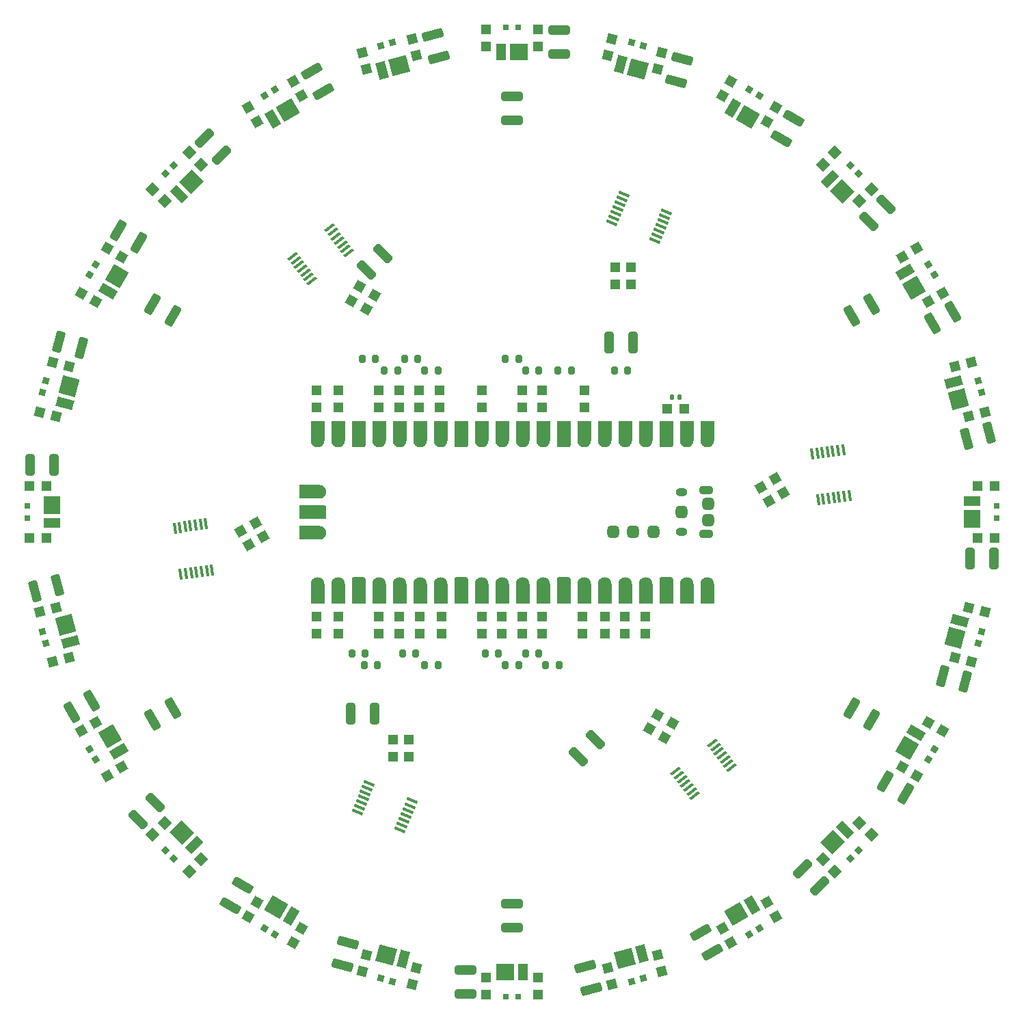
<source format=gbr>
%TF.GenerationSoftware,KiCad,Pcbnew,7.0.8*%
%TF.CreationDate,2023-11-06T14:11:06+11:00*%
%TF.ProjectId,Line 4.3,4c696e65-2034-42e3-932e-6b696361645f,rev?*%
%TF.SameCoordinates,Original*%
%TF.FileFunction,Paste,Bot*%
%TF.FilePolarity,Positive*%
%FSLAX46Y46*%
G04 Gerber Fmt 4.6, Leading zero omitted, Abs format (unit mm)*
G04 Created by KiCad (PCBNEW 7.0.8) date 2023-11-06 14:11:06*
%MOMM*%
%LPD*%
G01*
G04 APERTURE LIST*
G04 Aperture macros list*
%AMRoundRect*
0 Rectangle with rounded corners*
0 $1 Rounding radius*
0 $2 $3 $4 $5 $6 $7 $8 $9 X,Y pos of 4 corners*
0 Add a 4 corners polygon primitive as box body*
4,1,4,$2,$3,$4,$5,$6,$7,$8,$9,$2,$3,0*
0 Add four circle primitives for the rounded corners*
1,1,$1+$1,$2,$3*
1,1,$1+$1,$4,$5*
1,1,$1+$1,$6,$7*
1,1,$1+$1,$8,$9*
0 Add four rect primitives between the rounded corners*
20,1,$1+$1,$2,$3,$4,$5,0*
20,1,$1+$1,$4,$5,$6,$7,0*
20,1,$1+$1,$6,$7,$8,$9,0*
20,1,$1+$1,$8,$9,$2,$3,0*%
%AMRotRect*
0 Rectangle, with rotation*
0 The origin of the aperture is its center*
0 $1 length*
0 $2 width*
0 $3 Rotation angle, in degrees counterclockwise*
0 Add horizontal line*
21,1,$1,$2,0,0,$3*%
G04 Aperture macros list end*
%ADD10C,0.010000*%
%ADD11RotRect,0.350000X1.400000X7.500000*%
%ADD12RotRect,2.257400X2.108200X285.000000*%
%ADD13RotRect,1.190600X2.108200X285.000000*%
%ADD14R,1.200000X1.200000*%
%ADD15RotRect,0.350000X1.400000X307.500000*%
%ADD16RotRect,1.200000X1.200000X120.000000*%
%ADD17RotRect,0.800000X0.800000X345.000000*%
%ADD18R,2.257400X2.108200*%
%ADD19R,1.190600X2.108200*%
%ADD20RotRect,1.200000X1.200000X30.000000*%
%ADD21RoundRect,0.250000X-1.119251X0.023621X-0.957489X-0.580082X1.119251X-0.023621X0.957489X0.580082X0*%
%ADD22RotRect,1.200000X1.200000X165.000000*%
%ADD23RotRect,2.257400X2.108200X60.000000*%
%ADD24RotRect,1.190600X2.108200X60.000000*%
%ADD25RoundRect,0.250000X0.539169X-0.981111X0.981111X-0.539169X-0.539169X0.981111X-0.981111X0.539169X0*%
%ADD26RotRect,2.257400X2.108200X330.000000*%
%ADD27RotRect,1.190600X2.108200X330.000000*%
%ADD28RotRect,1.200000X1.200000X285.000000*%
%ADD29RoundRect,0.250000X0.774727X-0.808133X1.087227X-0.266867X-0.774727X0.808133X-1.087227X0.266867X0*%
%ADD30RotRect,1.200000X1.200000X210.000000*%
%ADD31RoundRect,0.250000X0.312500X1.075000X-0.312500X1.075000X-0.312500X-1.075000X0.312500X-1.075000X0*%
%ADD32RotRect,1.200000X1.200000X105.000000*%
%ADD33RotRect,0.800000X0.800000X15.000000*%
%ADD34RotRect,2.257400X2.108200X210.000000*%
%ADD35RotRect,1.190600X2.108200X210.000000*%
%ADD36RoundRect,0.250000X-0.539169X0.981111X-0.981111X0.539169X0.539169X-0.981111X0.981111X-0.539169X0*%
%ADD37R,0.800000X0.800000*%
%ADD38RoundRect,0.250000X1.087227X0.266867X0.774727X0.808133X-1.087227X-0.266867X-0.774727X-0.808133X0*%
%ADD39RotRect,2.257400X2.108200X300.000000*%
%ADD40RotRect,1.190600X2.108200X300.000000*%
%ADD41RotRect,1.200000X1.200000X150.000000*%
%ADD42RotRect,1.200000X1.200000X15.000000*%
%ADD43RotRect,1.200000X1.200000X195.000000*%
%ADD44RoundRect,0.250000X0.957489X-0.580082X1.119251X0.023621X-0.957489X0.580082X-1.119251X-0.023621X0*%
%ADD45RoundRect,0.250000X-1.087227X-0.266867X-0.774727X-0.808133X1.087227X0.266867X0.774727X0.808133X0*%
%ADD46RoundRect,0.200000X0.200000X0.275000X-0.200000X0.275000X-0.200000X-0.275000X0.200000X-0.275000X0*%
%ADD47RotRect,2.257400X2.108200X30.000000*%
%ADD48RotRect,1.190600X2.108200X30.000000*%
%ADD49RotRect,0.800000X0.800000X150.000000*%
%ADD50RoundRect,0.250000X-0.580082X-0.957489X0.023621X-1.119251X0.580082X0.957489X-0.023621X1.119251X0*%
%ADD51RoundRect,0.250000X-0.023621X-1.119251X0.580082X-0.957489X0.023621X1.119251X-0.580082X0.957489X0*%
%ADD52RotRect,1.200000X1.200000X225.000000*%
%ADD53RotRect,0.800000X0.800000X120.000000*%
%ADD54RoundRect,0.250000X1.119251X-0.023621X0.957489X0.580082X-1.119251X0.023621X-0.957489X-0.580082X0*%
%ADD55RotRect,2.257400X2.108200X165.000000*%
%ADD56RotRect,1.190600X2.108200X165.000000*%
%ADD57RotRect,0.800000X0.800000X195.000000*%
%ADD58RoundRect,0.250000X-0.266867X1.087227X-0.808133X0.774727X0.266867X-1.087227X0.808133X-0.774727X0*%
%ADD59RotRect,1.200000X1.200000X60.000000*%
%ADD60RotRect,1.200000X1.200000X330.000000*%
%ADD61RotRect,1.200000X1.200000X315.000000*%
%ADD62RoundRect,0.250000X0.580082X0.957489X-0.023621X1.119251X-0.580082X-0.957489X0.023621X-1.119251X0*%
%ADD63RoundRect,0.250000X0.981111X0.539169X0.539169X0.981111X-0.981111X-0.539169X-0.539169X-0.981111X0*%
%ADD64RotRect,2.257400X2.108200X150.000000*%
%ADD65RotRect,1.190600X2.108200X150.000000*%
%ADD66RotRect,0.800000X0.800000X60.000000*%
%ADD67RoundRect,0.250000X-0.981111X-0.539169X-0.539169X-0.981111X0.981111X0.539169X0.539169X0.981111X0*%
%ADD68RoundRect,0.250000X1.075000X-0.312500X1.075000X0.312500X-1.075000X0.312500X-1.075000X-0.312500X0*%
%ADD69RotRect,2.257400X2.108200X345.000000*%
%ADD70RotRect,1.190600X2.108200X345.000000*%
%ADD71RotRect,2.257400X2.108200X15.000000*%
%ADD72RotRect,1.190600X2.108200X15.000000*%
%ADD73RoundRect,0.250000X0.808133X0.774727X0.266867X1.087227X-0.808133X-0.774727X-0.266867X-1.087227X0*%
%ADD74RotRect,0.350000X1.400000X247.500000*%
%ADD75RotRect,1.200000X1.200000X345.000000*%
%ADD76RotRect,1.200000X1.200000X300.000000*%
%ADD77RotRect,2.257400X2.108200X105.000000*%
%ADD78RotRect,1.190600X2.108200X105.000000*%
%ADD79RotRect,0.800000X0.800000X330.000000*%
%ADD80RotRect,1.200000X1.200000X75.000000*%
%ADD81RoundRect,0.250000X0.266867X-1.087227X0.808133X-0.774727X-0.266867X1.087227X-0.808133X0.774727X0*%
%ADD82RotRect,2.257400X2.108200X225.000000*%
%ADD83RotRect,1.190600X2.108200X225.000000*%
%ADD84RotRect,0.800000X0.800000X135.000000*%
%ADD85RotRect,0.800000X0.800000X315.000000*%
%ADD86RotRect,2.257400X2.108200X75.000000*%
%ADD87RotRect,1.190600X2.108200X75.000000*%
%ADD88O,1.800000X1.100000*%
%ADD89O,1.450000X1.050000*%
%ADD90RoundRect,0.450000X0.300000X-0.300000X0.300000X0.300000X-0.300000X0.300000X-0.300000X-0.300000X0*%
%ADD91RoundRect,0.250000X-0.808133X-0.774727X-0.266867X-1.087227X0.808133X0.774727X0.266867X1.087227X0*%
%ADD92RotRect,2.257400X2.108200X240.000000*%
%ADD93RotRect,1.190600X2.108200X240.000000*%
%ADD94RotRect,0.350000X1.400000X127.500000*%
%ADD95RotRect,0.800000X0.800000X240.000000*%
%ADD96RotRect,1.200000X1.200000X240.000000*%
%ADD97RotRect,2.257400X2.108200X255.000000*%
%ADD98RotRect,1.190600X2.108200X255.000000*%
%ADD99R,2.108200X2.257400*%
%ADD100R,2.108200X1.190600*%
%ADD101RoundRect,0.250000X-0.312500X-1.075000X0.312500X-1.075000X0.312500X1.075000X-0.312500X1.075000X0*%
%ADD102RotRect,1.200000X1.200000X255.000000*%
%ADD103RoundRect,0.250000X-0.774727X0.808133X-1.087227X0.266867X0.774727X-0.808133X1.087227X-0.266867X0*%
%ADD104RoundRect,0.250000X-0.957489X0.580082X-1.119251X-0.023621X0.957489X-0.580082X1.119251X0.023621X0*%
%ADD105RotRect,0.800000X0.800000X30.000000*%
%ADD106RotRect,1.200000X1.200000X45.000000*%
%ADD107RotRect,1.200000X1.200000X135.000000*%
%ADD108RotRect,0.800000X0.800000X75.000000*%
%ADD109RotRect,0.800000X0.800000X300.000000*%
%ADD110RotRect,0.800000X0.800000X255.000000*%
%ADD111RotRect,0.800000X0.800000X210.000000*%
%ADD112RotRect,0.350000X1.400000X187.500000*%
%ADD113RoundRect,0.250000X-1.075000X0.312500X-1.075000X-0.312500X1.075000X-0.312500X1.075000X0.312500X0*%
%ADD114RotRect,2.257400X2.108200X120.000000*%
%ADD115RotRect,1.190600X2.108200X120.000000*%
%ADD116RotRect,0.800000X0.800000X285.000000*%
%ADD117RotRect,2.257400X2.108200X195.000000*%
%ADD118RotRect,1.190600X2.108200X195.000000*%
%ADD119RotRect,0.350000X1.400000X67.500000*%
%ADD120RotRect,2.257400X2.108200X315.000000*%
%ADD121RotRect,1.190600X2.108200X315.000000*%
%ADD122RotRect,0.800000X0.800000X225.000000*%
%ADD123RoundRect,0.250000X0.023621X1.119251X-0.580082X0.957489X-0.023621X-1.119251X0.580082X-0.957489X0*%
%ADD124RotRect,2.257400X2.108200X45.000000*%
%ADD125RotRect,1.190600X2.108200X45.000000*%
%ADD126RotRect,0.800000X0.800000X45.000000*%
%ADD127RoundRect,0.140000X-0.140000X-0.170000X0.140000X-0.170000X0.140000X0.170000X-0.140000X0.170000X0*%
%ADD128RotRect,2.257400X2.108200X135.000000*%
%ADD129RotRect,1.190600X2.108200X135.000000*%
%ADD130RotRect,0.800000X0.800000X105.000000*%
%ADD131RotRect,0.800000X0.800000X165.000000*%
G04 APERTURE END LIST*
%TO.C,U7*%
D10*
X125912000Y-158091000D02*
X125954000Y-158094000D01*
X125995000Y-158100000D01*
X126036000Y-158107000D01*
X126077000Y-158117000D01*
X126117000Y-158129000D01*
X126157000Y-158143000D01*
X126195000Y-158159000D01*
X126233000Y-158177000D01*
X126270000Y-158197000D01*
X126306000Y-158219000D01*
X126340000Y-158243000D01*
X126373000Y-158268000D01*
X126405000Y-158295000D01*
X126436000Y-158324000D01*
X126465000Y-158355000D01*
X126492000Y-158387000D01*
X126517000Y-158420000D01*
X126541000Y-158454000D01*
X126563000Y-158490000D01*
X126583000Y-158527000D01*
X126601000Y-158565000D01*
X126617000Y-158603000D01*
X126631000Y-158643000D01*
X126643000Y-158683000D01*
X126653000Y-158724000D01*
X126660000Y-158765000D01*
X126666000Y-158806000D01*
X126669000Y-158848000D01*
X126670000Y-158890000D01*
X126670000Y-161290000D01*
X125070000Y-161290000D01*
X125070000Y-158890000D01*
X125071000Y-158848000D01*
X125074000Y-158806000D01*
X125080000Y-158765000D01*
X125087000Y-158724000D01*
X125097000Y-158683000D01*
X125109000Y-158643000D01*
X125123000Y-158603000D01*
X125139000Y-158565000D01*
X125157000Y-158527000D01*
X125177000Y-158490000D01*
X125199000Y-158454000D01*
X125223000Y-158420000D01*
X125248000Y-158387000D01*
X125275000Y-158355000D01*
X125304000Y-158324000D01*
X125335000Y-158295000D01*
X125367000Y-158268000D01*
X125400000Y-158243000D01*
X125434000Y-158219000D01*
X125470000Y-158197000D01*
X125507000Y-158177000D01*
X125545000Y-158159000D01*
X125583000Y-158143000D01*
X125623000Y-158129000D01*
X125663000Y-158117000D01*
X125704000Y-158107000D01*
X125745000Y-158100000D01*
X125786000Y-158094000D01*
X125828000Y-158091000D01*
X125870000Y-158090000D01*
X125912000Y-158091000D01*
G36*
X125912000Y-158091000D02*
G01*
X125954000Y-158094000D01*
X125995000Y-158100000D01*
X126036000Y-158107000D01*
X126077000Y-158117000D01*
X126117000Y-158129000D01*
X126157000Y-158143000D01*
X126195000Y-158159000D01*
X126233000Y-158177000D01*
X126270000Y-158197000D01*
X126306000Y-158219000D01*
X126340000Y-158243000D01*
X126373000Y-158268000D01*
X126405000Y-158295000D01*
X126436000Y-158324000D01*
X126465000Y-158355000D01*
X126492000Y-158387000D01*
X126517000Y-158420000D01*
X126541000Y-158454000D01*
X126563000Y-158490000D01*
X126583000Y-158527000D01*
X126601000Y-158565000D01*
X126617000Y-158603000D01*
X126631000Y-158643000D01*
X126643000Y-158683000D01*
X126653000Y-158724000D01*
X126660000Y-158765000D01*
X126666000Y-158806000D01*
X126669000Y-158848000D01*
X126670000Y-158890000D01*
X126670000Y-161290000D01*
X125070000Y-161290000D01*
X125070000Y-158890000D01*
X125071000Y-158848000D01*
X125074000Y-158806000D01*
X125080000Y-158765000D01*
X125087000Y-158724000D01*
X125097000Y-158683000D01*
X125109000Y-158643000D01*
X125123000Y-158603000D01*
X125139000Y-158565000D01*
X125157000Y-158527000D01*
X125177000Y-158490000D01*
X125199000Y-158454000D01*
X125223000Y-158420000D01*
X125248000Y-158387000D01*
X125275000Y-158355000D01*
X125304000Y-158324000D01*
X125335000Y-158295000D01*
X125367000Y-158268000D01*
X125400000Y-158243000D01*
X125434000Y-158219000D01*
X125470000Y-158197000D01*
X125507000Y-158177000D01*
X125545000Y-158159000D01*
X125583000Y-158143000D01*
X125623000Y-158129000D01*
X125663000Y-158117000D01*
X125704000Y-158107000D01*
X125745000Y-158100000D01*
X125786000Y-158094000D01*
X125828000Y-158091000D01*
X125870000Y-158090000D01*
X125912000Y-158091000D01*
G37*
X128452000Y-158091000D02*
X128494000Y-158094000D01*
X128535000Y-158100000D01*
X128576000Y-158107000D01*
X128617000Y-158117000D01*
X128657000Y-158129000D01*
X128697000Y-158143000D01*
X128735000Y-158159000D01*
X128773000Y-158177000D01*
X128810000Y-158197000D01*
X128846000Y-158219000D01*
X128880000Y-158243000D01*
X128913000Y-158268000D01*
X128945000Y-158295000D01*
X128976000Y-158324000D01*
X129005000Y-158355000D01*
X129032000Y-158387000D01*
X129057000Y-158420000D01*
X129081000Y-158454000D01*
X129103000Y-158490000D01*
X129123000Y-158527000D01*
X129141000Y-158565000D01*
X129157000Y-158603000D01*
X129171000Y-158643000D01*
X129183000Y-158683000D01*
X129193000Y-158724000D01*
X129200000Y-158765000D01*
X129206000Y-158806000D01*
X129209000Y-158848000D01*
X129210000Y-158890000D01*
X129210000Y-161290000D01*
X127610000Y-161290000D01*
X127610000Y-158890000D01*
X127611000Y-158848000D01*
X127614000Y-158806000D01*
X127620000Y-158765000D01*
X127627000Y-158724000D01*
X127637000Y-158683000D01*
X127649000Y-158643000D01*
X127663000Y-158603000D01*
X127679000Y-158565000D01*
X127697000Y-158527000D01*
X127717000Y-158490000D01*
X127739000Y-158454000D01*
X127763000Y-158420000D01*
X127788000Y-158387000D01*
X127815000Y-158355000D01*
X127844000Y-158324000D01*
X127875000Y-158295000D01*
X127907000Y-158268000D01*
X127940000Y-158243000D01*
X127974000Y-158219000D01*
X128010000Y-158197000D01*
X128047000Y-158177000D01*
X128085000Y-158159000D01*
X128123000Y-158143000D01*
X128163000Y-158129000D01*
X128203000Y-158117000D01*
X128244000Y-158107000D01*
X128285000Y-158100000D01*
X128326000Y-158094000D01*
X128368000Y-158091000D01*
X128410000Y-158090000D01*
X128452000Y-158091000D01*
G36*
X128452000Y-158091000D02*
G01*
X128494000Y-158094000D01*
X128535000Y-158100000D01*
X128576000Y-158107000D01*
X128617000Y-158117000D01*
X128657000Y-158129000D01*
X128697000Y-158143000D01*
X128735000Y-158159000D01*
X128773000Y-158177000D01*
X128810000Y-158197000D01*
X128846000Y-158219000D01*
X128880000Y-158243000D01*
X128913000Y-158268000D01*
X128945000Y-158295000D01*
X128976000Y-158324000D01*
X129005000Y-158355000D01*
X129032000Y-158387000D01*
X129057000Y-158420000D01*
X129081000Y-158454000D01*
X129103000Y-158490000D01*
X129123000Y-158527000D01*
X129141000Y-158565000D01*
X129157000Y-158603000D01*
X129171000Y-158643000D01*
X129183000Y-158683000D01*
X129193000Y-158724000D01*
X129200000Y-158765000D01*
X129206000Y-158806000D01*
X129209000Y-158848000D01*
X129210000Y-158890000D01*
X129210000Y-161290000D01*
X127610000Y-161290000D01*
X127610000Y-158890000D01*
X127611000Y-158848000D01*
X127614000Y-158806000D01*
X127620000Y-158765000D01*
X127627000Y-158724000D01*
X127637000Y-158683000D01*
X127649000Y-158643000D01*
X127663000Y-158603000D01*
X127679000Y-158565000D01*
X127697000Y-158527000D01*
X127717000Y-158490000D01*
X127739000Y-158454000D01*
X127763000Y-158420000D01*
X127788000Y-158387000D01*
X127815000Y-158355000D01*
X127844000Y-158324000D01*
X127875000Y-158295000D01*
X127907000Y-158268000D01*
X127940000Y-158243000D01*
X127974000Y-158219000D01*
X128010000Y-158197000D01*
X128047000Y-158177000D01*
X128085000Y-158159000D01*
X128123000Y-158143000D01*
X128163000Y-158129000D01*
X128203000Y-158117000D01*
X128244000Y-158107000D01*
X128285000Y-158100000D01*
X128326000Y-158094000D01*
X128368000Y-158091000D01*
X128410000Y-158090000D01*
X128452000Y-158091000D01*
G37*
X133532000Y-158091000D02*
X133574000Y-158094000D01*
X133615000Y-158100000D01*
X133656000Y-158107000D01*
X133697000Y-158117000D01*
X133737000Y-158129000D01*
X133777000Y-158143000D01*
X133815000Y-158159000D01*
X133853000Y-158177000D01*
X133890000Y-158197000D01*
X133926000Y-158219000D01*
X133960000Y-158243000D01*
X133993000Y-158268000D01*
X134025000Y-158295000D01*
X134056000Y-158324000D01*
X134085000Y-158355000D01*
X134112000Y-158387000D01*
X134137000Y-158420000D01*
X134161000Y-158454000D01*
X134183000Y-158490000D01*
X134203000Y-158527000D01*
X134221000Y-158565000D01*
X134237000Y-158603000D01*
X134251000Y-158643000D01*
X134263000Y-158683000D01*
X134273000Y-158724000D01*
X134280000Y-158765000D01*
X134286000Y-158806000D01*
X134289000Y-158848000D01*
X134290000Y-158890000D01*
X134290000Y-161290000D01*
X132690000Y-161290000D01*
X132690000Y-158890000D01*
X132691000Y-158848000D01*
X132694000Y-158806000D01*
X132700000Y-158765000D01*
X132707000Y-158724000D01*
X132717000Y-158683000D01*
X132729000Y-158643000D01*
X132743000Y-158603000D01*
X132759000Y-158565000D01*
X132777000Y-158527000D01*
X132797000Y-158490000D01*
X132819000Y-158454000D01*
X132843000Y-158420000D01*
X132868000Y-158387000D01*
X132895000Y-158355000D01*
X132924000Y-158324000D01*
X132955000Y-158295000D01*
X132987000Y-158268000D01*
X133020000Y-158243000D01*
X133054000Y-158219000D01*
X133090000Y-158197000D01*
X133127000Y-158177000D01*
X133165000Y-158159000D01*
X133203000Y-158143000D01*
X133243000Y-158129000D01*
X133283000Y-158117000D01*
X133324000Y-158107000D01*
X133365000Y-158100000D01*
X133406000Y-158094000D01*
X133448000Y-158091000D01*
X133490000Y-158090000D01*
X133532000Y-158091000D01*
G36*
X133532000Y-158091000D02*
G01*
X133574000Y-158094000D01*
X133615000Y-158100000D01*
X133656000Y-158107000D01*
X133697000Y-158117000D01*
X133737000Y-158129000D01*
X133777000Y-158143000D01*
X133815000Y-158159000D01*
X133853000Y-158177000D01*
X133890000Y-158197000D01*
X133926000Y-158219000D01*
X133960000Y-158243000D01*
X133993000Y-158268000D01*
X134025000Y-158295000D01*
X134056000Y-158324000D01*
X134085000Y-158355000D01*
X134112000Y-158387000D01*
X134137000Y-158420000D01*
X134161000Y-158454000D01*
X134183000Y-158490000D01*
X134203000Y-158527000D01*
X134221000Y-158565000D01*
X134237000Y-158603000D01*
X134251000Y-158643000D01*
X134263000Y-158683000D01*
X134273000Y-158724000D01*
X134280000Y-158765000D01*
X134286000Y-158806000D01*
X134289000Y-158848000D01*
X134290000Y-158890000D01*
X134290000Y-161290000D01*
X132690000Y-161290000D01*
X132690000Y-158890000D01*
X132691000Y-158848000D01*
X132694000Y-158806000D01*
X132700000Y-158765000D01*
X132707000Y-158724000D01*
X132717000Y-158683000D01*
X132729000Y-158643000D01*
X132743000Y-158603000D01*
X132759000Y-158565000D01*
X132777000Y-158527000D01*
X132797000Y-158490000D01*
X132819000Y-158454000D01*
X132843000Y-158420000D01*
X132868000Y-158387000D01*
X132895000Y-158355000D01*
X132924000Y-158324000D01*
X132955000Y-158295000D01*
X132987000Y-158268000D01*
X133020000Y-158243000D01*
X133054000Y-158219000D01*
X133090000Y-158197000D01*
X133127000Y-158177000D01*
X133165000Y-158159000D01*
X133203000Y-158143000D01*
X133243000Y-158129000D01*
X133283000Y-158117000D01*
X133324000Y-158107000D01*
X133365000Y-158100000D01*
X133406000Y-158094000D01*
X133448000Y-158091000D01*
X133490000Y-158090000D01*
X133532000Y-158091000D01*
G37*
X136072000Y-158091000D02*
X136114000Y-158094000D01*
X136155000Y-158100000D01*
X136196000Y-158107000D01*
X136237000Y-158117000D01*
X136277000Y-158129000D01*
X136317000Y-158143000D01*
X136355000Y-158159000D01*
X136393000Y-158177000D01*
X136430000Y-158197000D01*
X136466000Y-158219000D01*
X136500000Y-158243000D01*
X136533000Y-158268000D01*
X136565000Y-158295000D01*
X136596000Y-158324000D01*
X136625000Y-158355000D01*
X136652000Y-158387000D01*
X136677000Y-158420000D01*
X136701000Y-158454000D01*
X136723000Y-158490000D01*
X136743000Y-158527000D01*
X136761000Y-158565000D01*
X136777000Y-158603000D01*
X136791000Y-158643000D01*
X136803000Y-158683000D01*
X136813000Y-158724000D01*
X136820000Y-158765000D01*
X136826000Y-158806000D01*
X136829000Y-158848000D01*
X136830000Y-158890000D01*
X136830000Y-161290000D01*
X135230000Y-161290000D01*
X135230000Y-158890000D01*
X135231000Y-158848000D01*
X135234000Y-158806000D01*
X135240000Y-158765000D01*
X135247000Y-158724000D01*
X135257000Y-158683000D01*
X135269000Y-158643000D01*
X135283000Y-158603000D01*
X135299000Y-158565000D01*
X135317000Y-158527000D01*
X135337000Y-158490000D01*
X135359000Y-158454000D01*
X135383000Y-158420000D01*
X135408000Y-158387000D01*
X135435000Y-158355000D01*
X135464000Y-158324000D01*
X135495000Y-158295000D01*
X135527000Y-158268000D01*
X135560000Y-158243000D01*
X135594000Y-158219000D01*
X135630000Y-158197000D01*
X135667000Y-158177000D01*
X135705000Y-158159000D01*
X135743000Y-158143000D01*
X135783000Y-158129000D01*
X135823000Y-158117000D01*
X135864000Y-158107000D01*
X135905000Y-158100000D01*
X135946000Y-158094000D01*
X135988000Y-158091000D01*
X136030000Y-158090000D01*
X136072000Y-158091000D01*
G36*
X136072000Y-158091000D02*
G01*
X136114000Y-158094000D01*
X136155000Y-158100000D01*
X136196000Y-158107000D01*
X136237000Y-158117000D01*
X136277000Y-158129000D01*
X136317000Y-158143000D01*
X136355000Y-158159000D01*
X136393000Y-158177000D01*
X136430000Y-158197000D01*
X136466000Y-158219000D01*
X136500000Y-158243000D01*
X136533000Y-158268000D01*
X136565000Y-158295000D01*
X136596000Y-158324000D01*
X136625000Y-158355000D01*
X136652000Y-158387000D01*
X136677000Y-158420000D01*
X136701000Y-158454000D01*
X136723000Y-158490000D01*
X136743000Y-158527000D01*
X136761000Y-158565000D01*
X136777000Y-158603000D01*
X136791000Y-158643000D01*
X136803000Y-158683000D01*
X136813000Y-158724000D01*
X136820000Y-158765000D01*
X136826000Y-158806000D01*
X136829000Y-158848000D01*
X136830000Y-158890000D01*
X136830000Y-161290000D01*
X135230000Y-161290000D01*
X135230000Y-158890000D01*
X135231000Y-158848000D01*
X135234000Y-158806000D01*
X135240000Y-158765000D01*
X135247000Y-158724000D01*
X135257000Y-158683000D01*
X135269000Y-158643000D01*
X135283000Y-158603000D01*
X135299000Y-158565000D01*
X135317000Y-158527000D01*
X135337000Y-158490000D01*
X135359000Y-158454000D01*
X135383000Y-158420000D01*
X135408000Y-158387000D01*
X135435000Y-158355000D01*
X135464000Y-158324000D01*
X135495000Y-158295000D01*
X135527000Y-158268000D01*
X135560000Y-158243000D01*
X135594000Y-158219000D01*
X135630000Y-158197000D01*
X135667000Y-158177000D01*
X135705000Y-158159000D01*
X135743000Y-158143000D01*
X135783000Y-158129000D01*
X135823000Y-158117000D01*
X135864000Y-158107000D01*
X135905000Y-158100000D01*
X135946000Y-158094000D01*
X135988000Y-158091000D01*
X136030000Y-158090000D01*
X136072000Y-158091000D01*
G37*
X138612000Y-158091000D02*
X138654000Y-158094000D01*
X138695000Y-158100000D01*
X138736000Y-158107000D01*
X138777000Y-158117000D01*
X138817000Y-158129000D01*
X138857000Y-158143000D01*
X138895000Y-158159000D01*
X138933000Y-158177000D01*
X138970000Y-158197000D01*
X139006000Y-158219000D01*
X139040000Y-158243000D01*
X139073000Y-158268000D01*
X139105000Y-158295000D01*
X139136000Y-158324000D01*
X139165000Y-158355000D01*
X139192000Y-158387000D01*
X139217000Y-158420000D01*
X139241000Y-158454000D01*
X139263000Y-158490000D01*
X139283000Y-158527000D01*
X139301000Y-158565000D01*
X139317000Y-158603000D01*
X139331000Y-158643000D01*
X139343000Y-158683000D01*
X139353000Y-158724000D01*
X139360000Y-158765000D01*
X139366000Y-158806000D01*
X139369000Y-158848000D01*
X139370000Y-158890000D01*
X139370000Y-161290000D01*
X137770000Y-161290000D01*
X137770000Y-158890000D01*
X137771000Y-158848000D01*
X137774000Y-158806000D01*
X137780000Y-158765000D01*
X137787000Y-158724000D01*
X137797000Y-158683000D01*
X137809000Y-158643000D01*
X137823000Y-158603000D01*
X137839000Y-158565000D01*
X137857000Y-158527000D01*
X137877000Y-158490000D01*
X137899000Y-158454000D01*
X137923000Y-158420000D01*
X137948000Y-158387000D01*
X137975000Y-158355000D01*
X138004000Y-158324000D01*
X138035000Y-158295000D01*
X138067000Y-158268000D01*
X138100000Y-158243000D01*
X138134000Y-158219000D01*
X138170000Y-158197000D01*
X138207000Y-158177000D01*
X138245000Y-158159000D01*
X138283000Y-158143000D01*
X138323000Y-158129000D01*
X138363000Y-158117000D01*
X138404000Y-158107000D01*
X138445000Y-158100000D01*
X138486000Y-158094000D01*
X138528000Y-158091000D01*
X138570000Y-158090000D01*
X138612000Y-158091000D01*
G36*
X138612000Y-158091000D02*
G01*
X138654000Y-158094000D01*
X138695000Y-158100000D01*
X138736000Y-158107000D01*
X138777000Y-158117000D01*
X138817000Y-158129000D01*
X138857000Y-158143000D01*
X138895000Y-158159000D01*
X138933000Y-158177000D01*
X138970000Y-158197000D01*
X139006000Y-158219000D01*
X139040000Y-158243000D01*
X139073000Y-158268000D01*
X139105000Y-158295000D01*
X139136000Y-158324000D01*
X139165000Y-158355000D01*
X139192000Y-158387000D01*
X139217000Y-158420000D01*
X139241000Y-158454000D01*
X139263000Y-158490000D01*
X139283000Y-158527000D01*
X139301000Y-158565000D01*
X139317000Y-158603000D01*
X139331000Y-158643000D01*
X139343000Y-158683000D01*
X139353000Y-158724000D01*
X139360000Y-158765000D01*
X139366000Y-158806000D01*
X139369000Y-158848000D01*
X139370000Y-158890000D01*
X139370000Y-161290000D01*
X137770000Y-161290000D01*
X137770000Y-158890000D01*
X137771000Y-158848000D01*
X137774000Y-158806000D01*
X137780000Y-158765000D01*
X137787000Y-158724000D01*
X137797000Y-158683000D01*
X137809000Y-158643000D01*
X137823000Y-158603000D01*
X137839000Y-158565000D01*
X137857000Y-158527000D01*
X137877000Y-158490000D01*
X137899000Y-158454000D01*
X137923000Y-158420000D01*
X137948000Y-158387000D01*
X137975000Y-158355000D01*
X138004000Y-158324000D01*
X138035000Y-158295000D01*
X138067000Y-158268000D01*
X138100000Y-158243000D01*
X138134000Y-158219000D01*
X138170000Y-158197000D01*
X138207000Y-158177000D01*
X138245000Y-158159000D01*
X138283000Y-158143000D01*
X138323000Y-158129000D01*
X138363000Y-158117000D01*
X138404000Y-158107000D01*
X138445000Y-158100000D01*
X138486000Y-158094000D01*
X138528000Y-158091000D01*
X138570000Y-158090000D01*
X138612000Y-158091000D01*
G37*
X141152000Y-158091000D02*
X141194000Y-158094000D01*
X141235000Y-158100000D01*
X141276000Y-158107000D01*
X141317000Y-158117000D01*
X141357000Y-158129000D01*
X141397000Y-158143000D01*
X141435000Y-158159000D01*
X141473000Y-158177000D01*
X141510000Y-158197000D01*
X141546000Y-158219000D01*
X141580000Y-158243000D01*
X141613000Y-158268000D01*
X141645000Y-158295000D01*
X141676000Y-158324000D01*
X141705000Y-158355000D01*
X141732000Y-158387000D01*
X141757000Y-158420000D01*
X141781000Y-158454000D01*
X141803000Y-158490000D01*
X141823000Y-158527000D01*
X141841000Y-158565000D01*
X141857000Y-158603000D01*
X141871000Y-158643000D01*
X141883000Y-158683000D01*
X141893000Y-158724000D01*
X141900000Y-158765000D01*
X141906000Y-158806000D01*
X141909000Y-158848000D01*
X141910000Y-158890000D01*
X141910000Y-161290000D01*
X140310000Y-161290000D01*
X140310000Y-158890000D01*
X140311000Y-158848000D01*
X140314000Y-158806000D01*
X140320000Y-158765000D01*
X140327000Y-158724000D01*
X140337000Y-158683000D01*
X140349000Y-158643000D01*
X140363000Y-158603000D01*
X140379000Y-158565000D01*
X140397000Y-158527000D01*
X140417000Y-158490000D01*
X140439000Y-158454000D01*
X140463000Y-158420000D01*
X140488000Y-158387000D01*
X140515000Y-158355000D01*
X140544000Y-158324000D01*
X140575000Y-158295000D01*
X140607000Y-158268000D01*
X140640000Y-158243000D01*
X140674000Y-158219000D01*
X140710000Y-158197000D01*
X140747000Y-158177000D01*
X140785000Y-158159000D01*
X140823000Y-158143000D01*
X140863000Y-158129000D01*
X140903000Y-158117000D01*
X140944000Y-158107000D01*
X140985000Y-158100000D01*
X141026000Y-158094000D01*
X141068000Y-158091000D01*
X141110000Y-158090000D01*
X141152000Y-158091000D01*
G36*
X141152000Y-158091000D02*
G01*
X141194000Y-158094000D01*
X141235000Y-158100000D01*
X141276000Y-158107000D01*
X141317000Y-158117000D01*
X141357000Y-158129000D01*
X141397000Y-158143000D01*
X141435000Y-158159000D01*
X141473000Y-158177000D01*
X141510000Y-158197000D01*
X141546000Y-158219000D01*
X141580000Y-158243000D01*
X141613000Y-158268000D01*
X141645000Y-158295000D01*
X141676000Y-158324000D01*
X141705000Y-158355000D01*
X141732000Y-158387000D01*
X141757000Y-158420000D01*
X141781000Y-158454000D01*
X141803000Y-158490000D01*
X141823000Y-158527000D01*
X141841000Y-158565000D01*
X141857000Y-158603000D01*
X141871000Y-158643000D01*
X141883000Y-158683000D01*
X141893000Y-158724000D01*
X141900000Y-158765000D01*
X141906000Y-158806000D01*
X141909000Y-158848000D01*
X141910000Y-158890000D01*
X141910000Y-161290000D01*
X140310000Y-161290000D01*
X140310000Y-158890000D01*
X140311000Y-158848000D01*
X140314000Y-158806000D01*
X140320000Y-158765000D01*
X140327000Y-158724000D01*
X140337000Y-158683000D01*
X140349000Y-158643000D01*
X140363000Y-158603000D01*
X140379000Y-158565000D01*
X140397000Y-158527000D01*
X140417000Y-158490000D01*
X140439000Y-158454000D01*
X140463000Y-158420000D01*
X140488000Y-158387000D01*
X140515000Y-158355000D01*
X140544000Y-158324000D01*
X140575000Y-158295000D01*
X140607000Y-158268000D01*
X140640000Y-158243000D01*
X140674000Y-158219000D01*
X140710000Y-158197000D01*
X140747000Y-158177000D01*
X140785000Y-158159000D01*
X140823000Y-158143000D01*
X140863000Y-158129000D01*
X140903000Y-158117000D01*
X140944000Y-158107000D01*
X140985000Y-158100000D01*
X141026000Y-158094000D01*
X141068000Y-158091000D01*
X141110000Y-158090000D01*
X141152000Y-158091000D01*
G37*
X146232000Y-158091000D02*
X146274000Y-158094000D01*
X146315000Y-158100000D01*
X146356000Y-158107000D01*
X146397000Y-158117000D01*
X146437000Y-158129000D01*
X146477000Y-158143000D01*
X146515000Y-158159000D01*
X146553000Y-158177000D01*
X146590000Y-158197000D01*
X146626000Y-158219000D01*
X146660000Y-158243000D01*
X146693000Y-158268000D01*
X146725000Y-158295000D01*
X146756000Y-158324000D01*
X146785000Y-158355000D01*
X146812000Y-158387000D01*
X146837000Y-158420000D01*
X146861000Y-158454000D01*
X146883000Y-158490000D01*
X146903000Y-158527000D01*
X146921000Y-158565000D01*
X146937000Y-158603000D01*
X146951000Y-158643000D01*
X146963000Y-158683000D01*
X146973000Y-158724000D01*
X146980000Y-158765000D01*
X146986000Y-158806000D01*
X146989000Y-158848000D01*
X146990000Y-158890000D01*
X146990000Y-161290000D01*
X145390000Y-161290000D01*
X145390000Y-158890000D01*
X145391000Y-158848000D01*
X145394000Y-158806000D01*
X145400000Y-158765000D01*
X145407000Y-158724000D01*
X145417000Y-158683000D01*
X145429000Y-158643000D01*
X145443000Y-158603000D01*
X145459000Y-158565000D01*
X145477000Y-158527000D01*
X145497000Y-158490000D01*
X145519000Y-158454000D01*
X145543000Y-158420000D01*
X145568000Y-158387000D01*
X145595000Y-158355000D01*
X145624000Y-158324000D01*
X145655000Y-158295000D01*
X145687000Y-158268000D01*
X145720000Y-158243000D01*
X145754000Y-158219000D01*
X145790000Y-158197000D01*
X145827000Y-158177000D01*
X145865000Y-158159000D01*
X145903000Y-158143000D01*
X145943000Y-158129000D01*
X145983000Y-158117000D01*
X146024000Y-158107000D01*
X146065000Y-158100000D01*
X146106000Y-158094000D01*
X146148000Y-158091000D01*
X146190000Y-158090000D01*
X146232000Y-158091000D01*
G36*
X146232000Y-158091000D02*
G01*
X146274000Y-158094000D01*
X146315000Y-158100000D01*
X146356000Y-158107000D01*
X146397000Y-158117000D01*
X146437000Y-158129000D01*
X146477000Y-158143000D01*
X146515000Y-158159000D01*
X146553000Y-158177000D01*
X146590000Y-158197000D01*
X146626000Y-158219000D01*
X146660000Y-158243000D01*
X146693000Y-158268000D01*
X146725000Y-158295000D01*
X146756000Y-158324000D01*
X146785000Y-158355000D01*
X146812000Y-158387000D01*
X146837000Y-158420000D01*
X146861000Y-158454000D01*
X146883000Y-158490000D01*
X146903000Y-158527000D01*
X146921000Y-158565000D01*
X146937000Y-158603000D01*
X146951000Y-158643000D01*
X146963000Y-158683000D01*
X146973000Y-158724000D01*
X146980000Y-158765000D01*
X146986000Y-158806000D01*
X146989000Y-158848000D01*
X146990000Y-158890000D01*
X146990000Y-161290000D01*
X145390000Y-161290000D01*
X145390000Y-158890000D01*
X145391000Y-158848000D01*
X145394000Y-158806000D01*
X145400000Y-158765000D01*
X145407000Y-158724000D01*
X145417000Y-158683000D01*
X145429000Y-158643000D01*
X145443000Y-158603000D01*
X145459000Y-158565000D01*
X145477000Y-158527000D01*
X145497000Y-158490000D01*
X145519000Y-158454000D01*
X145543000Y-158420000D01*
X145568000Y-158387000D01*
X145595000Y-158355000D01*
X145624000Y-158324000D01*
X145655000Y-158295000D01*
X145687000Y-158268000D01*
X145720000Y-158243000D01*
X145754000Y-158219000D01*
X145790000Y-158197000D01*
X145827000Y-158177000D01*
X145865000Y-158159000D01*
X145903000Y-158143000D01*
X145943000Y-158129000D01*
X145983000Y-158117000D01*
X146024000Y-158107000D01*
X146065000Y-158100000D01*
X146106000Y-158094000D01*
X146148000Y-158091000D01*
X146190000Y-158090000D01*
X146232000Y-158091000D01*
G37*
X148772000Y-158091000D02*
X148814000Y-158094000D01*
X148855000Y-158100000D01*
X148896000Y-158107000D01*
X148937000Y-158117000D01*
X148977000Y-158129000D01*
X149017000Y-158143000D01*
X149055000Y-158159000D01*
X149093000Y-158177000D01*
X149130000Y-158197000D01*
X149166000Y-158219000D01*
X149200000Y-158243000D01*
X149233000Y-158268000D01*
X149265000Y-158295000D01*
X149296000Y-158324000D01*
X149325000Y-158355000D01*
X149352000Y-158387000D01*
X149377000Y-158420000D01*
X149401000Y-158454000D01*
X149423000Y-158490000D01*
X149443000Y-158527000D01*
X149461000Y-158565000D01*
X149477000Y-158603000D01*
X149491000Y-158643000D01*
X149503000Y-158683000D01*
X149513000Y-158724000D01*
X149520000Y-158765000D01*
X149526000Y-158806000D01*
X149529000Y-158848000D01*
X149530000Y-158890000D01*
X149530000Y-161290000D01*
X147930000Y-161290000D01*
X147930000Y-158890000D01*
X147931000Y-158848000D01*
X147934000Y-158806000D01*
X147940000Y-158765000D01*
X147947000Y-158724000D01*
X147957000Y-158683000D01*
X147969000Y-158643000D01*
X147983000Y-158603000D01*
X147999000Y-158565000D01*
X148017000Y-158527000D01*
X148037000Y-158490000D01*
X148059000Y-158454000D01*
X148083000Y-158420000D01*
X148108000Y-158387000D01*
X148135000Y-158355000D01*
X148164000Y-158324000D01*
X148195000Y-158295000D01*
X148227000Y-158268000D01*
X148260000Y-158243000D01*
X148294000Y-158219000D01*
X148330000Y-158197000D01*
X148367000Y-158177000D01*
X148405000Y-158159000D01*
X148443000Y-158143000D01*
X148483000Y-158129000D01*
X148523000Y-158117000D01*
X148564000Y-158107000D01*
X148605000Y-158100000D01*
X148646000Y-158094000D01*
X148688000Y-158091000D01*
X148730000Y-158090000D01*
X148772000Y-158091000D01*
G36*
X148772000Y-158091000D02*
G01*
X148814000Y-158094000D01*
X148855000Y-158100000D01*
X148896000Y-158107000D01*
X148937000Y-158117000D01*
X148977000Y-158129000D01*
X149017000Y-158143000D01*
X149055000Y-158159000D01*
X149093000Y-158177000D01*
X149130000Y-158197000D01*
X149166000Y-158219000D01*
X149200000Y-158243000D01*
X149233000Y-158268000D01*
X149265000Y-158295000D01*
X149296000Y-158324000D01*
X149325000Y-158355000D01*
X149352000Y-158387000D01*
X149377000Y-158420000D01*
X149401000Y-158454000D01*
X149423000Y-158490000D01*
X149443000Y-158527000D01*
X149461000Y-158565000D01*
X149477000Y-158603000D01*
X149491000Y-158643000D01*
X149503000Y-158683000D01*
X149513000Y-158724000D01*
X149520000Y-158765000D01*
X149526000Y-158806000D01*
X149529000Y-158848000D01*
X149530000Y-158890000D01*
X149530000Y-161290000D01*
X147930000Y-161290000D01*
X147930000Y-158890000D01*
X147931000Y-158848000D01*
X147934000Y-158806000D01*
X147940000Y-158765000D01*
X147947000Y-158724000D01*
X147957000Y-158683000D01*
X147969000Y-158643000D01*
X147983000Y-158603000D01*
X147999000Y-158565000D01*
X148017000Y-158527000D01*
X148037000Y-158490000D01*
X148059000Y-158454000D01*
X148083000Y-158420000D01*
X148108000Y-158387000D01*
X148135000Y-158355000D01*
X148164000Y-158324000D01*
X148195000Y-158295000D01*
X148227000Y-158268000D01*
X148260000Y-158243000D01*
X148294000Y-158219000D01*
X148330000Y-158197000D01*
X148367000Y-158177000D01*
X148405000Y-158159000D01*
X148443000Y-158143000D01*
X148483000Y-158129000D01*
X148523000Y-158117000D01*
X148564000Y-158107000D01*
X148605000Y-158100000D01*
X148646000Y-158094000D01*
X148688000Y-158091000D01*
X148730000Y-158090000D01*
X148772000Y-158091000D01*
G37*
X151312000Y-158091000D02*
X151354000Y-158094000D01*
X151395000Y-158100000D01*
X151436000Y-158107000D01*
X151477000Y-158117000D01*
X151517000Y-158129000D01*
X151557000Y-158143000D01*
X151595000Y-158159000D01*
X151633000Y-158177000D01*
X151670000Y-158197000D01*
X151706000Y-158219000D01*
X151740000Y-158243000D01*
X151773000Y-158268000D01*
X151805000Y-158295000D01*
X151836000Y-158324000D01*
X151865000Y-158355000D01*
X151892000Y-158387000D01*
X151917000Y-158420000D01*
X151941000Y-158454000D01*
X151963000Y-158490000D01*
X151983000Y-158527000D01*
X152001000Y-158565000D01*
X152017000Y-158603000D01*
X152031000Y-158643000D01*
X152043000Y-158683000D01*
X152053000Y-158724000D01*
X152060000Y-158765000D01*
X152066000Y-158806000D01*
X152069000Y-158848000D01*
X152070000Y-158890000D01*
X152070000Y-161290000D01*
X150470000Y-161290000D01*
X150470000Y-158890000D01*
X150471000Y-158848000D01*
X150474000Y-158806000D01*
X150480000Y-158765000D01*
X150487000Y-158724000D01*
X150497000Y-158683000D01*
X150509000Y-158643000D01*
X150523000Y-158603000D01*
X150539000Y-158565000D01*
X150557000Y-158527000D01*
X150577000Y-158490000D01*
X150599000Y-158454000D01*
X150623000Y-158420000D01*
X150648000Y-158387000D01*
X150675000Y-158355000D01*
X150704000Y-158324000D01*
X150735000Y-158295000D01*
X150767000Y-158268000D01*
X150800000Y-158243000D01*
X150834000Y-158219000D01*
X150870000Y-158197000D01*
X150907000Y-158177000D01*
X150945000Y-158159000D01*
X150983000Y-158143000D01*
X151023000Y-158129000D01*
X151063000Y-158117000D01*
X151104000Y-158107000D01*
X151145000Y-158100000D01*
X151186000Y-158094000D01*
X151228000Y-158091000D01*
X151270000Y-158090000D01*
X151312000Y-158091000D01*
G36*
X151312000Y-158091000D02*
G01*
X151354000Y-158094000D01*
X151395000Y-158100000D01*
X151436000Y-158107000D01*
X151477000Y-158117000D01*
X151517000Y-158129000D01*
X151557000Y-158143000D01*
X151595000Y-158159000D01*
X151633000Y-158177000D01*
X151670000Y-158197000D01*
X151706000Y-158219000D01*
X151740000Y-158243000D01*
X151773000Y-158268000D01*
X151805000Y-158295000D01*
X151836000Y-158324000D01*
X151865000Y-158355000D01*
X151892000Y-158387000D01*
X151917000Y-158420000D01*
X151941000Y-158454000D01*
X151963000Y-158490000D01*
X151983000Y-158527000D01*
X152001000Y-158565000D01*
X152017000Y-158603000D01*
X152031000Y-158643000D01*
X152043000Y-158683000D01*
X152053000Y-158724000D01*
X152060000Y-158765000D01*
X152066000Y-158806000D01*
X152069000Y-158848000D01*
X152070000Y-158890000D01*
X152070000Y-161290000D01*
X150470000Y-161290000D01*
X150470000Y-158890000D01*
X150471000Y-158848000D01*
X150474000Y-158806000D01*
X150480000Y-158765000D01*
X150487000Y-158724000D01*
X150497000Y-158683000D01*
X150509000Y-158643000D01*
X150523000Y-158603000D01*
X150539000Y-158565000D01*
X150557000Y-158527000D01*
X150577000Y-158490000D01*
X150599000Y-158454000D01*
X150623000Y-158420000D01*
X150648000Y-158387000D01*
X150675000Y-158355000D01*
X150704000Y-158324000D01*
X150735000Y-158295000D01*
X150767000Y-158268000D01*
X150800000Y-158243000D01*
X150834000Y-158219000D01*
X150870000Y-158197000D01*
X150907000Y-158177000D01*
X150945000Y-158159000D01*
X150983000Y-158143000D01*
X151023000Y-158129000D01*
X151063000Y-158117000D01*
X151104000Y-158107000D01*
X151145000Y-158100000D01*
X151186000Y-158094000D01*
X151228000Y-158091000D01*
X151270000Y-158090000D01*
X151312000Y-158091000D01*
G37*
X153852000Y-158091000D02*
X153894000Y-158094000D01*
X153935000Y-158100000D01*
X153976000Y-158107000D01*
X154017000Y-158117000D01*
X154057000Y-158129000D01*
X154097000Y-158143000D01*
X154135000Y-158159000D01*
X154173000Y-158177000D01*
X154210000Y-158197000D01*
X154246000Y-158219000D01*
X154280000Y-158243000D01*
X154313000Y-158268000D01*
X154345000Y-158295000D01*
X154376000Y-158324000D01*
X154405000Y-158355000D01*
X154432000Y-158387000D01*
X154457000Y-158420000D01*
X154481000Y-158454000D01*
X154503000Y-158490000D01*
X154523000Y-158527000D01*
X154541000Y-158565000D01*
X154557000Y-158603000D01*
X154571000Y-158643000D01*
X154583000Y-158683000D01*
X154593000Y-158724000D01*
X154600000Y-158765000D01*
X154606000Y-158806000D01*
X154609000Y-158848000D01*
X154610000Y-158890000D01*
X154610000Y-161290000D01*
X153010000Y-161290000D01*
X153010000Y-158890000D01*
X153011000Y-158848000D01*
X153014000Y-158806000D01*
X153020000Y-158765000D01*
X153027000Y-158724000D01*
X153037000Y-158683000D01*
X153049000Y-158643000D01*
X153063000Y-158603000D01*
X153079000Y-158565000D01*
X153097000Y-158527000D01*
X153117000Y-158490000D01*
X153139000Y-158454000D01*
X153163000Y-158420000D01*
X153188000Y-158387000D01*
X153215000Y-158355000D01*
X153244000Y-158324000D01*
X153275000Y-158295000D01*
X153307000Y-158268000D01*
X153340000Y-158243000D01*
X153374000Y-158219000D01*
X153410000Y-158197000D01*
X153447000Y-158177000D01*
X153485000Y-158159000D01*
X153523000Y-158143000D01*
X153563000Y-158129000D01*
X153603000Y-158117000D01*
X153644000Y-158107000D01*
X153685000Y-158100000D01*
X153726000Y-158094000D01*
X153768000Y-158091000D01*
X153810000Y-158090000D01*
X153852000Y-158091000D01*
G36*
X153852000Y-158091000D02*
G01*
X153894000Y-158094000D01*
X153935000Y-158100000D01*
X153976000Y-158107000D01*
X154017000Y-158117000D01*
X154057000Y-158129000D01*
X154097000Y-158143000D01*
X154135000Y-158159000D01*
X154173000Y-158177000D01*
X154210000Y-158197000D01*
X154246000Y-158219000D01*
X154280000Y-158243000D01*
X154313000Y-158268000D01*
X154345000Y-158295000D01*
X154376000Y-158324000D01*
X154405000Y-158355000D01*
X154432000Y-158387000D01*
X154457000Y-158420000D01*
X154481000Y-158454000D01*
X154503000Y-158490000D01*
X154523000Y-158527000D01*
X154541000Y-158565000D01*
X154557000Y-158603000D01*
X154571000Y-158643000D01*
X154583000Y-158683000D01*
X154593000Y-158724000D01*
X154600000Y-158765000D01*
X154606000Y-158806000D01*
X154609000Y-158848000D01*
X154610000Y-158890000D01*
X154610000Y-161290000D01*
X153010000Y-161290000D01*
X153010000Y-158890000D01*
X153011000Y-158848000D01*
X153014000Y-158806000D01*
X153020000Y-158765000D01*
X153027000Y-158724000D01*
X153037000Y-158683000D01*
X153049000Y-158643000D01*
X153063000Y-158603000D01*
X153079000Y-158565000D01*
X153097000Y-158527000D01*
X153117000Y-158490000D01*
X153139000Y-158454000D01*
X153163000Y-158420000D01*
X153188000Y-158387000D01*
X153215000Y-158355000D01*
X153244000Y-158324000D01*
X153275000Y-158295000D01*
X153307000Y-158268000D01*
X153340000Y-158243000D01*
X153374000Y-158219000D01*
X153410000Y-158197000D01*
X153447000Y-158177000D01*
X153485000Y-158159000D01*
X153523000Y-158143000D01*
X153563000Y-158129000D01*
X153603000Y-158117000D01*
X153644000Y-158107000D01*
X153685000Y-158100000D01*
X153726000Y-158094000D01*
X153768000Y-158091000D01*
X153810000Y-158090000D01*
X153852000Y-158091000D01*
G37*
X158932000Y-158091000D02*
X158974000Y-158094000D01*
X159015000Y-158100000D01*
X159056000Y-158107000D01*
X159097000Y-158117000D01*
X159137000Y-158129000D01*
X159177000Y-158143000D01*
X159215000Y-158159000D01*
X159253000Y-158177000D01*
X159290000Y-158197000D01*
X159326000Y-158219000D01*
X159360000Y-158243000D01*
X159393000Y-158268000D01*
X159425000Y-158295000D01*
X159456000Y-158324000D01*
X159485000Y-158355000D01*
X159512000Y-158387000D01*
X159537000Y-158420000D01*
X159561000Y-158454000D01*
X159583000Y-158490000D01*
X159603000Y-158527000D01*
X159621000Y-158565000D01*
X159637000Y-158603000D01*
X159651000Y-158643000D01*
X159663000Y-158683000D01*
X159673000Y-158724000D01*
X159680000Y-158765000D01*
X159686000Y-158806000D01*
X159689000Y-158848000D01*
X159690000Y-158890000D01*
X159690000Y-161290000D01*
X158090000Y-161290000D01*
X158090000Y-158890000D01*
X158091000Y-158848000D01*
X158094000Y-158806000D01*
X158100000Y-158765000D01*
X158107000Y-158724000D01*
X158117000Y-158683000D01*
X158129000Y-158643000D01*
X158143000Y-158603000D01*
X158159000Y-158565000D01*
X158177000Y-158527000D01*
X158197000Y-158490000D01*
X158219000Y-158454000D01*
X158243000Y-158420000D01*
X158268000Y-158387000D01*
X158295000Y-158355000D01*
X158324000Y-158324000D01*
X158355000Y-158295000D01*
X158387000Y-158268000D01*
X158420000Y-158243000D01*
X158454000Y-158219000D01*
X158490000Y-158197000D01*
X158527000Y-158177000D01*
X158565000Y-158159000D01*
X158603000Y-158143000D01*
X158643000Y-158129000D01*
X158683000Y-158117000D01*
X158724000Y-158107000D01*
X158765000Y-158100000D01*
X158806000Y-158094000D01*
X158848000Y-158091000D01*
X158890000Y-158090000D01*
X158932000Y-158091000D01*
G36*
X158932000Y-158091000D02*
G01*
X158974000Y-158094000D01*
X159015000Y-158100000D01*
X159056000Y-158107000D01*
X159097000Y-158117000D01*
X159137000Y-158129000D01*
X159177000Y-158143000D01*
X159215000Y-158159000D01*
X159253000Y-158177000D01*
X159290000Y-158197000D01*
X159326000Y-158219000D01*
X159360000Y-158243000D01*
X159393000Y-158268000D01*
X159425000Y-158295000D01*
X159456000Y-158324000D01*
X159485000Y-158355000D01*
X159512000Y-158387000D01*
X159537000Y-158420000D01*
X159561000Y-158454000D01*
X159583000Y-158490000D01*
X159603000Y-158527000D01*
X159621000Y-158565000D01*
X159637000Y-158603000D01*
X159651000Y-158643000D01*
X159663000Y-158683000D01*
X159673000Y-158724000D01*
X159680000Y-158765000D01*
X159686000Y-158806000D01*
X159689000Y-158848000D01*
X159690000Y-158890000D01*
X159690000Y-161290000D01*
X158090000Y-161290000D01*
X158090000Y-158890000D01*
X158091000Y-158848000D01*
X158094000Y-158806000D01*
X158100000Y-158765000D01*
X158107000Y-158724000D01*
X158117000Y-158683000D01*
X158129000Y-158643000D01*
X158143000Y-158603000D01*
X158159000Y-158565000D01*
X158177000Y-158527000D01*
X158197000Y-158490000D01*
X158219000Y-158454000D01*
X158243000Y-158420000D01*
X158268000Y-158387000D01*
X158295000Y-158355000D01*
X158324000Y-158324000D01*
X158355000Y-158295000D01*
X158387000Y-158268000D01*
X158420000Y-158243000D01*
X158454000Y-158219000D01*
X158490000Y-158197000D01*
X158527000Y-158177000D01*
X158565000Y-158159000D01*
X158603000Y-158143000D01*
X158643000Y-158129000D01*
X158683000Y-158117000D01*
X158724000Y-158107000D01*
X158765000Y-158100000D01*
X158806000Y-158094000D01*
X158848000Y-158091000D01*
X158890000Y-158090000D01*
X158932000Y-158091000D01*
G37*
X161472000Y-158091000D02*
X161514000Y-158094000D01*
X161555000Y-158100000D01*
X161596000Y-158107000D01*
X161637000Y-158117000D01*
X161677000Y-158129000D01*
X161717000Y-158143000D01*
X161755000Y-158159000D01*
X161793000Y-158177000D01*
X161830000Y-158197000D01*
X161866000Y-158219000D01*
X161900000Y-158243000D01*
X161933000Y-158268000D01*
X161965000Y-158295000D01*
X161996000Y-158324000D01*
X162025000Y-158355000D01*
X162052000Y-158387000D01*
X162077000Y-158420000D01*
X162101000Y-158454000D01*
X162123000Y-158490000D01*
X162143000Y-158527000D01*
X162161000Y-158565000D01*
X162177000Y-158603000D01*
X162191000Y-158643000D01*
X162203000Y-158683000D01*
X162213000Y-158724000D01*
X162220000Y-158765000D01*
X162226000Y-158806000D01*
X162229000Y-158848000D01*
X162230000Y-158890000D01*
X162230000Y-161290000D01*
X160630000Y-161290000D01*
X160630000Y-158890000D01*
X160631000Y-158848000D01*
X160634000Y-158806000D01*
X160640000Y-158765000D01*
X160647000Y-158724000D01*
X160657000Y-158683000D01*
X160669000Y-158643000D01*
X160683000Y-158603000D01*
X160699000Y-158565000D01*
X160717000Y-158527000D01*
X160737000Y-158490000D01*
X160759000Y-158454000D01*
X160783000Y-158420000D01*
X160808000Y-158387000D01*
X160835000Y-158355000D01*
X160864000Y-158324000D01*
X160895000Y-158295000D01*
X160927000Y-158268000D01*
X160960000Y-158243000D01*
X160994000Y-158219000D01*
X161030000Y-158197000D01*
X161067000Y-158177000D01*
X161105000Y-158159000D01*
X161143000Y-158143000D01*
X161183000Y-158129000D01*
X161223000Y-158117000D01*
X161264000Y-158107000D01*
X161305000Y-158100000D01*
X161346000Y-158094000D01*
X161388000Y-158091000D01*
X161430000Y-158090000D01*
X161472000Y-158091000D01*
G36*
X161472000Y-158091000D02*
G01*
X161514000Y-158094000D01*
X161555000Y-158100000D01*
X161596000Y-158107000D01*
X161637000Y-158117000D01*
X161677000Y-158129000D01*
X161717000Y-158143000D01*
X161755000Y-158159000D01*
X161793000Y-158177000D01*
X161830000Y-158197000D01*
X161866000Y-158219000D01*
X161900000Y-158243000D01*
X161933000Y-158268000D01*
X161965000Y-158295000D01*
X161996000Y-158324000D01*
X162025000Y-158355000D01*
X162052000Y-158387000D01*
X162077000Y-158420000D01*
X162101000Y-158454000D01*
X162123000Y-158490000D01*
X162143000Y-158527000D01*
X162161000Y-158565000D01*
X162177000Y-158603000D01*
X162191000Y-158643000D01*
X162203000Y-158683000D01*
X162213000Y-158724000D01*
X162220000Y-158765000D01*
X162226000Y-158806000D01*
X162229000Y-158848000D01*
X162230000Y-158890000D01*
X162230000Y-161290000D01*
X160630000Y-161290000D01*
X160630000Y-158890000D01*
X160631000Y-158848000D01*
X160634000Y-158806000D01*
X160640000Y-158765000D01*
X160647000Y-158724000D01*
X160657000Y-158683000D01*
X160669000Y-158643000D01*
X160683000Y-158603000D01*
X160699000Y-158565000D01*
X160717000Y-158527000D01*
X160737000Y-158490000D01*
X160759000Y-158454000D01*
X160783000Y-158420000D01*
X160808000Y-158387000D01*
X160835000Y-158355000D01*
X160864000Y-158324000D01*
X160895000Y-158295000D01*
X160927000Y-158268000D01*
X160960000Y-158243000D01*
X160994000Y-158219000D01*
X161030000Y-158197000D01*
X161067000Y-158177000D01*
X161105000Y-158159000D01*
X161143000Y-158143000D01*
X161183000Y-158129000D01*
X161223000Y-158117000D01*
X161264000Y-158107000D01*
X161305000Y-158100000D01*
X161346000Y-158094000D01*
X161388000Y-158091000D01*
X161430000Y-158090000D01*
X161472000Y-158091000D01*
G37*
X164012000Y-158091000D02*
X164054000Y-158094000D01*
X164095000Y-158100000D01*
X164136000Y-158107000D01*
X164177000Y-158117000D01*
X164217000Y-158129000D01*
X164257000Y-158143000D01*
X164295000Y-158159000D01*
X164333000Y-158177000D01*
X164370000Y-158197000D01*
X164406000Y-158219000D01*
X164440000Y-158243000D01*
X164473000Y-158268000D01*
X164505000Y-158295000D01*
X164536000Y-158324000D01*
X164565000Y-158355000D01*
X164592000Y-158387000D01*
X164617000Y-158420000D01*
X164641000Y-158454000D01*
X164663000Y-158490000D01*
X164683000Y-158527000D01*
X164701000Y-158565000D01*
X164717000Y-158603000D01*
X164731000Y-158643000D01*
X164743000Y-158683000D01*
X164753000Y-158724000D01*
X164760000Y-158765000D01*
X164766000Y-158806000D01*
X164769000Y-158848000D01*
X164770000Y-158890000D01*
X164770000Y-161290000D01*
X163170000Y-161290000D01*
X163170000Y-158890000D01*
X163171000Y-158848000D01*
X163174000Y-158806000D01*
X163180000Y-158765000D01*
X163187000Y-158724000D01*
X163197000Y-158683000D01*
X163209000Y-158643000D01*
X163223000Y-158603000D01*
X163239000Y-158565000D01*
X163257000Y-158527000D01*
X163277000Y-158490000D01*
X163299000Y-158454000D01*
X163323000Y-158420000D01*
X163348000Y-158387000D01*
X163375000Y-158355000D01*
X163404000Y-158324000D01*
X163435000Y-158295000D01*
X163467000Y-158268000D01*
X163500000Y-158243000D01*
X163534000Y-158219000D01*
X163570000Y-158197000D01*
X163607000Y-158177000D01*
X163645000Y-158159000D01*
X163683000Y-158143000D01*
X163723000Y-158129000D01*
X163763000Y-158117000D01*
X163804000Y-158107000D01*
X163845000Y-158100000D01*
X163886000Y-158094000D01*
X163928000Y-158091000D01*
X163970000Y-158090000D01*
X164012000Y-158091000D01*
G36*
X164012000Y-158091000D02*
G01*
X164054000Y-158094000D01*
X164095000Y-158100000D01*
X164136000Y-158107000D01*
X164177000Y-158117000D01*
X164217000Y-158129000D01*
X164257000Y-158143000D01*
X164295000Y-158159000D01*
X164333000Y-158177000D01*
X164370000Y-158197000D01*
X164406000Y-158219000D01*
X164440000Y-158243000D01*
X164473000Y-158268000D01*
X164505000Y-158295000D01*
X164536000Y-158324000D01*
X164565000Y-158355000D01*
X164592000Y-158387000D01*
X164617000Y-158420000D01*
X164641000Y-158454000D01*
X164663000Y-158490000D01*
X164683000Y-158527000D01*
X164701000Y-158565000D01*
X164717000Y-158603000D01*
X164731000Y-158643000D01*
X164743000Y-158683000D01*
X164753000Y-158724000D01*
X164760000Y-158765000D01*
X164766000Y-158806000D01*
X164769000Y-158848000D01*
X164770000Y-158890000D01*
X164770000Y-161290000D01*
X163170000Y-161290000D01*
X163170000Y-158890000D01*
X163171000Y-158848000D01*
X163174000Y-158806000D01*
X163180000Y-158765000D01*
X163187000Y-158724000D01*
X163197000Y-158683000D01*
X163209000Y-158643000D01*
X163223000Y-158603000D01*
X163239000Y-158565000D01*
X163257000Y-158527000D01*
X163277000Y-158490000D01*
X163299000Y-158454000D01*
X163323000Y-158420000D01*
X163348000Y-158387000D01*
X163375000Y-158355000D01*
X163404000Y-158324000D01*
X163435000Y-158295000D01*
X163467000Y-158268000D01*
X163500000Y-158243000D01*
X163534000Y-158219000D01*
X163570000Y-158197000D01*
X163607000Y-158177000D01*
X163645000Y-158159000D01*
X163683000Y-158143000D01*
X163723000Y-158129000D01*
X163763000Y-158117000D01*
X163804000Y-158107000D01*
X163845000Y-158100000D01*
X163886000Y-158094000D01*
X163928000Y-158091000D01*
X163970000Y-158090000D01*
X164012000Y-158091000D01*
G37*
X166552000Y-158091000D02*
X166594000Y-158094000D01*
X166635000Y-158100000D01*
X166676000Y-158107000D01*
X166717000Y-158117000D01*
X166757000Y-158129000D01*
X166797000Y-158143000D01*
X166835000Y-158159000D01*
X166873000Y-158177000D01*
X166910000Y-158197000D01*
X166946000Y-158219000D01*
X166980000Y-158243000D01*
X167013000Y-158268000D01*
X167045000Y-158295000D01*
X167076000Y-158324000D01*
X167105000Y-158355000D01*
X167132000Y-158387000D01*
X167157000Y-158420000D01*
X167181000Y-158454000D01*
X167203000Y-158490000D01*
X167223000Y-158527000D01*
X167241000Y-158565000D01*
X167257000Y-158603000D01*
X167271000Y-158643000D01*
X167283000Y-158683000D01*
X167293000Y-158724000D01*
X167300000Y-158765000D01*
X167306000Y-158806000D01*
X167309000Y-158848000D01*
X167310000Y-158890000D01*
X167310000Y-161290000D01*
X165710000Y-161290000D01*
X165710000Y-158890000D01*
X165711000Y-158848000D01*
X165714000Y-158806000D01*
X165720000Y-158765000D01*
X165727000Y-158724000D01*
X165737000Y-158683000D01*
X165749000Y-158643000D01*
X165763000Y-158603000D01*
X165779000Y-158565000D01*
X165797000Y-158527000D01*
X165817000Y-158490000D01*
X165839000Y-158454000D01*
X165863000Y-158420000D01*
X165888000Y-158387000D01*
X165915000Y-158355000D01*
X165944000Y-158324000D01*
X165975000Y-158295000D01*
X166007000Y-158268000D01*
X166040000Y-158243000D01*
X166074000Y-158219000D01*
X166110000Y-158197000D01*
X166147000Y-158177000D01*
X166185000Y-158159000D01*
X166223000Y-158143000D01*
X166263000Y-158129000D01*
X166303000Y-158117000D01*
X166344000Y-158107000D01*
X166385000Y-158100000D01*
X166426000Y-158094000D01*
X166468000Y-158091000D01*
X166510000Y-158090000D01*
X166552000Y-158091000D01*
G36*
X166552000Y-158091000D02*
G01*
X166594000Y-158094000D01*
X166635000Y-158100000D01*
X166676000Y-158107000D01*
X166717000Y-158117000D01*
X166757000Y-158129000D01*
X166797000Y-158143000D01*
X166835000Y-158159000D01*
X166873000Y-158177000D01*
X166910000Y-158197000D01*
X166946000Y-158219000D01*
X166980000Y-158243000D01*
X167013000Y-158268000D01*
X167045000Y-158295000D01*
X167076000Y-158324000D01*
X167105000Y-158355000D01*
X167132000Y-158387000D01*
X167157000Y-158420000D01*
X167181000Y-158454000D01*
X167203000Y-158490000D01*
X167223000Y-158527000D01*
X167241000Y-158565000D01*
X167257000Y-158603000D01*
X167271000Y-158643000D01*
X167283000Y-158683000D01*
X167293000Y-158724000D01*
X167300000Y-158765000D01*
X167306000Y-158806000D01*
X167309000Y-158848000D01*
X167310000Y-158890000D01*
X167310000Y-161290000D01*
X165710000Y-161290000D01*
X165710000Y-158890000D01*
X165711000Y-158848000D01*
X165714000Y-158806000D01*
X165720000Y-158765000D01*
X165727000Y-158724000D01*
X165737000Y-158683000D01*
X165749000Y-158643000D01*
X165763000Y-158603000D01*
X165779000Y-158565000D01*
X165797000Y-158527000D01*
X165817000Y-158490000D01*
X165839000Y-158454000D01*
X165863000Y-158420000D01*
X165888000Y-158387000D01*
X165915000Y-158355000D01*
X165944000Y-158324000D01*
X165975000Y-158295000D01*
X166007000Y-158268000D01*
X166040000Y-158243000D01*
X166074000Y-158219000D01*
X166110000Y-158197000D01*
X166147000Y-158177000D01*
X166185000Y-158159000D01*
X166223000Y-158143000D01*
X166263000Y-158129000D01*
X166303000Y-158117000D01*
X166344000Y-158107000D01*
X166385000Y-158100000D01*
X166426000Y-158094000D01*
X166468000Y-158091000D01*
X166510000Y-158090000D01*
X166552000Y-158091000D01*
G37*
X171632000Y-158091000D02*
X171674000Y-158094000D01*
X171715000Y-158100000D01*
X171756000Y-158107000D01*
X171797000Y-158117000D01*
X171837000Y-158129000D01*
X171877000Y-158143000D01*
X171915000Y-158159000D01*
X171953000Y-158177000D01*
X171990000Y-158197000D01*
X172026000Y-158219000D01*
X172060000Y-158243000D01*
X172093000Y-158268000D01*
X172125000Y-158295000D01*
X172156000Y-158324000D01*
X172185000Y-158355000D01*
X172212000Y-158387000D01*
X172237000Y-158420000D01*
X172261000Y-158454000D01*
X172283000Y-158490000D01*
X172303000Y-158527000D01*
X172321000Y-158565000D01*
X172337000Y-158603000D01*
X172351000Y-158643000D01*
X172363000Y-158683000D01*
X172373000Y-158724000D01*
X172380000Y-158765000D01*
X172386000Y-158806000D01*
X172389000Y-158848000D01*
X172390000Y-158890000D01*
X172390000Y-161290000D01*
X170790000Y-161290000D01*
X170790000Y-158890000D01*
X170791000Y-158848000D01*
X170794000Y-158806000D01*
X170800000Y-158765000D01*
X170807000Y-158724000D01*
X170817000Y-158683000D01*
X170829000Y-158643000D01*
X170843000Y-158603000D01*
X170859000Y-158565000D01*
X170877000Y-158527000D01*
X170897000Y-158490000D01*
X170919000Y-158454000D01*
X170943000Y-158420000D01*
X170968000Y-158387000D01*
X170995000Y-158355000D01*
X171024000Y-158324000D01*
X171055000Y-158295000D01*
X171087000Y-158268000D01*
X171120000Y-158243000D01*
X171154000Y-158219000D01*
X171190000Y-158197000D01*
X171227000Y-158177000D01*
X171265000Y-158159000D01*
X171303000Y-158143000D01*
X171343000Y-158129000D01*
X171383000Y-158117000D01*
X171424000Y-158107000D01*
X171465000Y-158100000D01*
X171506000Y-158094000D01*
X171548000Y-158091000D01*
X171590000Y-158090000D01*
X171632000Y-158091000D01*
G36*
X171632000Y-158091000D02*
G01*
X171674000Y-158094000D01*
X171715000Y-158100000D01*
X171756000Y-158107000D01*
X171797000Y-158117000D01*
X171837000Y-158129000D01*
X171877000Y-158143000D01*
X171915000Y-158159000D01*
X171953000Y-158177000D01*
X171990000Y-158197000D01*
X172026000Y-158219000D01*
X172060000Y-158243000D01*
X172093000Y-158268000D01*
X172125000Y-158295000D01*
X172156000Y-158324000D01*
X172185000Y-158355000D01*
X172212000Y-158387000D01*
X172237000Y-158420000D01*
X172261000Y-158454000D01*
X172283000Y-158490000D01*
X172303000Y-158527000D01*
X172321000Y-158565000D01*
X172337000Y-158603000D01*
X172351000Y-158643000D01*
X172363000Y-158683000D01*
X172373000Y-158724000D01*
X172380000Y-158765000D01*
X172386000Y-158806000D01*
X172389000Y-158848000D01*
X172390000Y-158890000D01*
X172390000Y-161290000D01*
X170790000Y-161290000D01*
X170790000Y-158890000D01*
X170791000Y-158848000D01*
X170794000Y-158806000D01*
X170800000Y-158765000D01*
X170807000Y-158724000D01*
X170817000Y-158683000D01*
X170829000Y-158643000D01*
X170843000Y-158603000D01*
X170859000Y-158565000D01*
X170877000Y-158527000D01*
X170897000Y-158490000D01*
X170919000Y-158454000D01*
X170943000Y-158420000D01*
X170968000Y-158387000D01*
X170995000Y-158355000D01*
X171024000Y-158324000D01*
X171055000Y-158295000D01*
X171087000Y-158268000D01*
X171120000Y-158243000D01*
X171154000Y-158219000D01*
X171190000Y-158197000D01*
X171227000Y-158177000D01*
X171265000Y-158159000D01*
X171303000Y-158143000D01*
X171343000Y-158129000D01*
X171383000Y-158117000D01*
X171424000Y-158107000D01*
X171465000Y-158100000D01*
X171506000Y-158094000D01*
X171548000Y-158091000D01*
X171590000Y-158090000D01*
X171632000Y-158091000D01*
G37*
X174172000Y-158091000D02*
X174214000Y-158094000D01*
X174255000Y-158100000D01*
X174296000Y-158107000D01*
X174337000Y-158117000D01*
X174377000Y-158129000D01*
X174417000Y-158143000D01*
X174455000Y-158159000D01*
X174493000Y-158177000D01*
X174530000Y-158197000D01*
X174566000Y-158219000D01*
X174600000Y-158243000D01*
X174633000Y-158268000D01*
X174665000Y-158295000D01*
X174696000Y-158324000D01*
X174725000Y-158355000D01*
X174752000Y-158387000D01*
X174777000Y-158420000D01*
X174801000Y-158454000D01*
X174823000Y-158490000D01*
X174843000Y-158527000D01*
X174861000Y-158565000D01*
X174877000Y-158603000D01*
X174891000Y-158643000D01*
X174903000Y-158683000D01*
X174913000Y-158724000D01*
X174920000Y-158765000D01*
X174926000Y-158806000D01*
X174929000Y-158848000D01*
X174930000Y-158890000D01*
X174930000Y-161290000D01*
X173330000Y-161290000D01*
X173330000Y-158890000D01*
X173331000Y-158848000D01*
X173334000Y-158806000D01*
X173340000Y-158765000D01*
X173347000Y-158724000D01*
X173357000Y-158683000D01*
X173369000Y-158643000D01*
X173383000Y-158603000D01*
X173399000Y-158565000D01*
X173417000Y-158527000D01*
X173437000Y-158490000D01*
X173459000Y-158454000D01*
X173483000Y-158420000D01*
X173508000Y-158387000D01*
X173535000Y-158355000D01*
X173564000Y-158324000D01*
X173595000Y-158295000D01*
X173627000Y-158268000D01*
X173660000Y-158243000D01*
X173694000Y-158219000D01*
X173730000Y-158197000D01*
X173767000Y-158177000D01*
X173805000Y-158159000D01*
X173843000Y-158143000D01*
X173883000Y-158129000D01*
X173923000Y-158117000D01*
X173964000Y-158107000D01*
X174005000Y-158100000D01*
X174046000Y-158094000D01*
X174088000Y-158091000D01*
X174130000Y-158090000D01*
X174172000Y-158091000D01*
G36*
X174172000Y-158091000D02*
G01*
X174214000Y-158094000D01*
X174255000Y-158100000D01*
X174296000Y-158107000D01*
X174337000Y-158117000D01*
X174377000Y-158129000D01*
X174417000Y-158143000D01*
X174455000Y-158159000D01*
X174493000Y-158177000D01*
X174530000Y-158197000D01*
X174566000Y-158219000D01*
X174600000Y-158243000D01*
X174633000Y-158268000D01*
X174665000Y-158295000D01*
X174696000Y-158324000D01*
X174725000Y-158355000D01*
X174752000Y-158387000D01*
X174777000Y-158420000D01*
X174801000Y-158454000D01*
X174823000Y-158490000D01*
X174843000Y-158527000D01*
X174861000Y-158565000D01*
X174877000Y-158603000D01*
X174891000Y-158643000D01*
X174903000Y-158683000D01*
X174913000Y-158724000D01*
X174920000Y-158765000D01*
X174926000Y-158806000D01*
X174929000Y-158848000D01*
X174930000Y-158890000D01*
X174930000Y-161290000D01*
X173330000Y-161290000D01*
X173330000Y-158890000D01*
X173331000Y-158848000D01*
X173334000Y-158806000D01*
X173340000Y-158765000D01*
X173347000Y-158724000D01*
X173357000Y-158683000D01*
X173369000Y-158643000D01*
X173383000Y-158603000D01*
X173399000Y-158565000D01*
X173417000Y-158527000D01*
X173437000Y-158490000D01*
X173459000Y-158454000D01*
X173483000Y-158420000D01*
X173508000Y-158387000D01*
X173535000Y-158355000D01*
X173564000Y-158324000D01*
X173595000Y-158295000D01*
X173627000Y-158268000D01*
X173660000Y-158243000D01*
X173694000Y-158219000D01*
X173730000Y-158197000D01*
X173767000Y-158177000D01*
X173805000Y-158159000D01*
X173843000Y-158143000D01*
X173883000Y-158129000D01*
X173923000Y-158117000D01*
X173964000Y-158107000D01*
X174005000Y-158100000D01*
X174046000Y-158094000D01*
X174088000Y-158091000D01*
X174130000Y-158090000D01*
X174172000Y-158091000D01*
G37*
X126142000Y-151741000D02*
X126184000Y-151744000D01*
X126225000Y-151750000D01*
X126266000Y-151757000D01*
X126307000Y-151767000D01*
X126347000Y-151779000D01*
X126387000Y-151793000D01*
X126425000Y-151809000D01*
X126463000Y-151827000D01*
X126500000Y-151847000D01*
X126536000Y-151869000D01*
X126570000Y-151893000D01*
X126603000Y-151918000D01*
X126635000Y-151945000D01*
X126666000Y-151974000D01*
X126695000Y-152005000D01*
X126722000Y-152037000D01*
X126747000Y-152070000D01*
X126771000Y-152104000D01*
X126793000Y-152140000D01*
X126813000Y-152177000D01*
X126831000Y-152215000D01*
X126847000Y-152253000D01*
X126861000Y-152293000D01*
X126873000Y-152333000D01*
X126883000Y-152374000D01*
X126890000Y-152415000D01*
X126896000Y-152456000D01*
X126899000Y-152498000D01*
X126900000Y-152540000D01*
X126899000Y-152582000D01*
X126896000Y-152624000D01*
X126890000Y-152665000D01*
X126883000Y-152706000D01*
X126873000Y-152747000D01*
X126861000Y-152787000D01*
X126847000Y-152827000D01*
X126831000Y-152865000D01*
X126813000Y-152903000D01*
X126793000Y-152940000D01*
X126771000Y-152976000D01*
X126747000Y-153010000D01*
X126722000Y-153043000D01*
X126695000Y-153075000D01*
X126666000Y-153106000D01*
X126635000Y-153135000D01*
X126603000Y-153162000D01*
X126570000Y-153187000D01*
X126536000Y-153211000D01*
X126500000Y-153233000D01*
X126463000Y-153253000D01*
X126425000Y-153271000D01*
X126387000Y-153287000D01*
X126347000Y-153301000D01*
X126307000Y-153313000D01*
X126266000Y-153323000D01*
X126225000Y-153330000D01*
X126184000Y-153336000D01*
X126142000Y-153339000D01*
X126100000Y-153340000D01*
X123700000Y-153340000D01*
X123700000Y-151740000D01*
X126100000Y-151740000D01*
X126142000Y-151741000D01*
G36*
X126142000Y-151741000D02*
G01*
X126184000Y-151744000D01*
X126225000Y-151750000D01*
X126266000Y-151757000D01*
X126307000Y-151767000D01*
X126347000Y-151779000D01*
X126387000Y-151793000D01*
X126425000Y-151809000D01*
X126463000Y-151827000D01*
X126500000Y-151847000D01*
X126536000Y-151869000D01*
X126570000Y-151893000D01*
X126603000Y-151918000D01*
X126635000Y-151945000D01*
X126666000Y-151974000D01*
X126695000Y-152005000D01*
X126722000Y-152037000D01*
X126747000Y-152070000D01*
X126771000Y-152104000D01*
X126793000Y-152140000D01*
X126813000Y-152177000D01*
X126831000Y-152215000D01*
X126847000Y-152253000D01*
X126861000Y-152293000D01*
X126873000Y-152333000D01*
X126883000Y-152374000D01*
X126890000Y-152415000D01*
X126896000Y-152456000D01*
X126899000Y-152498000D01*
X126900000Y-152540000D01*
X126899000Y-152582000D01*
X126896000Y-152624000D01*
X126890000Y-152665000D01*
X126883000Y-152706000D01*
X126873000Y-152747000D01*
X126861000Y-152787000D01*
X126847000Y-152827000D01*
X126831000Y-152865000D01*
X126813000Y-152903000D01*
X126793000Y-152940000D01*
X126771000Y-152976000D01*
X126747000Y-153010000D01*
X126722000Y-153043000D01*
X126695000Y-153075000D01*
X126666000Y-153106000D01*
X126635000Y-153135000D01*
X126603000Y-153162000D01*
X126570000Y-153187000D01*
X126536000Y-153211000D01*
X126500000Y-153233000D01*
X126463000Y-153253000D01*
X126425000Y-153271000D01*
X126387000Y-153287000D01*
X126347000Y-153301000D01*
X126307000Y-153313000D01*
X126266000Y-153323000D01*
X126225000Y-153330000D01*
X126184000Y-153336000D01*
X126142000Y-153339000D01*
X126100000Y-153340000D01*
X123700000Y-153340000D01*
X123700000Y-151740000D01*
X126100000Y-151740000D01*
X126142000Y-151741000D01*
G37*
X126142000Y-146661000D02*
X126184000Y-146664000D01*
X126225000Y-146670000D01*
X126266000Y-146677000D01*
X126307000Y-146687000D01*
X126347000Y-146699000D01*
X126387000Y-146713000D01*
X126425000Y-146729000D01*
X126463000Y-146747000D01*
X126500000Y-146767000D01*
X126536000Y-146789000D01*
X126570000Y-146813000D01*
X126603000Y-146838000D01*
X126635000Y-146865000D01*
X126666000Y-146894000D01*
X126695000Y-146925000D01*
X126722000Y-146957000D01*
X126747000Y-146990000D01*
X126771000Y-147024000D01*
X126793000Y-147060000D01*
X126813000Y-147097000D01*
X126831000Y-147135000D01*
X126847000Y-147173000D01*
X126861000Y-147213000D01*
X126873000Y-147253000D01*
X126883000Y-147294000D01*
X126890000Y-147335000D01*
X126896000Y-147376000D01*
X126899000Y-147418000D01*
X126900000Y-147460000D01*
X126899000Y-147502000D01*
X126896000Y-147544000D01*
X126890000Y-147585000D01*
X126883000Y-147626000D01*
X126873000Y-147667000D01*
X126861000Y-147707000D01*
X126847000Y-147747000D01*
X126831000Y-147785000D01*
X126813000Y-147823000D01*
X126793000Y-147860000D01*
X126771000Y-147896000D01*
X126747000Y-147930000D01*
X126722000Y-147963000D01*
X126695000Y-147995000D01*
X126666000Y-148026000D01*
X126635000Y-148055000D01*
X126603000Y-148082000D01*
X126570000Y-148107000D01*
X126536000Y-148131000D01*
X126500000Y-148153000D01*
X126463000Y-148173000D01*
X126425000Y-148191000D01*
X126387000Y-148207000D01*
X126347000Y-148221000D01*
X126307000Y-148233000D01*
X126266000Y-148243000D01*
X126225000Y-148250000D01*
X126184000Y-148256000D01*
X126142000Y-148259000D01*
X126100000Y-148260000D01*
X123700000Y-148260000D01*
X123700000Y-146660000D01*
X126100000Y-146660000D01*
X126142000Y-146661000D01*
G36*
X126142000Y-146661000D02*
G01*
X126184000Y-146664000D01*
X126225000Y-146670000D01*
X126266000Y-146677000D01*
X126307000Y-146687000D01*
X126347000Y-146699000D01*
X126387000Y-146713000D01*
X126425000Y-146729000D01*
X126463000Y-146747000D01*
X126500000Y-146767000D01*
X126536000Y-146789000D01*
X126570000Y-146813000D01*
X126603000Y-146838000D01*
X126635000Y-146865000D01*
X126666000Y-146894000D01*
X126695000Y-146925000D01*
X126722000Y-146957000D01*
X126747000Y-146990000D01*
X126771000Y-147024000D01*
X126793000Y-147060000D01*
X126813000Y-147097000D01*
X126831000Y-147135000D01*
X126847000Y-147173000D01*
X126861000Y-147213000D01*
X126873000Y-147253000D01*
X126883000Y-147294000D01*
X126890000Y-147335000D01*
X126896000Y-147376000D01*
X126899000Y-147418000D01*
X126900000Y-147460000D01*
X126899000Y-147502000D01*
X126896000Y-147544000D01*
X126890000Y-147585000D01*
X126883000Y-147626000D01*
X126873000Y-147667000D01*
X126861000Y-147707000D01*
X126847000Y-147747000D01*
X126831000Y-147785000D01*
X126813000Y-147823000D01*
X126793000Y-147860000D01*
X126771000Y-147896000D01*
X126747000Y-147930000D01*
X126722000Y-147963000D01*
X126695000Y-147995000D01*
X126666000Y-148026000D01*
X126635000Y-148055000D01*
X126603000Y-148082000D01*
X126570000Y-148107000D01*
X126536000Y-148131000D01*
X126500000Y-148153000D01*
X126463000Y-148173000D01*
X126425000Y-148191000D01*
X126387000Y-148207000D01*
X126347000Y-148221000D01*
X126307000Y-148233000D01*
X126266000Y-148243000D01*
X126225000Y-148250000D01*
X126184000Y-148256000D01*
X126142000Y-148259000D01*
X126100000Y-148260000D01*
X123700000Y-148260000D01*
X123700000Y-146660000D01*
X126100000Y-146660000D01*
X126142000Y-146661000D01*
G37*
X126670000Y-141110000D02*
X126669000Y-141152000D01*
X126666000Y-141194000D01*
X126660000Y-141235000D01*
X126653000Y-141276000D01*
X126643000Y-141317000D01*
X126631000Y-141357000D01*
X126617000Y-141397000D01*
X126601000Y-141435000D01*
X126583000Y-141473000D01*
X126563000Y-141510000D01*
X126541000Y-141546000D01*
X126517000Y-141580000D01*
X126492000Y-141613000D01*
X126465000Y-141645000D01*
X126436000Y-141676000D01*
X126405000Y-141705000D01*
X126373000Y-141732000D01*
X126340000Y-141757000D01*
X126306000Y-141781000D01*
X126270000Y-141803000D01*
X126233000Y-141823000D01*
X126195000Y-141841000D01*
X126157000Y-141857000D01*
X126117000Y-141871000D01*
X126077000Y-141883000D01*
X126036000Y-141893000D01*
X125995000Y-141900000D01*
X125954000Y-141906000D01*
X125912000Y-141909000D01*
X125870000Y-141910000D01*
X125828000Y-141909000D01*
X125786000Y-141906000D01*
X125745000Y-141900000D01*
X125704000Y-141893000D01*
X125663000Y-141883000D01*
X125623000Y-141871000D01*
X125583000Y-141857000D01*
X125545000Y-141841000D01*
X125507000Y-141823000D01*
X125470000Y-141803000D01*
X125434000Y-141781000D01*
X125400000Y-141757000D01*
X125367000Y-141732000D01*
X125335000Y-141705000D01*
X125304000Y-141676000D01*
X125275000Y-141645000D01*
X125248000Y-141613000D01*
X125223000Y-141580000D01*
X125199000Y-141546000D01*
X125177000Y-141510000D01*
X125157000Y-141473000D01*
X125139000Y-141435000D01*
X125123000Y-141397000D01*
X125109000Y-141357000D01*
X125097000Y-141317000D01*
X125087000Y-141276000D01*
X125080000Y-141235000D01*
X125074000Y-141194000D01*
X125071000Y-141152000D01*
X125070000Y-141110000D01*
X125070000Y-138710000D01*
X126670000Y-138710000D01*
X126670000Y-141110000D01*
G36*
X126670000Y-141110000D02*
G01*
X126669000Y-141152000D01*
X126666000Y-141194000D01*
X126660000Y-141235000D01*
X126653000Y-141276000D01*
X126643000Y-141317000D01*
X126631000Y-141357000D01*
X126617000Y-141397000D01*
X126601000Y-141435000D01*
X126583000Y-141473000D01*
X126563000Y-141510000D01*
X126541000Y-141546000D01*
X126517000Y-141580000D01*
X126492000Y-141613000D01*
X126465000Y-141645000D01*
X126436000Y-141676000D01*
X126405000Y-141705000D01*
X126373000Y-141732000D01*
X126340000Y-141757000D01*
X126306000Y-141781000D01*
X126270000Y-141803000D01*
X126233000Y-141823000D01*
X126195000Y-141841000D01*
X126157000Y-141857000D01*
X126117000Y-141871000D01*
X126077000Y-141883000D01*
X126036000Y-141893000D01*
X125995000Y-141900000D01*
X125954000Y-141906000D01*
X125912000Y-141909000D01*
X125870000Y-141910000D01*
X125828000Y-141909000D01*
X125786000Y-141906000D01*
X125745000Y-141900000D01*
X125704000Y-141893000D01*
X125663000Y-141883000D01*
X125623000Y-141871000D01*
X125583000Y-141857000D01*
X125545000Y-141841000D01*
X125507000Y-141823000D01*
X125470000Y-141803000D01*
X125434000Y-141781000D01*
X125400000Y-141757000D01*
X125367000Y-141732000D01*
X125335000Y-141705000D01*
X125304000Y-141676000D01*
X125275000Y-141645000D01*
X125248000Y-141613000D01*
X125223000Y-141580000D01*
X125199000Y-141546000D01*
X125177000Y-141510000D01*
X125157000Y-141473000D01*
X125139000Y-141435000D01*
X125123000Y-141397000D01*
X125109000Y-141357000D01*
X125097000Y-141317000D01*
X125087000Y-141276000D01*
X125080000Y-141235000D01*
X125074000Y-141194000D01*
X125071000Y-141152000D01*
X125070000Y-141110000D01*
X125070000Y-138710000D01*
X126670000Y-138710000D01*
X126670000Y-141110000D01*
G37*
X129210000Y-141110000D02*
X129209000Y-141152000D01*
X129206000Y-141194000D01*
X129200000Y-141235000D01*
X129193000Y-141276000D01*
X129183000Y-141317000D01*
X129171000Y-141357000D01*
X129157000Y-141397000D01*
X129141000Y-141435000D01*
X129123000Y-141473000D01*
X129103000Y-141510000D01*
X129081000Y-141546000D01*
X129057000Y-141580000D01*
X129032000Y-141613000D01*
X129005000Y-141645000D01*
X128976000Y-141676000D01*
X128945000Y-141705000D01*
X128913000Y-141732000D01*
X128880000Y-141757000D01*
X128846000Y-141781000D01*
X128810000Y-141803000D01*
X128773000Y-141823000D01*
X128735000Y-141841000D01*
X128697000Y-141857000D01*
X128657000Y-141871000D01*
X128617000Y-141883000D01*
X128576000Y-141893000D01*
X128535000Y-141900000D01*
X128494000Y-141906000D01*
X128452000Y-141909000D01*
X128410000Y-141910000D01*
X128368000Y-141909000D01*
X128326000Y-141906000D01*
X128285000Y-141900000D01*
X128244000Y-141893000D01*
X128203000Y-141883000D01*
X128163000Y-141871000D01*
X128123000Y-141857000D01*
X128085000Y-141841000D01*
X128047000Y-141823000D01*
X128010000Y-141803000D01*
X127974000Y-141781000D01*
X127940000Y-141757000D01*
X127907000Y-141732000D01*
X127875000Y-141705000D01*
X127844000Y-141676000D01*
X127815000Y-141645000D01*
X127788000Y-141613000D01*
X127763000Y-141580000D01*
X127739000Y-141546000D01*
X127717000Y-141510000D01*
X127697000Y-141473000D01*
X127679000Y-141435000D01*
X127663000Y-141397000D01*
X127649000Y-141357000D01*
X127637000Y-141317000D01*
X127627000Y-141276000D01*
X127620000Y-141235000D01*
X127614000Y-141194000D01*
X127611000Y-141152000D01*
X127610000Y-141110000D01*
X127610000Y-138710000D01*
X129210000Y-138710000D01*
X129210000Y-141110000D01*
G36*
X129210000Y-141110000D02*
G01*
X129209000Y-141152000D01*
X129206000Y-141194000D01*
X129200000Y-141235000D01*
X129193000Y-141276000D01*
X129183000Y-141317000D01*
X129171000Y-141357000D01*
X129157000Y-141397000D01*
X129141000Y-141435000D01*
X129123000Y-141473000D01*
X129103000Y-141510000D01*
X129081000Y-141546000D01*
X129057000Y-141580000D01*
X129032000Y-141613000D01*
X129005000Y-141645000D01*
X128976000Y-141676000D01*
X128945000Y-141705000D01*
X128913000Y-141732000D01*
X128880000Y-141757000D01*
X128846000Y-141781000D01*
X128810000Y-141803000D01*
X128773000Y-141823000D01*
X128735000Y-141841000D01*
X128697000Y-141857000D01*
X128657000Y-141871000D01*
X128617000Y-141883000D01*
X128576000Y-141893000D01*
X128535000Y-141900000D01*
X128494000Y-141906000D01*
X128452000Y-141909000D01*
X128410000Y-141910000D01*
X128368000Y-141909000D01*
X128326000Y-141906000D01*
X128285000Y-141900000D01*
X128244000Y-141893000D01*
X128203000Y-141883000D01*
X128163000Y-141871000D01*
X128123000Y-141857000D01*
X128085000Y-141841000D01*
X128047000Y-141823000D01*
X128010000Y-141803000D01*
X127974000Y-141781000D01*
X127940000Y-141757000D01*
X127907000Y-141732000D01*
X127875000Y-141705000D01*
X127844000Y-141676000D01*
X127815000Y-141645000D01*
X127788000Y-141613000D01*
X127763000Y-141580000D01*
X127739000Y-141546000D01*
X127717000Y-141510000D01*
X127697000Y-141473000D01*
X127679000Y-141435000D01*
X127663000Y-141397000D01*
X127649000Y-141357000D01*
X127637000Y-141317000D01*
X127627000Y-141276000D01*
X127620000Y-141235000D01*
X127614000Y-141194000D01*
X127611000Y-141152000D01*
X127610000Y-141110000D01*
X127610000Y-138710000D01*
X129210000Y-138710000D01*
X129210000Y-141110000D01*
G37*
X134290000Y-141110000D02*
X134289000Y-141152000D01*
X134286000Y-141194000D01*
X134280000Y-141235000D01*
X134273000Y-141276000D01*
X134263000Y-141317000D01*
X134251000Y-141357000D01*
X134237000Y-141397000D01*
X134221000Y-141435000D01*
X134203000Y-141473000D01*
X134183000Y-141510000D01*
X134161000Y-141546000D01*
X134137000Y-141580000D01*
X134112000Y-141613000D01*
X134085000Y-141645000D01*
X134056000Y-141676000D01*
X134025000Y-141705000D01*
X133993000Y-141732000D01*
X133960000Y-141757000D01*
X133926000Y-141781000D01*
X133890000Y-141803000D01*
X133853000Y-141823000D01*
X133815000Y-141841000D01*
X133777000Y-141857000D01*
X133737000Y-141871000D01*
X133697000Y-141883000D01*
X133656000Y-141893000D01*
X133615000Y-141900000D01*
X133574000Y-141906000D01*
X133532000Y-141909000D01*
X133490000Y-141910000D01*
X133448000Y-141909000D01*
X133406000Y-141906000D01*
X133365000Y-141900000D01*
X133324000Y-141893000D01*
X133283000Y-141883000D01*
X133243000Y-141871000D01*
X133203000Y-141857000D01*
X133165000Y-141841000D01*
X133127000Y-141823000D01*
X133090000Y-141803000D01*
X133054000Y-141781000D01*
X133020000Y-141757000D01*
X132987000Y-141732000D01*
X132955000Y-141705000D01*
X132924000Y-141676000D01*
X132895000Y-141645000D01*
X132868000Y-141613000D01*
X132843000Y-141580000D01*
X132819000Y-141546000D01*
X132797000Y-141510000D01*
X132777000Y-141473000D01*
X132759000Y-141435000D01*
X132743000Y-141397000D01*
X132729000Y-141357000D01*
X132717000Y-141317000D01*
X132707000Y-141276000D01*
X132700000Y-141235000D01*
X132694000Y-141194000D01*
X132691000Y-141152000D01*
X132690000Y-141110000D01*
X132690000Y-138710000D01*
X134290000Y-138710000D01*
X134290000Y-141110000D01*
G36*
X134290000Y-141110000D02*
G01*
X134289000Y-141152000D01*
X134286000Y-141194000D01*
X134280000Y-141235000D01*
X134273000Y-141276000D01*
X134263000Y-141317000D01*
X134251000Y-141357000D01*
X134237000Y-141397000D01*
X134221000Y-141435000D01*
X134203000Y-141473000D01*
X134183000Y-141510000D01*
X134161000Y-141546000D01*
X134137000Y-141580000D01*
X134112000Y-141613000D01*
X134085000Y-141645000D01*
X134056000Y-141676000D01*
X134025000Y-141705000D01*
X133993000Y-141732000D01*
X133960000Y-141757000D01*
X133926000Y-141781000D01*
X133890000Y-141803000D01*
X133853000Y-141823000D01*
X133815000Y-141841000D01*
X133777000Y-141857000D01*
X133737000Y-141871000D01*
X133697000Y-141883000D01*
X133656000Y-141893000D01*
X133615000Y-141900000D01*
X133574000Y-141906000D01*
X133532000Y-141909000D01*
X133490000Y-141910000D01*
X133448000Y-141909000D01*
X133406000Y-141906000D01*
X133365000Y-141900000D01*
X133324000Y-141893000D01*
X133283000Y-141883000D01*
X133243000Y-141871000D01*
X133203000Y-141857000D01*
X133165000Y-141841000D01*
X133127000Y-141823000D01*
X133090000Y-141803000D01*
X133054000Y-141781000D01*
X133020000Y-141757000D01*
X132987000Y-141732000D01*
X132955000Y-141705000D01*
X132924000Y-141676000D01*
X132895000Y-141645000D01*
X132868000Y-141613000D01*
X132843000Y-141580000D01*
X132819000Y-141546000D01*
X132797000Y-141510000D01*
X132777000Y-141473000D01*
X132759000Y-141435000D01*
X132743000Y-141397000D01*
X132729000Y-141357000D01*
X132717000Y-141317000D01*
X132707000Y-141276000D01*
X132700000Y-141235000D01*
X132694000Y-141194000D01*
X132691000Y-141152000D01*
X132690000Y-141110000D01*
X132690000Y-138710000D01*
X134290000Y-138710000D01*
X134290000Y-141110000D01*
G37*
X136830000Y-141110000D02*
X136829000Y-141152000D01*
X136826000Y-141194000D01*
X136820000Y-141235000D01*
X136813000Y-141276000D01*
X136803000Y-141317000D01*
X136791000Y-141357000D01*
X136777000Y-141397000D01*
X136761000Y-141435000D01*
X136743000Y-141473000D01*
X136723000Y-141510000D01*
X136701000Y-141546000D01*
X136677000Y-141580000D01*
X136652000Y-141613000D01*
X136625000Y-141645000D01*
X136596000Y-141676000D01*
X136565000Y-141705000D01*
X136533000Y-141732000D01*
X136500000Y-141757000D01*
X136466000Y-141781000D01*
X136430000Y-141803000D01*
X136393000Y-141823000D01*
X136355000Y-141841000D01*
X136317000Y-141857000D01*
X136277000Y-141871000D01*
X136237000Y-141883000D01*
X136196000Y-141893000D01*
X136155000Y-141900000D01*
X136114000Y-141906000D01*
X136072000Y-141909000D01*
X136030000Y-141910000D01*
X135988000Y-141909000D01*
X135946000Y-141906000D01*
X135905000Y-141900000D01*
X135864000Y-141893000D01*
X135823000Y-141883000D01*
X135783000Y-141871000D01*
X135743000Y-141857000D01*
X135705000Y-141841000D01*
X135667000Y-141823000D01*
X135630000Y-141803000D01*
X135594000Y-141781000D01*
X135560000Y-141757000D01*
X135527000Y-141732000D01*
X135495000Y-141705000D01*
X135464000Y-141676000D01*
X135435000Y-141645000D01*
X135408000Y-141613000D01*
X135383000Y-141580000D01*
X135359000Y-141546000D01*
X135337000Y-141510000D01*
X135317000Y-141473000D01*
X135299000Y-141435000D01*
X135283000Y-141397000D01*
X135269000Y-141357000D01*
X135257000Y-141317000D01*
X135247000Y-141276000D01*
X135240000Y-141235000D01*
X135234000Y-141194000D01*
X135231000Y-141152000D01*
X135230000Y-141110000D01*
X135230000Y-138710000D01*
X136830000Y-138710000D01*
X136830000Y-141110000D01*
G36*
X136830000Y-141110000D02*
G01*
X136829000Y-141152000D01*
X136826000Y-141194000D01*
X136820000Y-141235000D01*
X136813000Y-141276000D01*
X136803000Y-141317000D01*
X136791000Y-141357000D01*
X136777000Y-141397000D01*
X136761000Y-141435000D01*
X136743000Y-141473000D01*
X136723000Y-141510000D01*
X136701000Y-141546000D01*
X136677000Y-141580000D01*
X136652000Y-141613000D01*
X136625000Y-141645000D01*
X136596000Y-141676000D01*
X136565000Y-141705000D01*
X136533000Y-141732000D01*
X136500000Y-141757000D01*
X136466000Y-141781000D01*
X136430000Y-141803000D01*
X136393000Y-141823000D01*
X136355000Y-141841000D01*
X136317000Y-141857000D01*
X136277000Y-141871000D01*
X136237000Y-141883000D01*
X136196000Y-141893000D01*
X136155000Y-141900000D01*
X136114000Y-141906000D01*
X136072000Y-141909000D01*
X136030000Y-141910000D01*
X135988000Y-141909000D01*
X135946000Y-141906000D01*
X135905000Y-141900000D01*
X135864000Y-141893000D01*
X135823000Y-141883000D01*
X135783000Y-141871000D01*
X135743000Y-141857000D01*
X135705000Y-141841000D01*
X135667000Y-141823000D01*
X135630000Y-141803000D01*
X135594000Y-141781000D01*
X135560000Y-141757000D01*
X135527000Y-141732000D01*
X135495000Y-141705000D01*
X135464000Y-141676000D01*
X135435000Y-141645000D01*
X135408000Y-141613000D01*
X135383000Y-141580000D01*
X135359000Y-141546000D01*
X135337000Y-141510000D01*
X135317000Y-141473000D01*
X135299000Y-141435000D01*
X135283000Y-141397000D01*
X135269000Y-141357000D01*
X135257000Y-141317000D01*
X135247000Y-141276000D01*
X135240000Y-141235000D01*
X135234000Y-141194000D01*
X135231000Y-141152000D01*
X135230000Y-141110000D01*
X135230000Y-138710000D01*
X136830000Y-138710000D01*
X136830000Y-141110000D01*
G37*
X139370000Y-141110000D02*
X139369000Y-141152000D01*
X139366000Y-141194000D01*
X139360000Y-141235000D01*
X139353000Y-141276000D01*
X139343000Y-141317000D01*
X139331000Y-141357000D01*
X139317000Y-141397000D01*
X139301000Y-141435000D01*
X139283000Y-141473000D01*
X139263000Y-141510000D01*
X139241000Y-141546000D01*
X139217000Y-141580000D01*
X139192000Y-141613000D01*
X139165000Y-141645000D01*
X139136000Y-141676000D01*
X139105000Y-141705000D01*
X139073000Y-141732000D01*
X139040000Y-141757000D01*
X139006000Y-141781000D01*
X138970000Y-141803000D01*
X138933000Y-141823000D01*
X138895000Y-141841000D01*
X138857000Y-141857000D01*
X138817000Y-141871000D01*
X138777000Y-141883000D01*
X138736000Y-141893000D01*
X138695000Y-141900000D01*
X138654000Y-141906000D01*
X138612000Y-141909000D01*
X138570000Y-141910000D01*
X138528000Y-141909000D01*
X138486000Y-141906000D01*
X138445000Y-141900000D01*
X138404000Y-141893000D01*
X138363000Y-141883000D01*
X138323000Y-141871000D01*
X138283000Y-141857000D01*
X138245000Y-141841000D01*
X138207000Y-141823000D01*
X138170000Y-141803000D01*
X138134000Y-141781000D01*
X138100000Y-141757000D01*
X138067000Y-141732000D01*
X138035000Y-141705000D01*
X138004000Y-141676000D01*
X137975000Y-141645000D01*
X137948000Y-141613000D01*
X137923000Y-141580000D01*
X137899000Y-141546000D01*
X137877000Y-141510000D01*
X137857000Y-141473000D01*
X137839000Y-141435000D01*
X137823000Y-141397000D01*
X137809000Y-141357000D01*
X137797000Y-141317000D01*
X137787000Y-141276000D01*
X137780000Y-141235000D01*
X137774000Y-141194000D01*
X137771000Y-141152000D01*
X137770000Y-141110000D01*
X137770000Y-138710000D01*
X139370000Y-138710000D01*
X139370000Y-141110000D01*
G36*
X139370000Y-141110000D02*
G01*
X139369000Y-141152000D01*
X139366000Y-141194000D01*
X139360000Y-141235000D01*
X139353000Y-141276000D01*
X139343000Y-141317000D01*
X139331000Y-141357000D01*
X139317000Y-141397000D01*
X139301000Y-141435000D01*
X139283000Y-141473000D01*
X139263000Y-141510000D01*
X139241000Y-141546000D01*
X139217000Y-141580000D01*
X139192000Y-141613000D01*
X139165000Y-141645000D01*
X139136000Y-141676000D01*
X139105000Y-141705000D01*
X139073000Y-141732000D01*
X139040000Y-141757000D01*
X139006000Y-141781000D01*
X138970000Y-141803000D01*
X138933000Y-141823000D01*
X138895000Y-141841000D01*
X138857000Y-141857000D01*
X138817000Y-141871000D01*
X138777000Y-141883000D01*
X138736000Y-141893000D01*
X138695000Y-141900000D01*
X138654000Y-141906000D01*
X138612000Y-141909000D01*
X138570000Y-141910000D01*
X138528000Y-141909000D01*
X138486000Y-141906000D01*
X138445000Y-141900000D01*
X138404000Y-141893000D01*
X138363000Y-141883000D01*
X138323000Y-141871000D01*
X138283000Y-141857000D01*
X138245000Y-141841000D01*
X138207000Y-141823000D01*
X138170000Y-141803000D01*
X138134000Y-141781000D01*
X138100000Y-141757000D01*
X138067000Y-141732000D01*
X138035000Y-141705000D01*
X138004000Y-141676000D01*
X137975000Y-141645000D01*
X137948000Y-141613000D01*
X137923000Y-141580000D01*
X137899000Y-141546000D01*
X137877000Y-141510000D01*
X137857000Y-141473000D01*
X137839000Y-141435000D01*
X137823000Y-141397000D01*
X137809000Y-141357000D01*
X137797000Y-141317000D01*
X137787000Y-141276000D01*
X137780000Y-141235000D01*
X137774000Y-141194000D01*
X137771000Y-141152000D01*
X137770000Y-141110000D01*
X137770000Y-138710000D01*
X139370000Y-138710000D01*
X139370000Y-141110000D01*
G37*
X141910000Y-141110000D02*
X141909000Y-141152000D01*
X141906000Y-141194000D01*
X141900000Y-141235000D01*
X141893000Y-141276000D01*
X141883000Y-141317000D01*
X141871000Y-141357000D01*
X141857000Y-141397000D01*
X141841000Y-141435000D01*
X141823000Y-141473000D01*
X141803000Y-141510000D01*
X141781000Y-141546000D01*
X141757000Y-141580000D01*
X141732000Y-141613000D01*
X141705000Y-141645000D01*
X141676000Y-141676000D01*
X141645000Y-141705000D01*
X141613000Y-141732000D01*
X141580000Y-141757000D01*
X141546000Y-141781000D01*
X141510000Y-141803000D01*
X141473000Y-141823000D01*
X141435000Y-141841000D01*
X141397000Y-141857000D01*
X141357000Y-141871000D01*
X141317000Y-141883000D01*
X141276000Y-141893000D01*
X141235000Y-141900000D01*
X141194000Y-141906000D01*
X141152000Y-141909000D01*
X141110000Y-141910000D01*
X141068000Y-141909000D01*
X141026000Y-141906000D01*
X140985000Y-141900000D01*
X140944000Y-141893000D01*
X140903000Y-141883000D01*
X140863000Y-141871000D01*
X140823000Y-141857000D01*
X140785000Y-141841000D01*
X140747000Y-141823000D01*
X140710000Y-141803000D01*
X140674000Y-141781000D01*
X140640000Y-141757000D01*
X140607000Y-141732000D01*
X140575000Y-141705000D01*
X140544000Y-141676000D01*
X140515000Y-141645000D01*
X140488000Y-141613000D01*
X140463000Y-141580000D01*
X140439000Y-141546000D01*
X140417000Y-141510000D01*
X140397000Y-141473000D01*
X140379000Y-141435000D01*
X140363000Y-141397000D01*
X140349000Y-141357000D01*
X140337000Y-141317000D01*
X140327000Y-141276000D01*
X140320000Y-141235000D01*
X140314000Y-141194000D01*
X140311000Y-141152000D01*
X140310000Y-141110000D01*
X140310000Y-138710000D01*
X141910000Y-138710000D01*
X141910000Y-141110000D01*
G36*
X141910000Y-141110000D02*
G01*
X141909000Y-141152000D01*
X141906000Y-141194000D01*
X141900000Y-141235000D01*
X141893000Y-141276000D01*
X141883000Y-141317000D01*
X141871000Y-141357000D01*
X141857000Y-141397000D01*
X141841000Y-141435000D01*
X141823000Y-141473000D01*
X141803000Y-141510000D01*
X141781000Y-141546000D01*
X141757000Y-141580000D01*
X141732000Y-141613000D01*
X141705000Y-141645000D01*
X141676000Y-141676000D01*
X141645000Y-141705000D01*
X141613000Y-141732000D01*
X141580000Y-141757000D01*
X141546000Y-141781000D01*
X141510000Y-141803000D01*
X141473000Y-141823000D01*
X141435000Y-141841000D01*
X141397000Y-141857000D01*
X141357000Y-141871000D01*
X141317000Y-141883000D01*
X141276000Y-141893000D01*
X141235000Y-141900000D01*
X141194000Y-141906000D01*
X141152000Y-141909000D01*
X141110000Y-141910000D01*
X141068000Y-141909000D01*
X141026000Y-141906000D01*
X140985000Y-141900000D01*
X140944000Y-141893000D01*
X140903000Y-141883000D01*
X140863000Y-141871000D01*
X140823000Y-141857000D01*
X140785000Y-141841000D01*
X140747000Y-141823000D01*
X140710000Y-141803000D01*
X140674000Y-141781000D01*
X140640000Y-141757000D01*
X140607000Y-141732000D01*
X140575000Y-141705000D01*
X140544000Y-141676000D01*
X140515000Y-141645000D01*
X140488000Y-141613000D01*
X140463000Y-141580000D01*
X140439000Y-141546000D01*
X140417000Y-141510000D01*
X140397000Y-141473000D01*
X140379000Y-141435000D01*
X140363000Y-141397000D01*
X140349000Y-141357000D01*
X140337000Y-141317000D01*
X140327000Y-141276000D01*
X140320000Y-141235000D01*
X140314000Y-141194000D01*
X140311000Y-141152000D01*
X140310000Y-141110000D01*
X140310000Y-138710000D01*
X141910000Y-138710000D01*
X141910000Y-141110000D01*
G37*
X146990000Y-141110000D02*
X146989000Y-141152000D01*
X146986000Y-141194000D01*
X146980000Y-141235000D01*
X146973000Y-141276000D01*
X146963000Y-141317000D01*
X146951000Y-141357000D01*
X146937000Y-141397000D01*
X146921000Y-141435000D01*
X146903000Y-141473000D01*
X146883000Y-141510000D01*
X146861000Y-141546000D01*
X146837000Y-141580000D01*
X146812000Y-141613000D01*
X146785000Y-141645000D01*
X146756000Y-141676000D01*
X146725000Y-141705000D01*
X146693000Y-141732000D01*
X146660000Y-141757000D01*
X146626000Y-141781000D01*
X146590000Y-141803000D01*
X146553000Y-141823000D01*
X146515000Y-141841000D01*
X146477000Y-141857000D01*
X146437000Y-141871000D01*
X146397000Y-141883000D01*
X146356000Y-141893000D01*
X146315000Y-141900000D01*
X146274000Y-141906000D01*
X146232000Y-141909000D01*
X146190000Y-141910000D01*
X146148000Y-141909000D01*
X146106000Y-141906000D01*
X146065000Y-141900000D01*
X146024000Y-141893000D01*
X145983000Y-141883000D01*
X145943000Y-141871000D01*
X145903000Y-141857000D01*
X145865000Y-141841000D01*
X145827000Y-141823000D01*
X145790000Y-141803000D01*
X145754000Y-141781000D01*
X145720000Y-141757000D01*
X145687000Y-141732000D01*
X145655000Y-141705000D01*
X145624000Y-141676000D01*
X145595000Y-141645000D01*
X145568000Y-141613000D01*
X145543000Y-141580000D01*
X145519000Y-141546000D01*
X145497000Y-141510000D01*
X145477000Y-141473000D01*
X145459000Y-141435000D01*
X145443000Y-141397000D01*
X145429000Y-141357000D01*
X145417000Y-141317000D01*
X145407000Y-141276000D01*
X145400000Y-141235000D01*
X145394000Y-141194000D01*
X145391000Y-141152000D01*
X145390000Y-141110000D01*
X145390000Y-138710000D01*
X146990000Y-138710000D01*
X146990000Y-141110000D01*
G36*
X146990000Y-141110000D02*
G01*
X146989000Y-141152000D01*
X146986000Y-141194000D01*
X146980000Y-141235000D01*
X146973000Y-141276000D01*
X146963000Y-141317000D01*
X146951000Y-141357000D01*
X146937000Y-141397000D01*
X146921000Y-141435000D01*
X146903000Y-141473000D01*
X146883000Y-141510000D01*
X146861000Y-141546000D01*
X146837000Y-141580000D01*
X146812000Y-141613000D01*
X146785000Y-141645000D01*
X146756000Y-141676000D01*
X146725000Y-141705000D01*
X146693000Y-141732000D01*
X146660000Y-141757000D01*
X146626000Y-141781000D01*
X146590000Y-141803000D01*
X146553000Y-141823000D01*
X146515000Y-141841000D01*
X146477000Y-141857000D01*
X146437000Y-141871000D01*
X146397000Y-141883000D01*
X146356000Y-141893000D01*
X146315000Y-141900000D01*
X146274000Y-141906000D01*
X146232000Y-141909000D01*
X146190000Y-141910000D01*
X146148000Y-141909000D01*
X146106000Y-141906000D01*
X146065000Y-141900000D01*
X146024000Y-141893000D01*
X145983000Y-141883000D01*
X145943000Y-141871000D01*
X145903000Y-141857000D01*
X145865000Y-141841000D01*
X145827000Y-141823000D01*
X145790000Y-141803000D01*
X145754000Y-141781000D01*
X145720000Y-141757000D01*
X145687000Y-141732000D01*
X145655000Y-141705000D01*
X145624000Y-141676000D01*
X145595000Y-141645000D01*
X145568000Y-141613000D01*
X145543000Y-141580000D01*
X145519000Y-141546000D01*
X145497000Y-141510000D01*
X145477000Y-141473000D01*
X145459000Y-141435000D01*
X145443000Y-141397000D01*
X145429000Y-141357000D01*
X145417000Y-141317000D01*
X145407000Y-141276000D01*
X145400000Y-141235000D01*
X145394000Y-141194000D01*
X145391000Y-141152000D01*
X145390000Y-141110000D01*
X145390000Y-138710000D01*
X146990000Y-138710000D01*
X146990000Y-141110000D01*
G37*
X149530000Y-141110000D02*
X149529000Y-141152000D01*
X149526000Y-141194000D01*
X149520000Y-141235000D01*
X149513000Y-141276000D01*
X149503000Y-141317000D01*
X149491000Y-141357000D01*
X149477000Y-141397000D01*
X149461000Y-141435000D01*
X149443000Y-141473000D01*
X149423000Y-141510000D01*
X149401000Y-141546000D01*
X149377000Y-141580000D01*
X149352000Y-141613000D01*
X149325000Y-141645000D01*
X149296000Y-141676000D01*
X149265000Y-141705000D01*
X149233000Y-141732000D01*
X149200000Y-141757000D01*
X149166000Y-141781000D01*
X149130000Y-141803000D01*
X149093000Y-141823000D01*
X149055000Y-141841000D01*
X149017000Y-141857000D01*
X148977000Y-141871000D01*
X148937000Y-141883000D01*
X148896000Y-141893000D01*
X148855000Y-141900000D01*
X148814000Y-141906000D01*
X148772000Y-141909000D01*
X148730000Y-141910000D01*
X148688000Y-141909000D01*
X148646000Y-141906000D01*
X148605000Y-141900000D01*
X148564000Y-141893000D01*
X148523000Y-141883000D01*
X148483000Y-141871000D01*
X148443000Y-141857000D01*
X148405000Y-141841000D01*
X148367000Y-141823000D01*
X148330000Y-141803000D01*
X148294000Y-141781000D01*
X148260000Y-141757000D01*
X148227000Y-141732000D01*
X148195000Y-141705000D01*
X148164000Y-141676000D01*
X148135000Y-141645000D01*
X148108000Y-141613000D01*
X148083000Y-141580000D01*
X148059000Y-141546000D01*
X148037000Y-141510000D01*
X148017000Y-141473000D01*
X147999000Y-141435000D01*
X147983000Y-141397000D01*
X147969000Y-141357000D01*
X147957000Y-141317000D01*
X147947000Y-141276000D01*
X147940000Y-141235000D01*
X147934000Y-141194000D01*
X147931000Y-141152000D01*
X147930000Y-141110000D01*
X147930000Y-138710000D01*
X149530000Y-138710000D01*
X149530000Y-141110000D01*
G36*
X149530000Y-141110000D02*
G01*
X149529000Y-141152000D01*
X149526000Y-141194000D01*
X149520000Y-141235000D01*
X149513000Y-141276000D01*
X149503000Y-141317000D01*
X149491000Y-141357000D01*
X149477000Y-141397000D01*
X149461000Y-141435000D01*
X149443000Y-141473000D01*
X149423000Y-141510000D01*
X149401000Y-141546000D01*
X149377000Y-141580000D01*
X149352000Y-141613000D01*
X149325000Y-141645000D01*
X149296000Y-141676000D01*
X149265000Y-141705000D01*
X149233000Y-141732000D01*
X149200000Y-141757000D01*
X149166000Y-141781000D01*
X149130000Y-141803000D01*
X149093000Y-141823000D01*
X149055000Y-141841000D01*
X149017000Y-141857000D01*
X148977000Y-141871000D01*
X148937000Y-141883000D01*
X148896000Y-141893000D01*
X148855000Y-141900000D01*
X148814000Y-141906000D01*
X148772000Y-141909000D01*
X148730000Y-141910000D01*
X148688000Y-141909000D01*
X148646000Y-141906000D01*
X148605000Y-141900000D01*
X148564000Y-141893000D01*
X148523000Y-141883000D01*
X148483000Y-141871000D01*
X148443000Y-141857000D01*
X148405000Y-141841000D01*
X148367000Y-141823000D01*
X148330000Y-141803000D01*
X148294000Y-141781000D01*
X148260000Y-141757000D01*
X148227000Y-141732000D01*
X148195000Y-141705000D01*
X148164000Y-141676000D01*
X148135000Y-141645000D01*
X148108000Y-141613000D01*
X148083000Y-141580000D01*
X148059000Y-141546000D01*
X148037000Y-141510000D01*
X148017000Y-141473000D01*
X147999000Y-141435000D01*
X147983000Y-141397000D01*
X147969000Y-141357000D01*
X147957000Y-141317000D01*
X147947000Y-141276000D01*
X147940000Y-141235000D01*
X147934000Y-141194000D01*
X147931000Y-141152000D01*
X147930000Y-141110000D01*
X147930000Y-138710000D01*
X149530000Y-138710000D01*
X149530000Y-141110000D01*
G37*
X152070000Y-141110000D02*
X152069000Y-141152000D01*
X152066000Y-141194000D01*
X152060000Y-141235000D01*
X152053000Y-141276000D01*
X152043000Y-141317000D01*
X152031000Y-141357000D01*
X152017000Y-141397000D01*
X152001000Y-141435000D01*
X151983000Y-141473000D01*
X151963000Y-141510000D01*
X151941000Y-141546000D01*
X151917000Y-141580000D01*
X151892000Y-141613000D01*
X151865000Y-141645000D01*
X151836000Y-141676000D01*
X151805000Y-141705000D01*
X151773000Y-141732000D01*
X151740000Y-141757000D01*
X151706000Y-141781000D01*
X151670000Y-141803000D01*
X151633000Y-141823000D01*
X151595000Y-141841000D01*
X151557000Y-141857000D01*
X151517000Y-141871000D01*
X151477000Y-141883000D01*
X151436000Y-141893000D01*
X151395000Y-141900000D01*
X151354000Y-141906000D01*
X151312000Y-141909000D01*
X151270000Y-141910000D01*
X151228000Y-141909000D01*
X151186000Y-141906000D01*
X151145000Y-141900000D01*
X151104000Y-141893000D01*
X151063000Y-141883000D01*
X151023000Y-141871000D01*
X150983000Y-141857000D01*
X150945000Y-141841000D01*
X150907000Y-141823000D01*
X150870000Y-141803000D01*
X150834000Y-141781000D01*
X150800000Y-141757000D01*
X150767000Y-141732000D01*
X150735000Y-141705000D01*
X150704000Y-141676000D01*
X150675000Y-141645000D01*
X150648000Y-141613000D01*
X150623000Y-141580000D01*
X150599000Y-141546000D01*
X150577000Y-141510000D01*
X150557000Y-141473000D01*
X150539000Y-141435000D01*
X150523000Y-141397000D01*
X150509000Y-141357000D01*
X150497000Y-141317000D01*
X150487000Y-141276000D01*
X150480000Y-141235000D01*
X150474000Y-141194000D01*
X150471000Y-141152000D01*
X150470000Y-141110000D01*
X150470000Y-138710000D01*
X152070000Y-138710000D01*
X152070000Y-141110000D01*
G36*
X152070000Y-141110000D02*
G01*
X152069000Y-141152000D01*
X152066000Y-141194000D01*
X152060000Y-141235000D01*
X152053000Y-141276000D01*
X152043000Y-141317000D01*
X152031000Y-141357000D01*
X152017000Y-141397000D01*
X152001000Y-141435000D01*
X151983000Y-141473000D01*
X151963000Y-141510000D01*
X151941000Y-141546000D01*
X151917000Y-141580000D01*
X151892000Y-141613000D01*
X151865000Y-141645000D01*
X151836000Y-141676000D01*
X151805000Y-141705000D01*
X151773000Y-141732000D01*
X151740000Y-141757000D01*
X151706000Y-141781000D01*
X151670000Y-141803000D01*
X151633000Y-141823000D01*
X151595000Y-141841000D01*
X151557000Y-141857000D01*
X151517000Y-141871000D01*
X151477000Y-141883000D01*
X151436000Y-141893000D01*
X151395000Y-141900000D01*
X151354000Y-141906000D01*
X151312000Y-141909000D01*
X151270000Y-141910000D01*
X151228000Y-141909000D01*
X151186000Y-141906000D01*
X151145000Y-141900000D01*
X151104000Y-141893000D01*
X151063000Y-141883000D01*
X151023000Y-141871000D01*
X150983000Y-141857000D01*
X150945000Y-141841000D01*
X150907000Y-141823000D01*
X150870000Y-141803000D01*
X150834000Y-141781000D01*
X150800000Y-141757000D01*
X150767000Y-141732000D01*
X150735000Y-141705000D01*
X150704000Y-141676000D01*
X150675000Y-141645000D01*
X150648000Y-141613000D01*
X150623000Y-141580000D01*
X150599000Y-141546000D01*
X150577000Y-141510000D01*
X150557000Y-141473000D01*
X150539000Y-141435000D01*
X150523000Y-141397000D01*
X150509000Y-141357000D01*
X150497000Y-141317000D01*
X150487000Y-141276000D01*
X150480000Y-141235000D01*
X150474000Y-141194000D01*
X150471000Y-141152000D01*
X150470000Y-141110000D01*
X150470000Y-138710000D01*
X152070000Y-138710000D01*
X152070000Y-141110000D01*
G37*
X154610000Y-141110000D02*
X154609000Y-141152000D01*
X154606000Y-141194000D01*
X154600000Y-141235000D01*
X154593000Y-141276000D01*
X154583000Y-141317000D01*
X154571000Y-141357000D01*
X154557000Y-141397000D01*
X154541000Y-141435000D01*
X154523000Y-141473000D01*
X154503000Y-141510000D01*
X154481000Y-141546000D01*
X154457000Y-141580000D01*
X154432000Y-141613000D01*
X154405000Y-141645000D01*
X154376000Y-141676000D01*
X154345000Y-141705000D01*
X154313000Y-141732000D01*
X154280000Y-141757000D01*
X154246000Y-141781000D01*
X154210000Y-141803000D01*
X154173000Y-141823000D01*
X154135000Y-141841000D01*
X154097000Y-141857000D01*
X154057000Y-141871000D01*
X154017000Y-141883000D01*
X153976000Y-141893000D01*
X153935000Y-141900000D01*
X153894000Y-141906000D01*
X153852000Y-141909000D01*
X153810000Y-141910000D01*
X153768000Y-141909000D01*
X153726000Y-141906000D01*
X153685000Y-141900000D01*
X153644000Y-141893000D01*
X153603000Y-141883000D01*
X153563000Y-141871000D01*
X153523000Y-141857000D01*
X153485000Y-141841000D01*
X153447000Y-141823000D01*
X153410000Y-141803000D01*
X153374000Y-141781000D01*
X153340000Y-141757000D01*
X153307000Y-141732000D01*
X153275000Y-141705000D01*
X153244000Y-141676000D01*
X153215000Y-141645000D01*
X153188000Y-141613000D01*
X153163000Y-141580000D01*
X153139000Y-141546000D01*
X153117000Y-141510000D01*
X153097000Y-141473000D01*
X153079000Y-141435000D01*
X153063000Y-141397000D01*
X153049000Y-141357000D01*
X153037000Y-141317000D01*
X153027000Y-141276000D01*
X153020000Y-141235000D01*
X153014000Y-141194000D01*
X153011000Y-141152000D01*
X153010000Y-141110000D01*
X153010000Y-138710000D01*
X154610000Y-138710000D01*
X154610000Y-141110000D01*
G36*
X154610000Y-141110000D02*
G01*
X154609000Y-141152000D01*
X154606000Y-141194000D01*
X154600000Y-141235000D01*
X154593000Y-141276000D01*
X154583000Y-141317000D01*
X154571000Y-141357000D01*
X154557000Y-141397000D01*
X154541000Y-141435000D01*
X154523000Y-141473000D01*
X154503000Y-141510000D01*
X154481000Y-141546000D01*
X154457000Y-141580000D01*
X154432000Y-141613000D01*
X154405000Y-141645000D01*
X154376000Y-141676000D01*
X154345000Y-141705000D01*
X154313000Y-141732000D01*
X154280000Y-141757000D01*
X154246000Y-141781000D01*
X154210000Y-141803000D01*
X154173000Y-141823000D01*
X154135000Y-141841000D01*
X154097000Y-141857000D01*
X154057000Y-141871000D01*
X154017000Y-141883000D01*
X153976000Y-141893000D01*
X153935000Y-141900000D01*
X153894000Y-141906000D01*
X153852000Y-141909000D01*
X153810000Y-141910000D01*
X153768000Y-141909000D01*
X153726000Y-141906000D01*
X153685000Y-141900000D01*
X153644000Y-141893000D01*
X153603000Y-141883000D01*
X153563000Y-141871000D01*
X153523000Y-141857000D01*
X153485000Y-141841000D01*
X153447000Y-141823000D01*
X153410000Y-141803000D01*
X153374000Y-141781000D01*
X153340000Y-141757000D01*
X153307000Y-141732000D01*
X153275000Y-141705000D01*
X153244000Y-141676000D01*
X153215000Y-141645000D01*
X153188000Y-141613000D01*
X153163000Y-141580000D01*
X153139000Y-141546000D01*
X153117000Y-141510000D01*
X153097000Y-141473000D01*
X153079000Y-141435000D01*
X153063000Y-141397000D01*
X153049000Y-141357000D01*
X153037000Y-141317000D01*
X153027000Y-141276000D01*
X153020000Y-141235000D01*
X153014000Y-141194000D01*
X153011000Y-141152000D01*
X153010000Y-141110000D01*
X153010000Y-138710000D01*
X154610000Y-138710000D01*
X154610000Y-141110000D01*
G37*
X159690000Y-141110000D02*
X159689000Y-141152000D01*
X159686000Y-141194000D01*
X159680000Y-141235000D01*
X159673000Y-141276000D01*
X159663000Y-141317000D01*
X159651000Y-141357000D01*
X159637000Y-141397000D01*
X159621000Y-141435000D01*
X159603000Y-141473000D01*
X159583000Y-141510000D01*
X159561000Y-141546000D01*
X159537000Y-141580000D01*
X159512000Y-141613000D01*
X159485000Y-141645000D01*
X159456000Y-141676000D01*
X159425000Y-141705000D01*
X159393000Y-141732000D01*
X159360000Y-141757000D01*
X159326000Y-141781000D01*
X159290000Y-141803000D01*
X159253000Y-141823000D01*
X159215000Y-141841000D01*
X159177000Y-141857000D01*
X159137000Y-141871000D01*
X159097000Y-141883000D01*
X159056000Y-141893000D01*
X159015000Y-141900000D01*
X158974000Y-141906000D01*
X158932000Y-141909000D01*
X158890000Y-141910000D01*
X158848000Y-141909000D01*
X158806000Y-141906000D01*
X158765000Y-141900000D01*
X158724000Y-141893000D01*
X158683000Y-141883000D01*
X158643000Y-141871000D01*
X158603000Y-141857000D01*
X158565000Y-141841000D01*
X158527000Y-141823000D01*
X158490000Y-141803000D01*
X158454000Y-141781000D01*
X158420000Y-141757000D01*
X158387000Y-141732000D01*
X158355000Y-141705000D01*
X158324000Y-141676000D01*
X158295000Y-141645000D01*
X158268000Y-141613000D01*
X158243000Y-141580000D01*
X158219000Y-141546000D01*
X158197000Y-141510000D01*
X158177000Y-141473000D01*
X158159000Y-141435000D01*
X158143000Y-141397000D01*
X158129000Y-141357000D01*
X158117000Y-141317000D01*
X158107000Y-141276000D01*
X158100000Y-141235000D01*
X158094000Y-141194000D01*
X158091000Y-141152000D01*
X158090000Y-141110000D01*
X158090000Y-138710000D01*
X159690000Y-138710000D01*
X159690000Y-141110000D01*
G36*
X159690000Y-141110000D02*
G01*
X159689000Y-141152000D01*
X159686000Y-141194000D01*
X159680000Y-141235000D01*
X159673000Y-141276000D01*
X159663000Y-141317000D01*
X159651000Y-141357000D01*
X159637000Y-141397000D01*
X159621000Y-141435000D01*
X159603000Y-141473000D01*
X159583000Y-141510000D01*
X159561000Y-141546000D01*
X159537000Y-141580000D01*
X159512000Y-141613000D01*
X159485000Y-141645000D01*
X159456000Y-141676000D01*
X159425000Y-141705000D01*
X159393000Y-141732000D01*
X159360000Y-141757000D01*
X159326000Y-141781000D01*
X159290000Y-141803000D01*
X159253000Y-141823000D01*
X159215000Y-141841000D01*
X159177000Y-141857000D01*
X159137000Y-141871000D01*
X159097000Y-141883000D01*
X159056000Y-141893000D01*
X159015000Y-141900000D01*
X158974000Y-141906000D01*
X158932000Y-141909000D01*
X158890000Y-141910000D01*
X158848000Y-141909000D01*
X158806000Y-141906000D01*
X158765000Y-141900000D01*
X158724000Y-141893000D01*
X158683000Y-141883000D01*
X158643000Y-141871000D01*
X158603000Y-141857000D01*
X158565000Y-141841000D01*
X158527000Y-141823000D01*
X158490000Y-141803000D01*
X158454000Y-141781000D01*
X158420000Y-141757000D01*
X158387000Y-141732000D01*
X158355000Y-141705000D01*
X158324000Y-141676000D01*
X158295000Y-141645000D01*
X158268000Y-141613000D01*
X158243000Y-141580000D01*
X158219000Y-141546000D01*
X158197000Y-141510000D01*
X158177000Y-141473000D01*
X158159000Y-141435000D01*
X158143000Y-141397000D01*
X158129000Y-141357000D01*
X158117000Y-141317000D01*
X158107000Y-141276000D01*
X158100000Y-141235000D01*
X158094000Y-141194000D01*
X158091000Y-141152000D01*
X158090000Y-141110000D01*
X158090000Y-138710000D01*
X159690000Y-138710000D01*
X159690000Y-141110000D01*
G37*
X162230000Y-141110000D02*
X162229000Y-141152000D01*
X162226000Y-141194000D01*
X162220000Y-141235000D01*
X162213000Y-141276000D01*
X162203000Y-141317000D01*
X162191000Y-141357000D01*
X162177000Y-141397000D01*
X162161000Y-141435000D01*
X162143000Y-141473000D01*
X162123000Y-141510000D01*
X162101000Y-141546000D01*
X162077000Y-141580000D01*
X162052000Y-141613000D01*
X162025000Y-141645000D01*
X161996000Y-141676000D01*
X161965000Y-141705000D01*
X161933000Y-141732000D01*
X161900000Y-141757000D01*
X161866000Y-141781000D01*
X161830000Y-141803000D01*
X161793000Y-141823000D01*
X161755000Y-141841000D01*
X161717000Y-141857000D01*
X161677000Y-141871000D01*
X161637000Y-141883000D01*
X161596000Y-141893000D01*
X161555000Y-141900000D01*
X161514000Y-141906000D01*
X161472000Y-141909000D01*
X161430000Y-141910000D01*
X161388000Y-141909000D01*
X161346000Y-141906000D01*
X161305000Y-141900000D01*
X161264000Y-141893000D01*
X161223000Y-141883000D01*
X161183000Y-141871000D01*
X161143000Y-141857000D01*
X161105000Y-141841000D01*
X161067000Y-141823000D01*
X161030000Y-141803000D01*
X160994000Y-141781000D01*
X160960000Y-141757000D01*
X160927000Y-141732000D01*
X160895000Y-141705000D01*
X160864000Y-141676000D01*
X160835000Y-141645000D01*
X160808000Y-141613000D01*
X160783000Y-141580000D01*
X160759000Y-141546000D01*
X160737000Y-141510000D01*
X160717000Y-141473000D01*
X160699000Y-141435000D01*
X160683000Y-141397000D01*
X160669000Y-141357000D01*
X160657000Y-141317000D01*
X160647000Y-141276000D01*
X160640000Y-141235000D01*
X160634000Y-141194000D01*
X160631000Y-141152000D01*
X160630000Y-141110000D01*
X160630000Y-138710000D01*
X162230000Y-138710000D01*
X162230000Y-141110000D01*
G36*
X162230000Y-141110000D02*
G01*
X162229000Y-141152000D01*
X162226000Y-141194000D01*
X162220000Y-141235000D01*
X162213000Y-141276000D01*
X162203000Y-141317000D01*
X162191000Y-141357000D01*
X162177000Y-141397000D01*
X162161000Y-141435000D01*
X162143000Y-141473000D01*
X162123000Y-141510000D01*
X162101000Y-141546000D01*
X162077000Y-141580000D01*
X162052000Y-141613000D01*
X162025000Y-141645000D01*
X161996000Y-141676000D01*
X161965000Y-141705000D01*
X161933000Y-141732000D01*
X161900000Y-141757000D01*
X161866000Y-141781000D01*
X161830000Y-141803000D01*
X161793000Y-141823000D01*
X161755000Y-141841000D01*
X161717000Y-141857000D01*
X161677000Y-141871000D01*
X161637000Y-141883000D01*
X161596000Y-141893000D01*
X161555000Y-141900000D01*
X161514000Y-141906000D01*
X161472000Y-141909000D01*
X161430000Y-141910000D01*
X161388000Y-141909000D01*
X161346000Y-141906000D01*
X161305000Y-141900000D01*
X161264000Y-141893000D01*
X161223000Y-141883000D01*
X161183000Y-141871000D01*
X161143000Y-141857000D01*
X161105000Y-141841000D01*
X161067000Y-141823000D01*
X161030000Y-141803000D01*
X160994000Y-141781000D01*
X160960000Y-141757000D01*
X160927000Y-141732000D01*
X160895000Y-141705000D01*
X160864000Y-141676000D01*
X160835000Y-141645000D01*
X160808000Y-141613000D01*
X160783000Y-141580000D01*
X160759000Y-141546000D01*
X160737000Y-141510000D01*
X160717000Y-141473000D01*
X160699000Y-141435000D01*
X160683000Y-141397000D01*
X160669000Y-141357000D01*
X160657000Y-141317000D01*
X160647000Y-141276000D01*
X160640000Y-141235000D01*
X160634000Y-141194000D01*
X160631000Y-141152000D01*
X160630000Y-141110000D01*
X160630000Y-138710000D01*
X162230000Y-138710000D01*
X162230000Y-141110000D01*
G37*
X164770000Y-141110000D02*
X164769000Y-141152000D01*
X164766000Y-141194000D01*
X164760000Y-141235000D01*
X164753000Y-141276000D01*
X164743000Y-141317000D01*
X164731000Y-141357000D01*
X164717000Y-141397000D01*
X164701000Y-141435000D01*
X164683000Y-141473000D01*
X164663000Y-141510000D01*
X164641000Y-141546000D01*
X164617000Y-141580000D01*
X164592000Y-141613000D01*
X164565000Y-141645000D01*
X164536000Y-141676000D01*
X164505000Y-141705000D01*
X164473000Y-141732000D01*
X164440000Y-141757000D01*
X164406000Y-141781000D01*
X164370000Y-141803000D01*
X164333000Y-141823000D01*
X164295000Y-141841000D01*
X164257000Y-141857000D01*
X164217000Y-141871000D01*
X164177000Y-141883000D01*
X164136000Y-141893000D01*
X164095000Y-141900000D01*
X164054000Y-141906000D01*
X164012000Y-141909000D01*
X163970000Y-141910000D01*
X163928000Y-141909000D01*
X163886000Y-141906000D01*
X163845000Y-141900000D01*
X163804000Y-141893000D01*
X163763000Y-141883000D01*
X163723000Y-141871000D01*
X163683000Y-141857000D01*
X163645000Y-141841000D01*
X163607000Y-141823000D01*
X163570000Y-141803000D01*
X163534000Y-141781000D01*
X163500000Y-141757000D01*
X163467000Y-141732000D01*
X163435000Y-141705000D01*
X163404000Y-141676000D01*
X163375000Y-141645000D01*
X163348000Y-141613000D01*
X163323000Y-141580000D01*
X163299000Y-141546000D01*
X163277000Y-141510000D01*
X163257000Y-141473000D01*
X163239000Y-141435000D01*
X163223000Y-141397000D01*
X163209000Y-141357000D01*
X163197000Y-141317000D01*
X163187000Y-141276000D01*
X163180000Y-141235000D01*
X163174000Y-141194000D01*
X163171000Y-141152000D01*
X163170000Y-141110000D01*
X163170000Y-138710000D01*
X164770000Y-138710000D01*
X164770000Y-141110000D01*
G36*
X164770000Y-141110000D02*
G01*
X164769000Y-141152000D01*
X164766000Y-141194000D01*
X164760000Y-141235000D01*
X164753000Y-141276000D01*
X164743000Y-141317000D01*
X164731000Y-141357000D01*
X164717000Y-141397000D01*
X164701000Y-141435000D01*
X164683000Y-141473000D01*
X164663000Y-141510000D01*
X164641000Y-141546000D01*
X164617000Y-141580000D01*
X164592000Y-141613000D01*
X164565000Y-141645000D01*
X164536000Y-141676000D01*
X164505000Y-141705000D01*
X164473000Y-141732000D01*
X164440000Y-141757000D01*
X164406000Y-141781000D01*
X164370000Y-141803000D01*
X164333000Y-141823000D01*
X164295000Y-141841000D01*
X164257000Y-141857000D01*
X164217000Y-141871000D01*
X164177000Y-141883000D01*
X164136000Y-141893000D01*
X164095000Y-141900000D01*
X164054000Y-141906000D01*
X164012000Y-141909000D01*
X163970000Y-141910000D01*
X163928000Y-141909000D01*
X163886000Y-141906000D01*
X163845000Y-141900000D01*
X163804000Y-141893000D01*
X163763000Y-141883000D01*
X163723000Y-141871000D01*
X163683000Y-141857000D01*
X163645000Y-141841000D01*
X163607000Y-141823000D01*
X163570000Y-141803000D01*
X163534000Y-141781000D01*
X163500000Y-141757000D01*
X163467000Y-141732000D01*
X163435000Y-141705000D01*
X163404000Y-141676000D01*
X163375000Y-141645000D01*
X163348000Y-141613000D01*
X163323000Y-141580000D01*
X163299000Y-141546000D01*
X163277000Y-141510000D01*
X163257000Y-141473000D01*
X163239000Y-141435000D01*
X163223000Y-141397000D01*
X163209000Y-141357000D01*
X163197000Y-141317000D01*
X163187000Y-141276000D01*
X163180000Y-141235000D01*
X163174000Y-141194000D01*
X163171000Y-141152000D01*
X163170000Y-141110000D01*
X163170000Y-138710000D01*
X164770000Y-138710000D01*
X164770000Y-141110000D01*
G37*
X167310000Y-141110000D02*
X167309000Y-141152000D01*
X167306000Y-141194000D01*
X167300000Y-141235000D01*
X167293000Y-141276000D01*
X167283000Y-141317000D01*
X167271000Y-141357000D01*
X167257000Y-141397000D01*
X167241000Y-141435000D01*
X167223000Y-141473000D01*
X167203000Y-141510000D01*
X167181000Y-141546000D01*
X167157000Y-141580000D01*
X167132000Y-141613000D01*
X167105000Y-141645000D01*
X167076000Y-141676000D01*
X167045000Y-141705000D01*
X167013000Y-141732000D01*
X166980000Y-141757000D01*
X166946000Y-141781000D01*
X166910000Y-141803000D01*
X166873000Y-141823000D01*
X166835000Y-141841000D01*
X166797000Y-141857000D01*
X166757000Y-141871000D01*
X166717000Y-141883000D01*
X166676000Y-141893000D01*
X166635000Y-141900000D01*
X166594000Y-141906000D01*
X166552000Y-141909000D01*
X166510000Y-141910000D01*
X166468000Y-141909000D01*
X166426000Y-141906000D01*
X166385000Y-141900000D01*
X166344000Y-141893000D01*
X166303000Y-141883000D01*
X166263000Y-141871000D01*
X166223000Y-141857000D01*
X166185000Y-141841000D01*
X166147000Y-141823000D01*
X166110000Y-141803000D01*
X166074000Y-141781000D01*
X166040000Y-141757000D01*
X166007000Y-141732000D01*
X165975000Y-141705000D01*
X165944000Y-141676000D01*
X165915000Y-141645000D01*
X165888000Y-141613000D01*
X165863000Y-141580000D01*
X165839000Y-141546000D01*
X165817000Y-141510000D01*
X165797000Y-141473000D01*
X165779000Y-141435000D01*
X165763000Y-141397000D01*
X165749000Y-141357000D01*
X165737000Y-141317000D01*
X165727000Y-141276000D01*
X165720000Y-141235000D01*
X165714000Y-141194000D01*
X165711000Y-141152000D01*
X165710000Y-141110000D01*
X165710000Y-138710000D01*
X167310000Y-138710000D01*
X167310000Y-141110000D01*
G36*
X167310000Y-141110000D02*
G01*
X167309000Y-141152000D01*
X167306000Y-141194000D01*
X167300000Y-141235000D01*
X167293000Y-141276000D01*
X167283000Y-141317000D01*
X167271000Y-141357000D01*
X167257000Y-141397000D01*
X167241000Y-141435000D01*
X167223000Y-141473000D01*
X167203000Y-141510000D01*
X167181000Y-141546000D01*
X167157000Y-141580000D01*
X167132000Y-141613000D01*
X167105000Y-141645000D01*
X167076000Y-141676000D01*
X167045000Y-141705000D01*
X167013000Y-141732000D01*
X166980000Y-141757000D01*
X166946000Y-141781000D01*
X166910000Y-141803000D01*
X166873000Y-141823000D01*
X166835000Y-141841000D01*
X166797000Y-141857000D01*
X166757000Y-141871000D01*
X166717000Y-141883000D01*
X166676000Y-141893000D01*
X166635000Y-141900000D01*
X166594000Y-141906000D01*
X166552000Y-141909000D01*
X166510000Y-141910000D01*
X166468000Y-141909000D01*
X166426000Y-141906000D01*
X166385000Y-141900000D01*
X166344000Y-141893000D01*
X166303000Y-141883000D01*
X166263000Y-141871000D01*
X166223000Y-141857000D01*
X166185000Y-141841000D01*
X166147000Y-141823000D01*
X166110000Y-141803000D01*
X166074000Y-141781000D01*
X166040000Y-141757000D01*
X166007000Y-141732000D01*
X165975000Y-141705000D01*
X165944000Y-141676000D01*
X165915000Y-141645000D01*
X165888000Y-141613000D01*
X165863000Y-141580000D01*
X165839000Y-141546000D01*
X165817000Y-141510000D01*
X165797000Y-141473000D01*
X165779000Y-141435000D01*
X165763000Y-141397000D01*
X165749000Y-141357000D01*
X165737000Y-141317000D01*
X165727000Y-141276000D01*
X165720000Y-141235000D01*
X165714000Y-141194000D01*
X165711000Y-141152000D01*
X165710000Y-141110000D01*
X165710000Y-138710000D01*
X167310000Y-138710000D01*
X167310000Y-141110000D01*
G37*
X172390000Y-141110000D02*
X172389000Y-141152000D01*
X172386000Y-141194000D01*
X172380000Y-141235000D01*
X172373000Y-141276000D01*
X172363000Y-141317000D01*
X172351000Y-141357000D01*
X172337000Y-141397000D01*
X172321000Y-141435000D01*
X172303000Y-141473000D01*
X172283000Y-141510000D01*
X172261000Y-141546000D01*
X172237000Y-141580000D01*
X172212000Y-141613000D01*
X172185000Y-141645000D01*
X172156000Y-141676000D01*
X172125000Y-141705000D01*
X172093000Y-141732000D01*
X172060000Y-141757000D01*
X172026000Y-141781000D01*
X171990000Y-141803000D01*
X171953000Y-141823000D01*
X171915000Y-141841000D01*
X171877000Y-141857000D01*
X171837000Y-141871000D01*
X171797000Y-141883000D01*
X171756000Y-141893000D01*
X171715000Y-141900000D01*
X171674000Y-141906000D01*
X171632000Y-141909000D01*
X171590000Y-141910000D01*
X171548000Y-141909000D01*
X171506000Y-141906000D01*
X171465000Y-141900000D01*
X171424000Y-141893000D01*
X171383000Y-141883000D01*
X171343000Y-141871000D01*
X171303000Y-141857000D01*
X171265000Y-141841000D01*
X171227000Y-141823000D01*
X171190000Y-141803000D01*
X171154000Y-141781000D01*
X171120000Y-141757000D01*
X171087000Y-141732000D01*
X171055000Y-141705000D01*
X171024000Y-141676000D01*
X170995000Y-141645000D01*
X170968000Y-141613000D01*
X170943000Y-141580000D01*
X170919000Y-141546000D01*
X170897000Y-141510000D01*
X170877000Y-141473000D01*
X170859000Y-141435000D01*
X170843000Y-141397000D01*
X170829000Y-141357000D01*
X170817000Y-141317000D01*
X170807000Y-141276000D01*
X170800000Y-141235000D01*
X170794000Y-141194000D01*
X170791000Y-141152000D01*
X170790000Y-141110000D01*
X170790000Y-138710000D01*
X172390000Y-138710000D01*
X172390000Y-141110000D01*
G36*
X172390000Y-141110000D02*
G01*
X172389000Y-141152000D01*
X172386000Y-141194000D01*
X172380000Y-141235000D01*
X172373000Y-141276000D01*
X172363000Y-141317000D01*
X172351000Y-141357000D01*
X172337000Y-141397000D01*
X172321000Y-141435000D01*
X172303000Y-141473000D01*
X172283000Y-141510000D01*
X172261000Y-141546000D01*
X172237000Y-141580000D01*
X172212000Y-141613000D01*
X172185000Y-141645000D01*
X172156000Y-141676000D01*
X172125000Y-141705000D01*
X172093000Y-141732000D01*
X172060000Y-141757000D01*
X172026000Y-141781000D01*
X171990000Y-141803000D01*
X171953000Y-141823000D01*
X171915000Y-141841000D01*
X171877000Y-141857000D01*
X171837000Y-141871000D01*
X171797000Y-141883000D01*
X171756000Y-141893000D01*
X171715000Y-141900000D01*
X171674000Y-141906000D01*
X171632000Y-141909000D01*
X171590000Y-141910000D01*
X171548000Y-141909000D01*
X171506000Y-141906000D01*
X171465000Y-141900000D01*
X171424000Y-141893000D01*
X171383000Y-141883000D01*
X171343000Y-141871000D01*
X171303000Y-141857000D01*
X171265000Y-141841000D01*
X171227000Y-141823000D01*
X171190000Y-141803000D01*
X171154000Y-141781000D01*
X171120000Y-141757000D01*
X171087000Y-141732000D01*
X171055000Y-141705000D01*
X171024000Y-141676000D01*
X170995000Y-141645000D01*
X170968000Y-141613000D01*
X170943000Y-141580000D01*
X170919000Y-141546000D01*
X170897000Y-141510000D01*
X170877000Y-141473000D01*
X170859000Y-141435000D01*
X170843000Y-141397000D01*
X170829000Y-141357000D01*
X170817000Y-141317000D01*
X170807000Y-141276000D01*
X170800000Y-141235000D01*
X170794000Y-141194000D01*
X170791000Y-141152000D01*
X170790000Y-141110000D01*
X170790000Y-138710000D01*
X172390000Y-138710000D01*
X172390000Y-141110000D01*
G37*
X174930000Y-141110000D02*
X174929000Y-141152000D01*
X174926000Y-141194000D01*
X174920000Y-141235000D01*
X174913000Y-141276000D01*
X174903000Y-141317000D01*
X174891000Y-141357000D01*
X174877000Y-141397000D01*
X174861000Y-141435000D01*
X174843000Y-141473000D01*
X174823000Y-141510000D01*
X174801000Y-141546000D01*
X174777000Y-141580000D01*
X174752000Y-141613000D01*
X174725000Y-141645000D01*
X174696000Y-141676000D01*
X174665000Y-141705000D01*
X174633000Y-141732000D01*
X174600000Y-141757000D01*
X174566000Y-141781000D01*
X174530000Y-141803000D01*
X174493000Y-141823000D01*
X174455000Y-141841000D01*
X174417000Y-141857000D01*
X174377000Y-141871000D01*
X174337000Y-141883000D01*
X174296000Y-141893000D01*
X174255000Y-141900000D01*
X174214000Y-141906000D01*
X174172000Y-141909000D01*
X174130000Y-141910000D01*
X174088000Y-141909000D01*
X174046000Y-141906000D01*
X174005000Y-141900000D01*
X173964000Y-141893000D01*
X173923000Y-141883000D01*
X173883000Y-141871000D01*
X173843000Y-141857000D01*
X173805000Y-141841000D01*
X173767000Y-141823000D01*
X173730000Y-141803000D01*
X173694000Y-141781000D01*
X173660000Y-141757000D01*
X173627000Y-141732000D01*
X173595000Y-141705000D01*
X173564000Y-141676000D01*
X173535000Y-141645000D01*
X173508000Y-141613000D01*
X173483000Y-141580000D01*
X173459000Y-141546000D01*
X173437000Y-141510000D01*
X173417000Y-141473000D01*
X173399000Y-141435000D01*
X173383000Y-141397000D01*
X173369000Y-141357000D01*
X173357000Y-141317000D01*
X173347000Y-141276000D01*
X173340000Y-141235000D01*
X173334000Y-141194000D01*
X173331000Y-141152000D01*
X173330000Y-141110000D01*
X173330000Y-138710000D01*
X174930000Y-138710000D01*
X174930000Y-141110000D01*
G36*
X174930000Y-141110000D02*
G01*
X174929000Y-141152000D01*
X174926000Y-141194000D01*
X174920000Y-141235000D01*
X174913000Y-141276000D01*
X174903000Y-141317000D01*
X174891000Y-141357000D01*
X174877000Y-141397000D01*
X174861000Y-141435000D01*
X174843000Y-141473000D01*
X174823000Y-141510000D01*
X174801000Y-141546000D01*
X174777000Y-141580000D01*
X174752000Y-141613000D01*
X174725000Y-141645000D01*
X174696000Y-141676000D01*
X174665000Y-141705000D01*
X174633000Y-141732000D01*
X174600000Y-141757000D01*
X174566000Y-141781000D01*
X174530000Y-141803000D01*
X174493000Y-141823000D01*
X174455000Y-141841000D01*
X174417000Y-141857000D01*
X174377000Y-141871000D01*
X174337000Y-141883000D01*
X174296000Y-141893000D01*
X174255000Y-141900000D01*
X174214000Y-141906000D01*
X174172000Y-141909000D01*
X174130000Y-141910000D01*
X174088000Y-141909000D01*
X174046000Y-141906000D01*
X174005000Y-141900000D01*
X173964000Y-141893000D01*
X173923000Y-141883000D01*
X173883000Y-141871000D01*
X173843000Y-141857000D01*
X173805000Y-141841000D01*
X173767000Y-141823000D01*
X173730000Y-141803000D01*
X173694000Y-141781000D01*
X173660000Y-141757000D01*
X173627000Y-141732000D01*
X173595000Y-141705000D01*
X173564000Y-141676000D01*
X173535000Y-141645000D01*
X173508000Y-141613000D01*
X173483000Y-141580000D01*
X173459000Y-141546000D01*
X173437000Y-141510000D01*
X173417000Y-141473000D01*
X173399000Y-141435000D01*
X173383000Y-141397000D01*
X173369000Y-141357000D01*
X173357000Y-141317000D01*
X173347000Y-141276000D01*
X173340000Y-141235000D01*
X173334000Y-141194000D01*
X173331000Y-141152000D01*
X173330000Y-141110000D01*
X173330000Y-138710000D01*
X174930000Y-138710000D01*
X174930000Y-141110000D01*
G37*
X131571000Y-158091000D02*
X131581000Y-158092000D01*
X131592000Y-158094000D01*
X131602000Y-158097000D01*
X131612000Y-158100000D01*
X131622000Y-158103000D01*
X131631000Y-158107000D01*
X131641000Y-158112000D01*
X131650000Y-158117000D01*
X131659000Y-158122000D01*
X131668000Y-158128000D01*
X131676000Y-158135000D01*
X131684000Y-158141000D01*
X131691000Y-158149000D01*
X131699000Y-158156000D01*
X131705000Y-158164000D01*
X131712000Y-158172000D01*
X131718000Y-158181000D01*
X131723000Y-158190000D01*
X131728000Y-158199000D01*
X131733000Y-158209000D01*
X131737000Y-158218000D01*
X131740000Y-158228000D01*
X131743000Y-158238000D01*
X131746000Y-158248000D01*
X131748000Y-158259000D01*
X131749000Y-158269000D01*
X131750000Y-158280000D01*
X131750000Y-158290000D01*
X131750000Y-161290000D01*
X130150000Y-161290000D01*
X130150000Y-158290000D01*
X130150000Y-158280000D01*
X130151000Y-158269000D01*
X130152000Y-158259000D01*
X130154000Y-158248000D01*
X130157000Y-158238000D01*
X130160000Y-158228000D01*
X130163000Y-158218000D01*
X130167000Y-158209000D01*
X130172000Y-158199000D01*
X130177000Y-158190000D01*
X130182000Y-158181000D01*
X130188000Y-158172000D01*
X130195000Y-158164000D01*
X130201000Y-158156000D01*
X130209000Y-158149000D01*
X130216000Y-158141000D01*
X130224000Y-158135000D01*
X130232000Y-158128000D01*
X130241000Y-158122000D01*
X130250000Y-158117000D01*
X130259000Y-158112000D01*
X130269000Y-158107000D01*
X130278000Y-158103000D01*
X130288000Y-158100000D01*
X130298000Y-158097000D01*
X130308000Y-158094000D01*
X130319000Y-158092000D01*
X130329000Y-158091000D01*
X130340000Y-158090000D01*
X130350000Y-158090000D01*
X131550000Y-158090000D01*
X131560000Y-158090000D01*
X131571000Y-158091000D01*
G36*
X131571000Y-158091000D02*
G01*
X131581000Y-158092000D01*
X131592000Y-158094000D01*
X131602000Y-158097000D01*
X131612000Y-158100000D01*
X131622000Y-158103000D01*
X131631000Y-158107000D01*
X131641000Y-158112000D01*
X131650000Y-158117000D01*
X131659000Y-158122000D01*
X131668000Y-158128000D01*
X131676000Y-158135000D01*
X131684000Y-158141000D01*
X131691000Y-158149000D01*
X131699000Y-158156000D01*
X131705000Y-158164000D01*
X131712000Y-158172000D01*
X131718000Y-158181000D01*
X131723000Y-158190000D01*
X131728000Y-158199000D01*
X131733000Y-158209000D01*
X131737000Y-158218000D01*
X131740000Y-158228000D01*
X131743000Y-158238000D01*
X131746000Y-158248000D01*
X131748000Y-158259000D01*
X131749000Y-158269000D01*
X131750000Y-158280000D01*
X131750000Y-158290000D01*
X131750000Y-161290000D01*
X130150000Y-161290000D01*
X130150000Y-158290000D01*
X130150000Y-158280000D01*
X130151000Y-158269000D01*
X130152000Y-158259000D01*
X130154000Y-158248000D01*
X130157000Y-158238000D01*
X130160000Y-158228000D01*
X130163000Y-158218000D01*
X130167000Y-158209000D01*
X130172000Y-158199000D01*
X130177000Y-158190000D01*
X130182000Y-158181000D01*
X130188000Y-158172000D01*
X130195000Y-158164000D01*
X130201000Y-158156000D01*
X130209000Y-158149000D01*
X130216000Y-158141000D01*
X130224000Y-158135000D01*
X130232000Y-158128000D01*
X130241000Y-158122000D01*
X130250000Y-158117000D01*
X130259000Y-158112000D01*
X130269000Y-158107000D01*
X130278000Y-158103000D01*
X130288000Y-158100000D01*
X130298000Y-158097000D01*
X130308000Y-158094000D01*
X130319000Y-158092000D01*
X130329000Y-158091000D01*
X130340000Y-158090000D01*
X130350000Y-158090000D01*
X131550000Y-158090000D01*
X131560000Y-158090000D01*
X131571000Y-158091000D01*
G37*
X144271000Y-158091000D02*
X144281000Y-158092000D01*
X144292000Y-158094000D01*
X144302000Y-158097000D01*
X144312000Y-158100000D01*
X144322000Y-158103000D01*
X144331000Y-158107000D01*
X144341000Y-158112000D01*
X144350000Y-158117000D01*
X144359000Y-158122000D01*
X144368000Y-158128000D01*
X144376000Y-158135000D01*
X144384000Y-158141000D01*
X144391000Y-158149000D01*
X144399000Y-158156000D01*
X144405000Y-158164000D01*
X144412000Y-158172000D01*
X144418000Y-158181000D01*
X144423000Y-158190000D01*
X144428000Y-158199000D01*
X144433000Y-158209000D01*
X144437000Y-158218000D01*
X144440000Y-158228000D01*
X144443000Y-158238000D01*
X144446000Y-158248000D01*
X144448000Y-158259000D01*
X144449000Y-158269000D01*
X144450000Y-158280000D01*
X144450000Y-158290000D01*
X144450000Y-161290000D01*
X142850000Y-161290000D01*
X142850000Y-158290000D01*
X142850000Y-158280000D01*
X142851000Y-158269000D01*
X142852000Y-158259000D01*
X142854000Y-158248000D01*
X142857000Y-158238000D01*
X142860000Y-158228000D01*
X142863000Y-158218000D01*
X142867000Y-158209000D01*
X142872000Y-158199000D01*
X142877000Y-158190000D01*
X142882000Y-158181000D01*
X142888000Y-158172000D01*
X142895000Y-158164000D01*
X142901000Y-158156000D01*
X142909000Y-158149000D01*
X142916000Y-158141000D01*
X142924000Y-158135000D01*
X142932000Y-158128000D01*
X142941000Y-158122000D01*
X142950000Y-158117000D01*
X142959000Y-158112000D01*
X142969000Y-158107000D01*
X142978000Y-158103000D01*
X142988000Y-158100000D01*
X142998000Y-158097000D01*
X143008000Y-158094000D01*
X143019000Y-158092000D01*
X143029000Y-158091000D01*
X143040000Y-158090000D01*
X143050000Y-158090000D01*
X144250000Y-158090000D01*
X144260000Y-158090000D01*
X144271000Y-158091000D01*
G36*
X144271000Y-158091000D02*
G01*
X144281000Y-158092000D01*
X144292000Y-158094000D01*
X144302000Y-158097000D01*
X144312000Y-158100000D01*
X144322000Y-158103000D01*
X144331000Y-158107000D01*
X144341000Y-158112000D01*
X144350000Y-158117000D01*
X144359000Y-158122000D01*
X144368000Y-158128000D01*
X144376000Y-158135000D01*
X144384000Y-158141000D01*
X144391000Y-158149000D01*
X144399000Y-158156000D01*
X144405000Y-158164000D01*
X144412000Y-158172000D01*
X144418000Y-158181000D01*
X144423000Y-158190000D01*
X144428000Y-158199000D01*
X144433000Y-158209000D01*
X144437000Y-158218000D01*
X144440000Y-158228000D01*
X144443000Y-158238000D01*
X144446000Y-158248000D01*
X144448000Y-158259000D01*
X144449000Y-158269000D01*
X144450000Y-158280000D01*
X144450000Y-158290000D01*
X144450000Y-161290000D01*
X142850000Y-161290000D01*
X142850000Y-158290000D01*
X142850000Y-158280000D01*
X142851000Y-158269000D01*
X142852000Y-158259000D01*
X142854000Y-158248000D01*
X142857000Y-158238000D01*
X142860000Y-158228000D01*
X142863000Y-158218000D01*
X142867000Y-158209000D01*
X142872000Y-158199000D01*
X142877000Y-158190000D01*
X142882000Y-158181000D01*
X142888000Y-158172000D01*
X142895000Y-158164000D01*
X142901000Y-158156000D01*
X142909000Y-158149000D01*
X142916000Y-158141000D01*
X142924000Y-158135000D01*
X142932000Y-158128000D01*
X142941000Y-158122000D01*
X142950000Y-158117000D01*
X142959000Y-158112000D01*
X142969000Y-158107000D01*
X142978000Y-158103000D01*
X142988000Y-158100000D01*
X142998000Y-158097000D01*
X143008000Y-158094000D01*
X143019000Y-158092000D01*
X143029000Y-158091000D01*
X143040000Y-158090000D01*
X143050000Y-158090000D01*
X144250000Y-158090000D01*
X144260000Y-158090000D01*
X144271000Y-158091000D01*
G37*
X156971000Y-158091000D02*
X156981000Y-158092000D01*
X156992000Y-158094000D01*
X157002000Y-158097000D01*
X157012000Y-158100000D01*
X157022000Y-158103000D01*
X157031000Y-158107000D01*
X157041000Y-158112000D01*
X157050000Y-158117000D01*
X157059000Y-158122000D01*
X157068000Y-158128000D01*
X157076000Y-158135000D01*
X157084000Y-158141000D01*
X157091000Y-158149000D01*
X157099000Y-158156000D01*
X157105000Y-158164000D01*
X157112000Y-158172000D01*
X157118000Y-158181000D01*
X157123000Y-158190000D01*
X157128000Y-158199000D01*
X157133000Y-158209000D01*
X157137000Y-158218000D01*
X157140000Y-158228000D01*
X157143000Y-158238000D01*
X157146000Y-158248000D01*
X157148000Y-158259000D01*
X157149000Y-158269000D01*
X157150000Y-158280000D01*
X157150000Y-158290000D01*
X157150000Y-161290000D01*
X155550000Y-161290000D01*
X155550000Y-158290000D01*
X155550000Y-158280000D01*
X155551000Y-158269000D01*
X155552000Y-158259000D01*
X155554000Y-158248000D01*
X155557000Y-158238000D01*
X155560000Y-158228000D01*
X155563000Y-158218000D01*
X155567000Y-158209000D01*
X155572000Y-158199000D01*
X155577000Y-158190000D01*
X155582000Y-158181000D01*
X155588000Y-158172000D01*
X155595000Y-158164000D01*
X155601000Y-158156000D01*
X155609000Y-158149000D01*
X155616000Y-158141000D01*
X155624000Y-158135000D01*
X155632000Y-158128000D01*
X155641000Y-158122000D01*
X155650000Y-158117000D01*
X155659000Y-158112000D01*
X155669000Y-158107000D01*
X155678000Y-158103000D01*
X155688000Y-158100000D01*
X155698000Y-158097000D01*
X155708000Y-158094000D01*
X155719000Y-158092000D01*
X155729000Y-158091000D01*
X155740000Y-158090000D01*
X155750000Y-158090000D01*
X156950000Y-158090000D01*
X156960000Y-158090000D01*
X156971000Y-158091000D01*
G36*
X156971000Y-158091000D02*
G01*
X156981000Y-158092000D01*
X156992000Y-158094000D01*
X157002000Y-158097000D01*
X157012000Y-158100000D01*
X157022000Y-158103000D01*
X157031000Y-158107000D01*
X157041000Y-158112000D01*
X157050000Y-158117000D01*
X157059000Y-158122000D01*
X157068000Y-158128000D01*
X157076000Y-158135000D01*
X157084000Y-158141000D01*
X157091000Y-158149000D01*
X157099000Y-158156000D01*
X157105000Y-158164000D01*
X157112000Y-158172000D01*
X157118000Y-158181000D01*
X157123000Y-158190000D01*
X157128000Y-158199000D01*
X157133000Y-158209000D01*
X157137000Y-158218000D01*
X157140000Y-158228000D01*
X157143000Y-158238000D01*
X157146000Y-158248000D01*
X157148000Y-158259000D01*
X157149000Y-158269000D01*
X157150000Y-158280000D01*
X157150000Y-158290000D01*
X157150000Y-161290000D01*
X155550000Y-161290000D01*
X155550000Y-158290000D01*
X155550000Y-158280000D01*
X155551000Y-158269000D01*
X155552000Y-158259000D01*
X155554000Y-158248000D01*
X155557000Y-158238000D01*
X155560000Y-158228000D01*
X155563000Y-158218000D01*
X155567000Y-158209000D01*
X155572000Y-158199000D01*
X155577000Y-158190000D01*
X155582000Y-158181000D01*
X155588000Y-158172000D01*
X155595000Y-158164000D01*
X155601000Y-158156000D01*
X155609000Y-158149000D01*
X155616000Y-158141000D01*
X155624000Y-158135000D01*
X155632000Y-158128000D01*
X155641000Y-158122000D01*
X155650000Y-158117000D01*
X155659000Y-158112000D01*
X155669000Y-158107000D01*
X155678000Y-158103000D01*
X155688000Y-158100000D01*
X155698000Y-158097000D01*
X155708000Y-158094000D01*
X155719000Y-158092000D01*
X155729000Y-158091000D01*
X155740000Y-158090000D01*
X155750000Y-158090000D01*
X156950000Y-158090000D01*
X156960000Y-158090000D01*
X156971000Y-158091000D01*
G37*
X169671000Y-158091000D02*
X169681000Y-158092000D01*
X169692000Y-158094000D01*
X169702000Y-158097000D01*
X169712000Y-158100000D01*
X169722000Y-158103000D01*
X169731000Y-158107000D01*
X169741000Y-158112000D01*
X169750000Y-158117000D01*
X169759000Y-158122000D01*
X169768000Y-158128000D01*
X169776000Y-158135000D01*
X169784000Y-158141000D01*
X169791000Y-158149000D01*
X169799000Y-158156000D01*
X169805000Y-158164000D01*
X169812000Y-158172000D01*
X169818000Y-158181000D01*
X169823000Y-158190000D01*
X169828000Y-158199000D01*
X169833000Y-158209000D01*
X169837000Y-158218000D01*
X169840000Y-158228000D01*
X169843000Y-158238000D01*
X169846000Y-158248000D01*
X169848000Y-158259000D01*
X169849000Y-158269000D01*
X169850000Y-158280000D01*
X169850000Y-158290000D01*
X169850000Y-161290000D01*
X168250000Y-161290000D01*
X168250000Y-158290000D01*
X168250000Y-158280000D01*
X168251000Y-158269000D01*
X168252000Y-158259000D01*
X168254000Y-158248000D01*
X168257000Y-158238000D01*
X168260000Y-158228000D01*
X168263000Y-158218000D01*
X168267000Y-158209000D01*
X168272000Y-158199000D01*
X168277000Y-158190000D01*
X168282000Y-158181000D01*
X168288000Y-158172000D01*
X168295000Y-158164000D01*
X168301000Y-158156000D01*
X168309000Y-158149000D01*
X168316000Y-158141000D01*
X168324000Y-158135000D01*
X168332000Y-158128000D01*
X168341000Y-158122000D01*
X168350000Y-158117000D01*
X168359000Y-158112000D01*
X168369000Y-158107000D01*
X168378000Y-158103000D01*
X168388000Y-158100000D01*
X168398000Y-158097000D01*
X168408000Y-158094000D01*
X168419000Y-158092000D01*
X168429000Y-158091000D01*
X168440000Y-158090000D01*
X168450000Y-158090000D01*
X169650000Y-158090000D01*
X169660000Y-158090000D01*
X169671000Y-158091000D01*
G36*
X169671000Y-158091000D02*
G01*
X169681000Y-158092000D01*
X169692000Y-158094000D01*
X169702000Y-158097000D01*
X169712000Y-158100000D01*
X169722000Y-158103000D01*
X169731000Y-158107000D01*
X169741000Y-158112000D01*
X169750000Y-158117000D01*
X169759000Y-158122000D01*
X169768000Y-158128000D01*
X169776000Y-158135000D01*
X169784000Y-158141000D01*
X169791000Y-158149000D01*
X169799000Y-158156000D01*
X169805000Y-158164000D01*
X169812000Y-158172000D01*
X169818000Y-158181000D01*
X169823000Y-158190000D01*
X169828000Y-158199000D01*
X169833000Y-158209000D01*
X169837000Y-158218000D01*
X169840000Y-158228000D01*
X169843000Y-158238000D01*
X169846000Y-158248000D01*
X169848000Y-158259000D01*
X169849000Y-158269000D01*
X169850000Y-158280000D01*
X169850000Y-158290000D01*
X169850000Y-161290000D01*
X168250000Y-161290000D01*
X168250000Y-158290000D01*
X168250000Y-158280000D01*
X168251000Y-158269000D01*
X168252000Y-158259000D01*
X168254000Y-158248000D01*
X168257000Y-158238000D01*
X168260000Y-158228000D01*
X168263000Y-158218000D01*
X168267000Y-158209000D01*
X168272000Y-158199000D01*
X168277000Y-158190000D01*
X168282000Y-158181000D01*
X168288000Y-158172000D01*
X168295000Y-158164000D01*
X168301000Y-158156000D01*
X168309000Y-158149000D01*
X168316000Y-158141000D01*
X168324000Y-158135000D01*
X168332000Y-158128000D01*
X168341000Y-158122000D01*
X168350000Y-158117000D01*
X168359000Y-158112000D01*
X168369000Y-158107000D01*
X168378000Y-158103000D01*
X168388000Y-158100000D01*
X168398000Y-158097000D01*
X168408000Y-158094000D01*
X168419000Y-158092000D01*
X168429000Y-158091000D01*
X168440000Y-158090000D01*
X168450000Y-158090000D01*
X169650000Y-158090000D01*
X169660000Y-158090000D01*
X169671000Y-158091000D01*
G37*
X126721000Y-149201000D02*
X126731000Y-149202000D01*
X126742000Y-149204000D01*
X126752000Y-149207000D01*
X126762000Y-149210000D01*
X126772000Y-149213000D01*
X126781000Y-149217000D01*
X126791000Y-149222000D01*
X126800000Y-149227000D01*
X126809000Y-149232000D01*
X126818000Y-149238000D01*
X126826000Y-149245000D01*
X126834000Y-149251000D01*
X126841000Y-149259000D01*
X126849000Y-149266000D01*
X126855000Y-149274000D01*
X126862000Y-149282000D01*
X126868000Y-149291000D01*
X126873000Y-149300000D01*
X126878000Y-149309000D01*
X126883000Y-149319000D01*
X126887000Y-149328000D01*
X126890000Y-149338000D01*
X126893000Y-149348000D01*
X126896000Y-149358000D01*
X126898000Y-149369000D01*
X126899000Y-149379000D01*
X126900000Y-149390000D01*
X126900000Y-149400000D01*
X126900000Y-150600000D01*
X126900000Y-150610000D01*
X126899000Y-150621000D01*
X126898000Y-150631000D01*
X126896000Y-150642000D01*
X126893000Y-150652000D01*
X126890000Y-150662000D01*
X126887000Y-150672000D01*
X126883000Y-150681000D01*
X126878000Y-150691000D01*
X126873000Y-150700000D01*
X126868000Y-150709000D01*
X126862000Y-150718000D01*
X126855000Y-150726000D01*
X126849000Y-150734000D01*
X126841000Y-150741000D01*
X126834000Y-150749000D01*
X126826000Y-150755000D01*
X126818000Y-150762000D01*
X126809000Y-150768000D01*
X126800000Y-150773000D01*
X126791000Y-150778000D01*
X126781000Y-150783000D01*
X126772000Y-150787000D01*
X126762000Y-150790000D01*
X126752000Y-150793000D01*
X126742000Y-150796000D01*
X126731000Y-150798000D01*
X126721000Y-150799000D01*
X126710000Y-150800000D01*
X126700000Y-150800000D01*
X123700000Y-150800000D01*
X123700000Y-149200000D01*
X126700000Y-149200000D01*
X126710000Y-149200000D01*
X126721000Y-149201000D01*
G36*
X126721000Y-149201000D02*
G01*
X126731000Y-149202000D01*
X126742000Y-149204000D01*
X126752000Y-149207000D01*
X126762000Y-149210000D01*
X126772000Y-149213000D01*
X126781000Y-149217000D01*
X126791000Y-149222000D01*
X126800000Y-149227000D01*
X126809000Y-149232000D01*
X126818000Y-149238000D01*
X126826000Y-149245000D01*
X126834000Y-149251000D01*
X126841000Y-149259000D01*
X126849000Y-149266000D01*
X126855000Y-149274000D01*
X126862000Y-149282000D01*
X126868000Y-149291000D01*
X126873000Y-149300000D01*
X126878000Y-149309000D01*
X126883000Y-149319000D01*
X126887000Y-149328000D01*
X126890000Y-149338000D01*
X126893000Y-149348000D01*
X126896000Y-149358000D01*
X126898000Y-149369000D01*
X126899000Y-149379000D01*
X126900000Y-149390000D01*
X126900000Y-149400000D01*
X126900000Y-150600000D01*
X126900000Y-150610000D01*
X126899000Y-150621000D01*
X126898000Y-150631000D01*
X126896000Y-150642000D01*
X126893000Y-150652000D01*
X126890000Y-150662000D01*
X126887000Y-150672000D01*
X126883000Y-150681000D01*
X126878000Y-150691000D01*
X126873000Y-150700000D01*
X126868000Y-150709000D01*
X126862000Y-150718000D01*
X126855000Y-150726000D01*
X126849000Y-150734000D01*
X126841000Y-150741000D01*
X126834000Y-150749000D01*
X126826000Y-150755000D01*
X126818000Y-150762000D01*
X126809000Y-150768000D01*
X126800000Y-150773000D01*
X126791000Y-150778000D01*
X126781000Y-150783000D01*
X126772000Y-150787000D01*
X126762000Y-150790000D01*
X126752000Y-150793000D01*
X126742000Y-150796000D01*
X126731000Y-150798000D01*
X126721000Y-150799000D01*
X126710000Y-150800000D01*
X126700000Y-150800000D01*
X123700000Y-150800000D01*
X123700000Y-149200000D01*
X126700000Y-149200000D01*
X126710000Y-149200000D01*
X126721000Y-149201000D01*
G37*
X131750000Y-141710000D02*
X131750000Y-141720000D01*
X131749000Y-141731000D01*
X131748000Y-141741000D01*
X131746000Y-141752000D01*
X131743000Y-141762000D01*
X131740000Y-141772000D01*
X131737000Y-141782000D01*
X131733000Y-141791000D01*
X131728000Y-141801000D01*
X131723000Y-141810000D01*
X131718000Y-141819000D01*
X131712000Y-141828000D01*
X131705000Y-141836000D01*
X131699000Y-141844000D01*
X131691000Y-141851000D01*
X131684000Y-141859000D01*
X131676000Y-141865000D01*
X131668000Y-141872000D01*
X131659000Y-141878000D01*
X131650000Y-141883000D01*
X131641000Y-141888000D01*
X131631000Y-141893000D01*
X131622000Y-141897000D01*
X131612000Y-141900000D01*
X131602000Y-141903000D01*
X131592000Y-141906000D01*
X131581000Y-141908000D01*
X131571000Y-141909000D01*
X131560000Y-141910000D01*
X131550000Y-141910000D01*
X130350000Y-141910000D01*
X130340000Y-141910000D01*
X130329000Y-141909000D01*
X130319000Y-141908000D01*
X130308000Y-141906000D01*
X130298000Y-141903000D01*
X130288000Y-141900000D01*
X130278000Y-141897000D01*
X130269000Y-141893000D01*
X130259000Y-141888000D01*
X130250000Y-141883000D01*
X130241000Y-141878000D01*
X130232000Y-141872000D01*
X130224000Y-141865000D01*
X130216000Y-141859000D01*
X130209000Y-141851000D01*
X130201000Y-141844000D01*
X130195000Y-141836000D01*
X130188000Y-141828000D01*
X130182000Y-141819000D01*
X130177000Y-141810000D01*
X130172000Y-141801000D01*
X130167000Y-141791000D01*
X130163000Y-141782000D01*
X130160000Y-141772000D01*
X130157000Y-141762000D01*
X130154000Y-141752000D01*
X130152000Y-141741000D01*
X130151000Y-141731000D01*
X130150000Y-141720000D01*
X130150000Y-141710000D01*
X130150000Y-138710000D01*
X131750000Y-138710000D01*
X131750000Y-141710000D01*
G36*
X131750000Y-141710000D02*
G01*
X131750000Y-141720000D01*
X131749000Y-141731000D01*
X131748000Y-141741000D01*
X131746000Y-141752000D01*
X131743000Y-141762000D01*
X131740000Y-141772000D01*
X131737000Y-141782000D01*
X131733000Y-141791000D01*
X131728000Y-141801000D01*
X131723000Y-141810000D01*
X131718000Y-141819000D01*
X131712000Y-141828000D01*
X131705000Y-141836000D01*
X131699000Y-141844000D01*
X131691000Y-141851000D01*
X131684000Y-141859000D01*
X131676000Y-141865000D01*
X131668000Y-141872000D01*
X131659000Y-141878000D01*
X131650000Y-141883000D01*
X131641000Y-141888000D01*
X131631000Y-141893000D01*
X131622000Y-141897000D01*
X131612000Y-141900000D01*
X131602000Y-141903000D01*
X131592000Y-141906000D01*
X131581000Y-141908000D01*
X131571000Y-141909000D01*
X131560000Y-141910000D01*
X131550000Y-141910000D01*
X130350000Y-141910000D01*
X130340000Y-141910000D01*
X130329000Y-141909000D01*
X130319000Y-141908000D01*
X130308000Y-141906000D01*
X130298000Y-141903000D01*
X130288000Y-141900000D01*
X130278000Y-141897000D01*
X130269000Y-141893000D01*
X130259000Y-141888000D01*
X130250000Y-141883000D01*
X130241000Y-141878000D01*
X130232000Y-141872000D01*
X130224000Y-141865000D01*
X130216000Y-141859000D01*
X130209000Y-141851000D01*
X130201000Y-141844000D01*
X130195000Y-141836000D01*
X130188000Y-141828000D01*
X130182000Y-141819000D01*
X130177000Y-141810000D01*
X130172000Y-141801000D01*
X130167000Y-141791000D01*
X130163000Y-141782000D01*
X130160000Y-141772000D01*
X130157000Y-141762000D01*
X130154000Y-141752000D01*
X130152000Y-141741000D01*
X130151000Y-141731000D01*
X130150000Y-141720000D01*
X130150000Y-141710000D01*
X130150000Y-138710000D01*
X131750000Y-138710000D01*
X131750000Y-141710000D01*
G37*
X144450000Y-141710000D02*
X144450000Y-141720000D01*
X144449000Y-141731000D01*
X144448000Y-141741000D01*
X144446000Y-141752000D01*
X144443000Y-141762000D01*
X144440000Y-141772000D01*
X144437000Y-141782000D01*
X144433000Y-141791000D01*
X144428000Y-141801000D01*
X144423000Y-141810000D01*
X144418000Y-141819000D01*
X144412000Y-141828000D01*
X144405000Y-141836000D01*
X144399000Y-141844000D01*
X144391000Y-141851000D01*
X144384000Y-141859000D01*
X144376000Y-141865000D01*
X144368000Y-141872000D01*
X144359000Y-141878000D01*
X144350000Y-141883000D01*
X144341000Y-141888000D01*
X144331000Y-141893000D01*
X144322000Y-141897000D01*
X144312000Y-141900000D01*
X144302000Y-141903000D01*
X144292000Y-141906000D01*
X144281000Y-141908000D01*
X144271000Y-141909000D01*
X144260000Y-141910000D01*
X144250000Y-141910000D01*
X143050000Y-141910000D01*
X143040000Y-141910000D01*
X143029000Y-141909000D01*
X143019000Y-141908000D01*
X143008000Y-141906000D01*
X142998000Y-141903000D01*
X142988000Y-141900000D01*
X142978000Y-141897000D01*
X142969000Y-141893000D01*
X142959000Y-141888000D01*
X142950000Y-141883000D01*
X142941000Y-141878000D01*
X142932000Y-141872000D01*
X142924000Y-141865000D01*
X142916000Y-141859000D01*
X142909000Y-141851000D01*
X142901000Y-141844000D01*
X142895000Y-141836000D01*
X142888000Y-141828000D01*
X142882000Y-141819000D01*
X142877000Y-141810000D01*
X142872000Y-141801000D01*
X142867000Y-141791000D01*
X142863000Y-141782000D01*
X142860000Y-141772000D01*
X142857000Y-141762000D01*
X142854000Y-141752000D01*
X142852000Y-141741000D01*
X142851000Y-141731000D01*
X142850000Y-141720000D01*
X142850000Y-141710000D01*
X142850000Y-138710000D01*
X144450000Y-138710000D01*
X144450000Y-141710000D01*
G36*
X144450000Y-141710000D02*
G01*
X144450000Y-141720000D01*
X144449000Y-141731000D01*
X144448000Y-141741000D01*
X144446000Y-141752000D01*
X144443000Y-141762000D01*
X144440000Y-141772000D01*
X144437000Y-141782000D01*
X144433000Y-141791000D01*
X144428000Y-141801000D01*
X144423000Y-141810000D01*
X144418000Y-141819000D01*
X144412000Y-141828000D01*
X144405000Y-141836000D01*
X144399000Y-141844000D01*
X144391000Y-141851000D01*
X144384000Y-141859000D01*
X144376000Y-141865000D01*
X144368000Y-141872000D01*
X144359000Y-141878000D01*
X144350000Y-141883000D01*
X144341000Y-141888000D01*
X144331000Y-141893000D01*
X144322000Y-141897000D01*
X144312000Y-141900000D01*
X144302000Y-141903000D01*
X144292000Y-141906000D01*
X144281000Y-141908000D01*
X144271000Y-141909000D01*
X144260000Y-141910000D01*
X144250000Y-141910000D01*
X143050000Y-141910000D01*
X143040000Y-141910000D01*
X143029000Y-141909000D01*
X143019000Y-141908000D01*
X143008000Y-141906000D01*
X142998000Y-141903000D01*
X142988000Y-141900000D01*
X142978000Y-141897000D01*
X142969000Y-141893000D01*
X142959000Y-141888000D01*
X142950000Y-141883000D01*
X142941000Y-141878000D01*
X142932000Y-141872000D01*
X142924000Y-141865000D01*
X142916000Y-141859000D01*
X142909000Y-141851000D01*
X142901000Y-141844000D01*
X142895000Y-141836000D01*
X142888000Y-141828000D01*
X142882000Y-141819000D01*
X142877000Y-141810000D01*
X142872000Y-141801000D01*
X142867000Y-141791000D01*
X142863000Y-141782000D01*
X142860000Y-141772000D01*
X142857000Y-141762000D01*
X142854000Y-141752000D01*
X142852000Y-141741000D01*
X142851000Y-141731000D01*
X142850000Y-141720000D01*
X142850000Y-141710000D01*
X142850000Y-138710000D01*
X144450000Y-138710000D01*
X144450000Y-141710000D01*
G37*
X157150000Y-141710000D02*
X157150000Y-141720000D01*
X157149000Y-141731000D01*
X157148000Y-141741000D01*
X157146000Y-141752000D01*
X157143000Y-141762000D01*
X157140000Y-141772000D01*
X157137000Y-141782000D01*
X157133000Y-141791000D01*
X157128000Y-141801000D01*
X157123000Y-141810000D01*
X157118000Y-141819000D01*
X157112000Y-141828000D01*
X157105000Y-141836000D01*
X157099000Y-141844000D01*
X157091000Y-141851000D01*
X157084000Y-141859000D01*
X157076000Y-141865000D01*
X157068000Y-141872000D01*
X157059000Y-141878000D01*
X157050000Y-141883000D01*
X157041000Y-141888000D01*
X157031000Y-141893000D01*
X157022000Y-141897000D01*
X157012000Y-141900000D01*
X157002000Y-141903000D01*
X156992000Y-141906000D01*
X156981000Y-141908000D01*
X156971000Y-141909000D01*
X156960000Y-141910000D01*
X156950000Y-141910000D01*
X155750000Y-141910000D01*
X155740000Y-141910000D01*
X155729000Y-141909000D01*
X155719000Y-141908000D01*
X155708000Y-141906000D01*
X155698000Y-141903000D01*
X155688000Y-141900000D01*
X155678000Y-141897000D01*
X155669000Y-141893000D01*
X155659000Y-141888000D01*
X155650000Y-141883000D01*
X155641000Y-141878000D01*
X155632000Y-141872000D01*
X155624000Y-141865000D01*
X155616000Y-141859000D01*
X155609000Y-141851000D01*
X155601000Y-141844000D01*
X155595000Y-141836000D01*
X155588000Y-141828000D01*
X155582000Y-141819000D01*
X155577000Y-141810000D01*
X155572000Y-141801000D01*
X155567000Y-141791000D01*
X155563000Y-141782000D01*
X155560000Y-141772000D01*
X155557000Y-141762000D01*
X155554000Y-141752000D01*
X155552000Y-141741000D01*
X155551000Y-141731000D01*
X155550000Y-141720000D01*
X155550000Y-141710000D01*
X155550000Y-138710000D01*
X157150000Y-138710000D01*
X157150000Y-141710000D01*
G36*
X157150000Y-141710000D02*
G01*
X157150000Y-141720000D01*
X157149000Y-141731000D01*
X157148000Y-141741000D01*
X157146000Y-141752000D01*
X157143000Y-141762000D01*
X157140000Y-141772000D01*
X157137000Y-141782000D01*
X157133000Y-141791000D01*
X157128000Y-141801000D01*
X157123000Y-141810000D01*
X157118000Y-141819000D01*
X157112000Y-141828000D01*
X157105000Y-141836000D01*
X157099000Y-141844000D01*
X157091000Y-141851000D01*
X157084000Y-141859000D01*
X157076000Y-141865000D01*
X157068000Y-141872000D01*
X157059000Y-141878000D01*
X157050000Y-141883000D01*
X157041000Y-141888000D01*
X157031000Y-141893000D01*
X157022000Y-141897000D01*
X157012000Y-141900000D01*
X157002000Y-141903000D01*
X156992000Y-141906000D01*
X156981000Y-141908000D01*
X156971000Y-141909000D01*
X156960000Y-141910000D01*
X156950000Y-141910000D01*
X155750000Y-141910000D01*
X155740000Y-141910000D01*
X155729000Y-141909000D01*
X155719000Y-141908000D01*
X155708000Y-141906000D01*
X155698000Y-141903000D01*
X155688000Y-141900000D01*
X155678000Y-141897000D01*
X155669000Y-141893000D01*
X155659000Y-141888000D01*
X155650000Y-141883000D01*
X155641000Y-141878000D01*
X155632000Y-141872000D01*
X155624000Y-141865000D01*
X155616000Y-141859000D01*
X155609000Y-141851000D01*
X155601000Y-141844000D01*
X155595000Y-141836000D01*
X155588000Y-141828000D01*
X155582000Y-141819000D01*
X155577000Y-141810000D01*
X155572000Y-141801000D01*
X155567000Y-141791000D01*
X155563000Y-141782000D01*
X155560000Y-141772000D01*
X155557000Y-141762000D01*
X155554000Y-141752000D01*
X155552000Y-141741000D01*
X155551000Y-141731000D01*
X155550000Y-141720000D01*
X155550000Y-141710000D01*
X155550000Y-138710000D01*
X157150000Y-138710000D01*
X157150000Y-141710000D01*
G37*
X169850000Y-141710000D02*
X169850000Y-141720000D01*
X169849000Y-141731000D01*
X169848000Y-141741000D01*
X169846000Y-141752000D01*
X169843000Y-141762000D01*
X169840000Y-141772000D01*
X169837000Y-141782000D01*
X169833000Y-141791000D01*
X169828000Y-141801000D01*
X169823000Y-141810000D01*
X169818000Y-141819000D01*
X169812000Y-141828000D01*
X169805000Y-141836000D01*
X169799000Y-141844000D01*
X169791000Y-141851000D01*
X169784000Y-141859000D01*
X169776000Y-141865000D01*
X169768000Y-141872000D01*
X169759000Y-141878000D01*
X169750000Y-141883000D01*
X169741000Y-141888000D01*
X169731000Y-141893000D01*
X169722000Y-141897000D01*
X169712000Y-141900000D01*
X169702000Y-141903000D01*
X169692000Y-141906000D01*
X169681000Y-141908000D01*
X169671000Y-141909000D01*
X169660000Y-141910000D01*
X169650000Y-141910000D01*
X168450000Y-141910000D01*
X168440000Y-141910000D01*
X168429000Y-141909000D01*
X168419000Y-141908000D01*
X168408000Y-141906000D01*
X168398000Y-141903000D01*
X168388000Y-141900000D01*
X168378000Y-141897000D01*
X168369000Y-141893000D01*
X168359000Y-141888000D01*
X168350000Y-141883000D01*
X168341000Y-141878000D01*
X168332000Y-141872000D01*
X168324000Y-141865000D01*
X168316000Y-141859000D01*
X168309000Y-141851000D01*
X168301000Y-141844000D01*
X168295000Y-141836000D01*
X168288000Y-141828000D01*
X168282000Y-141819000D01*
X168277000Y-141810000D01*
X168272000Y-141801000D01*
X168267000Y-141791000D01*
X168263000Y-141782000D01*
X168260000Y-141772000D01*
X168257000Y-141762000D01*
X168254000Y-141752000D01*
X168252000Y-141741000D01*
X168251000Y-141731000D01*
X168250000Y-141720000D01*
X168250000Y-141710000D01*
X168250000Y-138710000D01*
X169850000Y-138710000D01*
X169850000Y-141710000D01*
G36*
X169850000Y-141710000D02*
G01*
X169850000Y-141720000D01*
X169849000Y-141731000D01*
X169848000Y-141741000D01*
X169846000Y-141752000D01*
X169843000Y-141762000D01*
X169840000Y-141772000D01*
X169837000Y-141782000D01*
X169833000Y-141791000D01*
X169828000Y-141801000D01*
X169823000Y-141810000D01*
X169818000Y-141819000D01*
X169812000Y-141828000D01*
X169805000Y-141836000D01*
X169799000Y-141844000D01*
X169791000Y-141851000D01*
X169784000Y-141859000D01*
X169776000Y-141865000D01*
X169768000Y-141872000D01*
X169759000Y-141878000D01*
X169750000Y-141883000D01*
X169741000Y-141888000D01*
X169731000Y-141893000D01*
X169722000Y-141897000D01*
X169712000Y-141900000D01*
X169702000Y-141903000D01*
X169692000Y-141906000D01*
X169681000Y-141908000D01*
X169671000Y-141909000D01*
X169660000Y-141910000D01*
X169650000Y-141910000D01*
X168450000Y-141910000D01*
X168440000Y-141910000D01*
X168429000Y-141909000D01*
X168419000Y-141908000D01*
X168408000Y-141906000D01*
X168398000Y-141903000D01*
X168388000Y-141900000D01*
X168378000Y-141897000D01*
X168369000Y-141893000D01*
X168359000Y-141888000D01*
X168350000Y-141883000D01*
X168341000Y-141878000D01*
X168332000Y-141872000D01*
X168324000Y-141865000D01*
X168316000Y-141859000D01*
X168309000Y-141851000D01*
X168301000Y-141844000D01*
X168295000Y-141836000D01*
X168288000Y-141828000D01*
X168282000Y-141819000D01*
X168277000Y-141810000D01*
X168272000Y-141801000D01*
X168267000Y-141791000D01*
X168263000Y-141782000D01*
X168260000Y-141772000D01*
X168257000Y-141762000D01*
X168254000Y-141752000D01*
X168252000Y-141741000D01*
X168251000Y-141731000D01*
X168250000Y-141720000D01*
X168250000Y-141710000D01*
X168250000Y-138710000D01*
X169850000Y-138710000D01*
X169850000Y-141710000D01*
G37*
%TD*%
D11*
%TO.C,U2*%
X187161605Y-142813028D03*
X187806044Y-142728186D03*
X188450483Y-142643344D03*
X189094922Y-142558502D03*
X189739361Y-142473660D03*
X190383801Y-142388818D03*
X191028240Y-142303976D03*
X191778765Y-148004784D03*
X191134326Y-148089626D03*
X190489887Y-148174468D03*
X189845448Y-148259310D03*
X189201009Y-148344152D03*
X188556569Y-148428994D03*
X187912130Y-148513836D03*
%TD*%
D12*
%TO.C,LED18*%
X94728987Y-163956860D03*
D13*
X95293523Y-166063737D03*
%TD*%
D14*
%TO.C,R65*%
X128500000Y-162950000D03*
X128500000Y-165050000D03*
%TD*%
D15*
%TO.C,U3*%
X174804903Y-178589408D03*
X175200598Y-179105088D03*
X175596293Y-179620767D03*
X175991988Y-180136447D03*
X176387683Y-180652127D03*
X176783378Y-181167806D03*
X177179073Y-181683486D03*
X172617291Y-185183864D03*
X172221596Y-184668184D03*
X171825901Y-184152505D03*
X171430206Y-183636825D03*
X171034511Y-183121145D03*
X170638816Y-182605466D03*
X170243121Y-182089786D03*
%TD*%
D16*
%TO.C,R11*%
X182646281Y-200145018D03*
X181596281Y-198326364D03*
%TD*%
D14*
%TO.C,R54*%
X158750000Y-162950000D03*
X158750000Y-165050000D03*
%TD*%
D17*
%TO.C,A2*%
X164804699Y-91850336D03*
X166253587Y-92238564D03*
%TD*%
D18*
%TO.C,LED13*%
X149176100Y-207000000D03*
D19*
X151357300Y-207000000D03*
%TD*%
D20*
%TO.C,R105*%
X117384430Y-154108176D03*
X119203084Y-153058176D03*
%TD*%
D21*
%TO.C,R84*%
X159082376Y-206305367D03*
X159839422Y-209130701D03*
%TD*%
D22*
%TO.C,R8*%
X208542289Y-162373475D03*
X206513845Y-161829955D03*
%TD*%
D14*
%TO.C,R72*%
X141000000Y-137050000D03*
X141000000Y-134950000D03*
%TD*%
D23*
%TO.C,LED9*%
X198951498Y-179213518D03*
D24*
X200042098Y-177324544D03*
%TD*%
D25*
%TO.C,R141*%
X131965856Y-120034144D03*
X134034144Y-117965856D03*
%TD*%
D26*
%TO.C,LED15*%
X120786482Y-198951498D03*
D27*
X122675456Y-200042098D03*
%TD*%
D28*
%TO.C,R24*%
X131444599Y-93114153D03*
X131988119Y-95142597D03*
%TD*%
D29*
%TO.C,R75*%
X183391697Y-103763883D03*
X184854197Y-101230759D03*
%TD*%
D30*
%TO.C,R5*%
X200145018Y-117353719D03*
X198326364Y-118403719D03*
%TD*%
D14*
%TO.C,C2*%
X169200000Y-137250000D03*
X171300000Y-137250000D03*
%TD*%
%TO.C,R64*%
X133500000Y-162950000D03*
X133500000Y-165050000D03*
%TD*%
D20*
%TO.C,R100*%
X181796916Y-148673875D03*
X183615570Y-147623875D03*
%TD*%
D31*
%TO.C,R147*%
X164962500Y-129000000D03*
X162037500Y-129000000D03*
%TD*%
D32*
%TO.C,R48*%
X138170045Y-93486155D03*
X137626525Y-91457711D03*
%TD*%
D33*
%TO.C,A24*%
X133746413Y-92238564D03*
X135195301Y-91850336D03*
%TD*%
D31*
%TO.C,R140*%
X132962500Y-175000000D03*
X130037500Y-175000000D03*
%TD*%
D34*
%TO.C,LED23*%
X122213518Y-100224602D03*
D35*
X120324544Y-101315202D03*
%TD*%
D14*
%TO.C,R70*%
X136000000Y-137050000D03*
X136000000Y-134950000D03*
%TD*%
D36*
%TO.C,R139*%
X160284144Y-178215856D03*
X158215856Y-180284144D03*
%TD*%
D14*
%TO.C,R98*%
X164750000Y-121800000D03*
X164750000Y-119700000D03*
%TD*%
D37*
%TO.C,A13*%
X150750000Y-210000000D03*
X149250000Y-210000000D03*
%TD*%
D38*
%TO.C,R95*%
X126654197Y-97963883D03*
X125191697Y-95430759D03*
%TD*%
D39*
%TO.C,LED17*%
X100224602Y-177786482D03*
D40*
X101315202Y-179675456D03*
%TD*%
D41*
%TO.C,R45*%
X101673636Y-118403719D03*
X99854982Y-117353719D03*
%TD*%
D42*
%TO.C,R18*%
X93114153Y-168555401D03*
X95142597Y-168011881D03*
%TD*%
D43*
%TO.C,R6*%
X206885847Y-131444599D03*
X204857403Y-131988119D03*
%TD*%
D44*
%TO.C,R74*%
X170287115Y-96696934D03*
X171044161Y-93871600D03*
%TD*%
D45*
%TO.C,R83*%
X173345803Y-202036117D03*
X174808303Y-204569241D03*
%TD*%
D46*
%TO.C,R114*%
X153325000Y-132500000D03*
X151675000Y-132500000D03*
%TD*%
D41*
%TO.C,R9*%
X203345018Y-177103719D03*
X201526364Y-176053719D03*
%TD*%
D14*
%TO.C,R104*%
X135250000Y-178200000D03*
X135250000Y-180300000D03*
%TD*%
D20*
%TO.C,R17*%
X99854982Y-182646281D03*
X101673636Y-181596281D03*
%TD*%
D47*
%TO.C,LED11*%
X177786482Y-199775398D03*
D48*
X179675456Y-198684798D03*
%TD*%
D49*
%TO.C,A15*%
X120649519Y-202336524D03*
X119350481Y-201586524D03*
%TD*%
D14*
%TO.C,R62*%
X138550000Y-162950000D03*
X138550000Y-165050000D03*
%TD*%
D50*
%TO.C,R80*%
X203303066Y-170287115D03*
X206128400Y-171044161D03*
%TD*%
D51*
%TO.C,R78*%
X206305367Y-140917624D03*
X209130701Y-140160578D03*
%TD*%
D14*
%TO.C,R59*%
X148750000Y-162950000D03*
X148750000Y-165050000D03*
%TD*%
D52*
%TO.C,R4*%
X189986888Y-105487628D03*
X188501964Y-106972552D03*
%TD*%
D28*
%TO.C,R36*%
X161829955Y-206513845D03*
X162373475Y-208542289D03*
%TD*%
D53*
%TO.C,A17*%
X98413476Y-180649519D03*
X97663476Y-179350481D03*
%TD*%
D54*
%TO.C,R96*%
X140917624Y-93694633D03*
X140160578Y-90869299D03*
%TD*%
D14*
%TO.C,R71*%
X138500000Y-137050000D03*
X138500000Y-134950000D03*
%TD*%
D55*
%TO.C,LED2*%
X165548512Y-95155469D03*
D56*
X163441635Y-94590933D03*
%TD*%
D14*
%TO.C,R61*%
X141250000Y-162950000D03*
X141250000Y-165050000D03*
%TD*%
D30*
%TO.C,R41*%
X98473636Y-176053719D03*
X96654982Y-177103719D03*
%TD*%
D57*
%TO.C,A12*%
X166253587Y-207761436D03*
X164804699Y-208149664D03*
%TD*%
D46*
%TO.C,R113*%
X150825000Y-131000000D03*
X149175000Y-131000000D03*
%TD*%
D58*
%TO.C,R137*%
X107965292Y-174268750D03*
X105432168Y-175731250D03*
%TD*%
D59*
%TO.C,R15*%
X122896281Y-203345018D03*
X123946281Y-201526364D03*
%TD*%
D14*
%TO.C,R52*%
X159000000Y-137050000D03*
X159000000Y-134950000D03*
%TD*%
D60*
%TO.C,R102*%
X167046916Y-176873875D03*
X168865570Y-177923875D03*
%TD*%
D14*
%TO.C,R58*%
X151250000Y-162950000D03*
X151250000Y-165050000D03*
%TD*%
D61*
%TO.C,R22*%
X105487628Y-110013112D03*
X106972552Y-111498036D03*
%TD*%
D62*
%TO.C,R92*%
X96696934Y-129712885D03*
X93871600Y-128955839D03*
%TD*%
D25*
%TO.C,R76*%
X194220690Y-113981749D03*
X196288978Y-111913461D03*
%TD*%
D63*
%TO.C,R94*%
X113981749Y-105779310D03*
X111913461Y-103711022D03*
%TD*%
D64*
%TO.C,LED3*%
X179213518Y-101048502D03*
D65*
X177324544Y-99957902D03*
%TD*%
D46*
%TO.C,R110*%
X140825000Y-132500000D03*
X139175000Y-132500000D03*
%TD*%
D66*
%TO.C,A21*%
X97663476Y-120649519D03*
X98413476Y-119350481D03*
%TD*%
D67*
%TO.C,R82*%
X186018251Y-194220690D03*
X188086539Y-196288978D03*
%TD*%
D68*
%TO.C,R73*%
X155800000Y-93262500D03*
X155800000Y-90337500D03*
%TD*%
D30*
%TO.C,R106*%
X118203084Y-151326125D03*
X116384430Y-152376125D03*
%TD*%
D69*
%TO.C,LED14*%
X134451488Y-204844531D03*
D70*
X136558365Y-205409067D03*
%TD*%
D71*
%TO.C,LED12*%
X163956860Y-205271013D03*
D72*
X166063737Y-204706477D03*
%TD*%
D73*
%TO.C,R93*%
X103763883Y-116608303D03*
X101230759Y-115145803D03*
%TD*%
D52*
%TO.C,R40*%
X106972552Y-188501964D03*
X105487628Y-189986888D03*
%TD*%
D58*
%TO.C,R89*%
X97963883Y-173345803D03*
X95430759Y-174808303D03*
%TD*%
D74*
%TO.C,U4*%
X137643298Y-185776380D03*
X137394554Y-186376901D03*
X137145810Y-186977423D03*
X136897066Y-187577945D03*
X136648321Y-188178467D03*
X136399577Y-188778988D03*
X136150833Y-189379510D03*
X130838526Y-187179080D03*
X131087270Y-186578559D03*
X131336014Y-185978037D03*
X131584758Y-185377515D03*
X131833503Y-184776993D03*
X132082247Y-184176472D03*
X132330991Y-183575950D03*
%TD*%
D75*
%TO.C,R20*%
X91457711Y-137626525D03*
X93486155Y-138170045D03*
%TD*%
D76*
%TO.C,R23*%
X117353719Y-99854982D03*
X118403719Y-101673636D03*
%TD*%
D14*
%TO.C,R53*%
X161500000Y-162950000D03*
X161500000Y-165050000D03*
%TD*%
D77*
%TO.C,LED6*%
X205271013Y-136043140D03*
D78*
X204706477Y-133936263D03*
%TD*%
D14*
%TO.C,R66*%
X125750000Y-162950000D03*
X125750000Y-165050000D03*
%TD*%
%TO.C,R1*%
X146800000Y-90250000D03*
X146800000Y-92350000D03*
%TD*%
D79*
%TO.C,A3*%
X179350481Y-97663476D03*
X180649519Y-98413476D03*
%TD*%
D60*
%TO.C,R107*%
X130134430Y-123808176D03*
X131953084Y-124858176D03*
%TD*%
D80*
%TO.C,R14*%
X137626525Y-208542289D03*
X138170045Y-206513845D03*
%TD*%
D14*
%TO.C,R69*%
X133500000Y-137050000D03*
X133500000Y-134950000D03*
%TD*%
D31*
%TO.C,R91*%
X93262500Y-144200000D03*
X90337500Y-144200000D03*
%TD*%
D14*
%TO.C,R19*%
X90250000Y-153200000D03*
X92350000Y-153200000D03*
%TD*%
D46*
%TO.C,R127*%
X164325000Y-132500000D03*
X162675000Y-132500000D03*
%TD*%
D81*
%TO.C,R134*%
X192034708Y-125731250D03*
X194567832Y-124268750D03*
%TD*%
D46*
%TO.C,R117*%
X133325000Y-169000000D03*
X131675000Y-169000000D03*
%TD*%
%TO.C,R119*%
X140825000Y-169000000D03*
X139175000Y-169000000D03*
%TD*%
D82*
%TO.C,LED22*%
X110277498Y-109112328D03*
D83*
X108735157Y-110654669D03*
%TD*%
D20*
%TO.C,R29*%
X201526364Y-123946281D03*
X203345018Y-122896281D03*
%TD*%
D22*
%TO.C,R44*%
X95142597Y-131988119D03*
X93114153Y-131444599D03*
%TD*%
D84*
%TO.C,A16*%
X108103923Y-192956737D03*
X107043263Y-191896077D03*
%TD*%
D85*
%TO.C,A4*%
X191896077Y-107043263D03*
X192956737Y-108103923D03*
%TD*%
D14*
%TO.C,R25*%
X153200000Y-92350000D03*
X153200000Y-90250000D03*
%TD*%
%TO.C,R57*%
X153750000Y-162950000D03*
X153750000Y-165050000D03*
%TD*%
D86*
%TO.C,LED8*%
X204844531Y-165548512D03*
D87*
X205409067Y-163441635D03*
%TD*%
D46*
%TO.C,R123*%
X155825000Y-169000000D03*
X154175000Y-169000000D03*
%TD*%
D88*
%TO.C,U7*%
X174000000Y-152725000D03*
X174000000Y-147275000D03*
D89*
X170970000Y-152425000D03*
X170970000Y-147575000D03*
D90*
X171000000Y-150000000D03*
X174300000Y-149000000D03*
X174300000Y-151000000D03*
X167500000Y-152500000D03*
X165000000Y-152500000D03*
X162500000Y-152500000D03*
%TD*%
D14*
%TO.C,R43*%
X92350000Y-146800000D03*
X90250000Y-146800000D03*
%TD*%
D91*
%TO.C,R135*%
X192034708Y-174268750D03*
X194567832Y-175731250D03*
%TD*%
D59*
%TO.C,R27*%
X181596281Y-101673636D03*
X182646281Y-99854982D03*
%TD*%
D92*
%TO.C,LED21*%
X101048502Y-120786482D03*
D93*
X99957902Y-122675456D03*
%TD*%
D32*
%TO.C,R12*%
X168555401Y-206885847D03*
X168011881Y-204857403D03*
%TD*%
D94*
%TO.C,U6*%
X125195097Y-121410592D03*
X124799402Y-120894912D03*
X124403707Y-120379233D03*
X124008012Y-119863553D03*
X123612317Y-119347873D03*
X123216622Y-118832194D03*
X122820927Y-118316514D03*
X127382709Y-114816136D03*
X127778404Y-115331816D03*
X128174099Y-115847495D03*
X128569794Y-116363175D03*
X128965489Y-116878855D03*
X129361184Y-117394534D03*
X129756879Y-117910214D03*
%TD*%
D95*
%TO.C,A9*%
X202336524Y-179350481D03*
X201586524Y-180649519D03*
%TD*%
D96*
%TO.C,R3*%
X177103719Y-96654982D03*
X176053719Y-98473636D03*
%TD*%
D60*
%TO.C,R33*%
X198326364Y-181596281D03*
X200145018Y-182646281D03*
%TD*%
D37*
%TO.C,A1*%
X149250000Y-90000000D03*
X150750000Y-90000000D03*
%TD*%
D97*
%TO.C,LED20*%
X95155469Y-134451488D03*
D98*
X94590933Y-136558365D03*
%TD*%
D46*
%TO.C,R115*%
X157325000Y-132500000D03*
X155675000Y-132500000D03*
%TD*%
D99*
%TO.C,LED7*%
X207000000Y-150823900D03*
D100*
X207000000Y-148642700D03*
%TD*%
D101*
%TO.C,R79*%
X206737500Y-155800000D03*
X209662500Y-155800000D03*
%TD*%
D102*
%TO.C,R2*%
X162373475Y-91457711D03*
X161829955Y-93486155D03*
%TD*%
D14*
%TO.C,R56*%
X166500000Y-162950000D03*
X166500000Y-165050000D03*
%TD*%
%TO.C,R37*%
X146800000Y-207650000D03*
X146800000Y-209750000D03*
%TD*%
%TO.C,R7*%
X209750000Y-146800000D03*
X207650000Y-146800000D03*
%TD*%
%TO.C,R67*%
X128500000Y-137050000D03*
X128500000Y-134950000D03*
%TD*%
D103*
%TO.C,R87*%
X116608303Y-196236117D03*
X115145803Y-198769241D03*
%TD*%
D16*
%TO.C,R47*%
X123946281Y-98473636D03*
X122896281Y-96654982D03*
%TD*%
D14*
%TO.C,R31*%
X207650000Y-153200000D03*
X209750000Y-153200000D03*
%TD*%
D68*
%TO.C,R133*%
X150000000Y-101462500D03*
X150000000Y-98537500D03*
%TD*%
D104*
%TO.C,R86*%
X129712885Y-203303066D03*
X128955839Y-206128400D03*
%TD*%
D105*
%TO.C,A23*%
X119350481Y-98413476D03*
X120649519Y-97663476D03*
%TD*%
D43*
%TO.C,R42*%
X93486155Y-161829955D03*
X91457711Y-162373475D03*
%TD*%
D14*
%TO.C,R63*%
X136000000Y-162950000D03*
X136000000Y-165050000D03*
%TD*%
%TO.C,R49*%
X146250000Y-137050000D03*
X146250000Y-134950000D03*
%TD*%
D106*
%TO.C,R28*%
X193027448Y-111498036D03*
X194512372Y-110013112D03*
%TD*%
D107*
%TO.C,R10*%
X194512372Y-189986888D03*
X193027448Y-188501964D03*
%TD*%
D14*
%TO.C,R13*%
X153200000Y-209750000D03*
X153200000Y-207650000D03*
%TD*%
D108*
%TO.C,A20*%
X91850336Y-135195301D03*
X92238564Y-133746413D03*
%TD*%
D46*
%TO.C,R112*%
X135825000Y-132500000D03*
X134175000Y-132500000D03*
%TD*%
D109*
%TO.C,A5*%
X201586524Y-119350481D03*
X202336524Y-120649519D03*
%TD*%
D61*
%TO.C,R34*%
X188501964Y-193027448D03*
X189986888Y-194512372D03*
%TD*%
D110*
%TO.C,A8*%
X208149664Y-164804699D03*
X207761436Y-166253587D03*
%TD*%
D76*
%TO.C,R35*%
X176053719Y-201526364D03*
X177103719Y-203345018D03*
%TD*%
D111*
%TO.C,A11*%
X180649519Y-201586524D03*
X179350481Y-202336524D03*
%TD*%
D46*
%TO.C,R120*%
X148325000Y-167500000D03*
X146675000Y-167500000D03*
%TD*%
D75*
%TO.C,R32*%
X204857403Y-168011881D03*
X206885847Y-168555401D03*
%TD*%
D112*
%TO.C,U5*%
X112838395Y-157186972D03*
X112193956Y-157271814D03*
X111549517Y-157356656D03*
X110905078Y-157441498D03*
X110260639Y-157526340D03*
X109616199Y-157611182D03*
X108971760Y-157696024D03*
X108221235Y-151995216D03*
X108865674Y-151910374D03*
X109510113Y-151825532D03*
X110154552Y-151740690D03*
X110798991Y-151655848D03*
X111443431Y-151571006D03*
X112087870Y-151486164D03*
%TD*%
D91*
%TO.C,R81*%
X196236117Y-183391697D03*
X198769241Y-184854197D03*
%TD*%
D14*
%TO.C,R97*%
X162750000Y-119700000D03*
X162750000Y-121800000D03*
%TD*%
D46*
%TO.C,R118*%
X138075000Y-167500000D03*
X136425000Y-167500000D03*
%TD*%
D107*
%TO.C,R46*%
X111498036Y-106972552D03*
X110013112Y-105487628D03*
%TD*%
D18*
%TO.C,LED1*%
X150823900Y-93000000D03*
D19*
X148642700Y-93000000D03*
%TD*%
D14*
%TO.C,R51*%
X153750000Y-137050000D03*
X153750000Y-134950000D03*
%TD*%
D80*
%TO.C,R26*%
X168011881Y-95142597D03*
X168555401Y-93114153D03*
%TD*%
D37*
%TO.C,A19*%
X90000000Y-150750000D03*
X90000000Y-149250000D03*
%TD*%
D99*
%TO.C,LED19*%
X93000000Y-149176100D03*
D100*
X93000000Y-151357300D03*
%TD*%
D113*
%TO.C,R85*%
X144200000Y-206737500D03*
X144200000Y-209662500D03*
%TD*%
D42*
%TO.C,R30*%
X206513845Y-138170045D03*
X208542289Y-137626525D03*
%TD*%
D46*
%TO.C,R122*%
X153325000Y-167500000D03*
X151675000Y-167500000D03*
%TD*%
D14*
%TO.C,R50*%
X151300000Y-137050000D03*
X151300000Y-134950000D03*
%TD*%
D102*
%TO.C,R38*%
X131988119Y-204857403D03*
X131444599Y-206885847D03*
%TD*%
D37*
%TO.C,A7*%
X210000000Y-149250000D03*
X210000000Y-150750000D03*
%TD*%
D81*
%TO.C,R77*%
X202036117Y-126654197D03*
X204569241Y-125191697D03*
%TD*%
D46*
%TO.C,R128*%
X133075000Y-131000000D03*
X131425000Y-131000000D03*
%TD*%
%TO.C,R116*%
X131825000Y-167500000D03*
X130175000Y-167500000D03*
%TD*%
D114*
%TO.C,LED5*%
X199775398Y-122213518D03*
D115*
X198684798Y-120324544D03*
%TD*%
D116*
%TO.C,A6*%
X207761436Y-133746413D03*
X208149664Y-135195301D03*
%TD*%
D96*
%TO.C,R39*%
X118403719Y-198326364D03*
X117353719Y-200145018D03*
%TD*%
D46*
%TO.C,R111*%
X138325000Y-131000000D03*
X136675000Y-131000000D03*
%TD*%
D30*
%TO.C,R99*%
X182615570Y-145891824D03*
X180796916Y-146941824D03*
%TD*%
D117*
%TO.C,LED24*%
X136043140Y-94728987D03*
D118*
X133936263Y-95293523D03*
%TD*%
D113*
%TO.C,R136*%
X150000000Y-198537500D03*
X150000000Y-201462500D03*
%TD*%
D119*
%TO.C,U1*%
X162356702Y-114223620D03*
X162605446Y-113623099D03*
X162854190Y-113022577D03*
X163102934Y-112422055D03*
X163351679Y-111821533D03*
X163600423Y-111221012D03*
X163849167Y-110620490D03*
X169161474Y-112820920D03*
X168912730Y-113421441D03*
X168663986Y-114021963D03*
X168415242Y-114622485D03*
X168166497Y-115223007D03*
X167917753Y-115823528D03*
X167669009Y-116424050D03*
%TD*%
D120*
%TO.C,LED16*%
X109112328Y-189722502D03*
D121*
X110654669Y-191264843D03*
%TD*%
D73*
%TO.C,R138*%
X107965292Y-125731250D03*
X105432168Y-124268750D03*
%TD*%
D122*
%TO.C,A10*%
X192956737Y-191896077D03*
X191896077Y-192956737D03*
%TD*%
D14*
%TO.C,R68*%
X125750000Y-137050000D03*
X125750000Y-134950000D03*
%TD*%
D60*
%TO.C,R21*%
X96654982Y-122896281D03*
X98473636Y-123946281D03*
%TD*%
D123*
%TO.C,R90*%
X93694633Y-159082376D03*
X90869299Y-159839422D03*
%TD*%
D41*
%TO.C,R101*%
X169865570Y-176191824D03*
X168046916Y-175141824D03*
%TD*%
D46*
%TO.C,R121*%
X150825000Y-169000000D03*
X149175000Y-169000000D03*
%TD*%
D124*
%TO.C,LED10*%
X189722502Y-190887672D03*
D125*
X191264843Y-189345331D03*
%TD*%
D126*
%TO.C,A22*%
X107043263Y-108103923D03*
X108103923Y-107043263D03*
%TD*%
D127*
%TO.C,C1*%
X169770000Y-135750000D03*
X170730000Y-135750000D03*
%TD*%
D106*
%TO.C,R16*%
X110013112Y-194512372D03*
X111498036Y-193027448D03*
%TD*%
D36*
%TO.C,R88*%
X105779310Y-186018251D03*
X103711022Y-188086539D03*
%TD*%
D128*
%TO.C,LED4*%
X190887672Y-110277498D03*
D129*
X189345331Y-108735157D03*
%TD*%
D41*
%TO.C,R108*%
X132953084Y-123126125D03*
X131134430Y-122076125D03*
%TD*%
D14*
%TO.C,R60*%
X146250000Y-162950000D03*
X146250000Y-165050000D03*
%TD*%
D130*
%TO.C,A18*%
X92238564Y-166253587D03*
X91850336Y-164804699D03*
%TD*%
D14*
%TO.C,R55*%
X164000000Y-162950000D03*
X164000000Y-165050000D03*
%TD*%
D131*
%TO.C,A14*%
X135195301Y-208149664D03*
X133746413Y-207761436D03*
%TD*%
D14*
%TO.C,R103*%
X137250000Y-180300000D03*
X137250000Y-178200000D03*
%TD*%
M02*

</source>
